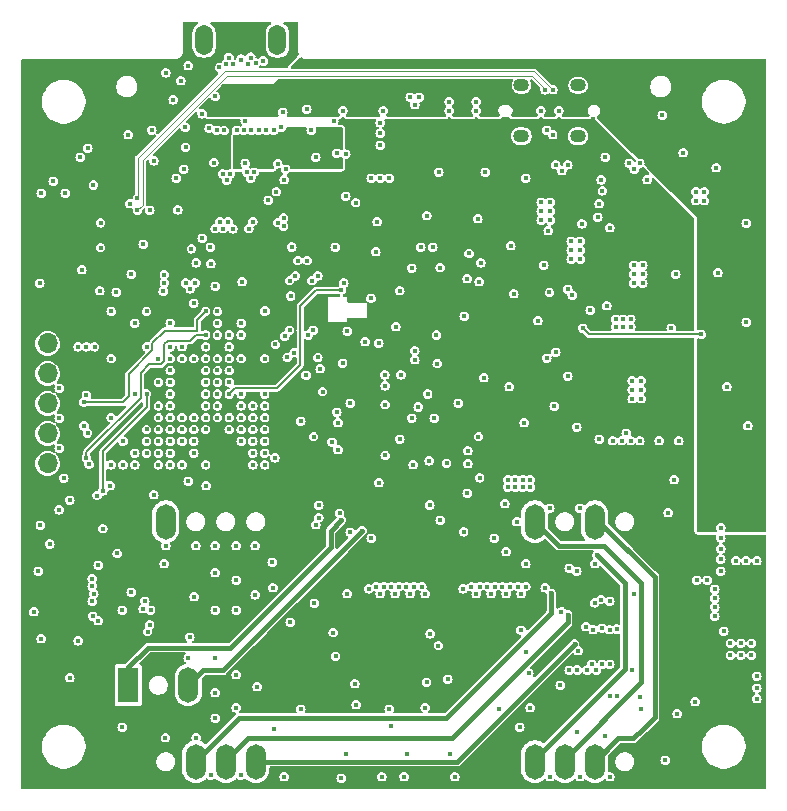
<source format=gbr>
%TF.GenerationSoftware,KiCad,Pcbnew,8.0.7*%
%TF.CreationDate,2025-01-06T22:32:21+01:00*%
%TF.ProjectId,hd_64_v0,68645f36-345f-4763-902e-6b696361645f,0.2*%
%TF.SameCoordinates,PX4737720PY55fe290*%
%TF.FileFunction,Copper,L5,Inr*%
%TF.FilePolarity,Positive*%
%FSLAX46Y46*%
G04 Gerber Fmt 4.6, Leading zero omitted, Abs format (unit mm)*
G04 Created by KiCad (PCBNEW 8.0.7) date 2025-01-06 22:32:21*
%MOMM*%
%LPD*%
G01*
G04 APERTURE LIST*
%TA.AperFunction,ComponentPad*%
%ADD10O,1.346200X1.092200*%
%TD*%
%TA.AperFunction,ComponentPad*%
%ADD11O,1.700000X3.000000*%
%TD*%
%TA.AperFunction,ComponentPad*%
%ADD12O,1.500000X2.550000*%
%TD*%
%TA.AperFunction,ComponentPad*%
%ADD13R,1.700000X1.700000*%
%TD*%
%TA.AperFunction,ComponentPad*%
%ADD14O,1.700000X1.700000*%
%TD*%
%TA.AperFunction,ComponentPad*%
%ADD15R,1.700000X3.000000*%
%TD*%
%TA.AperFunction,ViaPad*%
%ADD16C,0.400000*%
%TD*%
%TA.AperFunction,ViaPad*%
%ADD17C,0.450000*%
%TD*%
%TA.AperFunction,Conductor*%
%ADD18C,0.400000*%
%TD*%
%TA.AperFunction,Conductor*%
%ADD19C,0.110000*%
%TD*%
%TA.AperFunction,Conductor*%
%ADD20C,0.200000*%
%TD*%
G04 APERTURE END LIST*
D10*
X47358000Y55507999D03*
X42558000Y55507999D03*
X47358000Y59808001D03*
X42558000Y59808001D03*
D11*
X20066000Y2540000D03*
X17526000Y2540000D03*
X14986000Y2540000D03*
X48768000Y22860000D03*
X43688000Y22860000D03*
D12*
X21896000Y63627000D03*
X15696000Y63627000D03*
D11*
X48768000Y2540000D03*
X46228000Y2540000D03*
X43688000Y2540000D03*
D13*
X2438000Y40488000D03*
D14*
X2438000Y37948000D03*
X2438000Y35408000D03*
X2438000Y32868000D03*
X2438000Y30328000D03*
X2438000Y27788000D03*
D11*
X12446000Y22860000D03*
D15*
X9271000Y9017000D03*
D11*
X14351000Y9017000D03*
D16*
X29845000Y21463000D03*
X37668886Y22002827D03*
X41275000Y20320000D03*
X25400000Y23206003D03*
X59690000Y13589000D03*
X11104000Y49230000D03*
X21684000Y28260000D03*
X45847000Y9017000D03*
X51943000Y10287000D03*
X48006000Y13970000D03*
X49286563Y16261433D03*
X46609000Y18923000D03*
X44577000Y17272000D03*
X47244000Y18669000D03*
X48753000Y15987000D03*
X48641000Y13716000D03*
X49403000Y13843000D03*
X49657000Y4699000D03*
X47244000Y5080000D03*
X49403000Y10795000D03*
X50038000Y10795000D03*
X48895000Y10287000D03*
X48133000Y10287000D03*
X47272658Y10301329D03*
X55753000Y6604000D03*
X52070000Y16764000D03*
X52578000Y29718000D03*
X37973000Y25273000D03*
X45212000Y55626000D03*
X30607000Y54737000D03*
X36924000Y1270000D03*
X14859000Y16510000D03*
X20193000Y8890000D03*
X6624000Y25070000D03*
X54483000Y57277000D03*
X3937000Y50673000D03*
X16637000Y20828000D03*
X16124000Y56170000D03*
X16637000Y15367000D03*
X30607000Y56642000D03*
X16637000Y18542000D03*
X25527000Y35814000D03*
X32624000Y1270000D03*
X5724000Y33570000D03*
X14824000Y29670000D03*
X34824000Y13370000D03*
X43180000Y10033000D03*
X16256000Y1397000D03*
X62484000Y8763000D03*
X49149000Y49784000D03*
X52832000Y44577000D03*
X18923000Y43180000D03*
X21524000Y17270000D03*
X6731000Y14478000D03*
X30607000Y55753000D03*
X14351000Y11303000D03*
X21590000Y5334000D03*
X23624000Y44970000D03*
X52114000Y52705000D03*
X42164000Y22860000D03*
X17624000Y51770000D03*
X51435000Y30353000D03*
X12824000Y29670000D03*
X22606000Y52705000D03*
X35687000Y22987000D03*
X19177000Y56769000D03*
X16256000Y44704000D03*
X41148000Y24384000D03*
X35179000Y31623000D03*
X41275000Y16764000D03*
X20024000Y16670000D03*
X6731000Y19177000D03*
X34524000Y9270000D03*
X15524000Y57390000D03*
X37211000Y32893000D03*
X21463000Y19431000D03*
X59436000Y18669000D03*
X51689000Y53213000D03*
X31877000Y16764000D03*
X27813000Y16764000D03*
X57404000Y17907000D03*
X12824000Y30670000D03*
X62484000Y9779000D03*
X31924000Y39370000D03*
X44929342Y42276671D03*
X6424000Y37670000D03*
X29624000Y17170000D03*
X53213000Y51816000D03*
X48514000Y10795000D03*
X46482000Y53086000D03*
X6223000Y18034000D03*
X30607000Y51943000D03*
X59182000Y43942000D03*
X45945342Y15254329D03*
X17824000Y37670000D03*
X50546000Y39370000D03*
X18415000Y20828000D03*
X12446000Y20828000D03*
X42545000Y16764000D03*
X31024000Y28470000D03*
X36322000Y9525000D03*
X25724000Y33870000D03*
X33528000Y36576000D03*
X42926000Y19304000D03*
X7824000Y36670000D03*
X9398000Y49784000D03*
X38124000Y45570000D03*
X52832000Y43053000D03*
X38862000Y48514000D03*
X40640000Y6985000D03*
X33824000Y32570000D03*
X32258000Y29845000D03*
X50292000Y29718000D03*
X5024000Y12770000D03*
X39497000Y52451000D03*
X16524000Y53270000D03*
X9525000Y16891000D03*
X50624000Y13770000D03*
X34544000Y48768000D03*
X59944000Y34290000D03*
X45466000Y53086000D03*
X40005000Y16764000D03*
X22352000Y57531000D03*
X16637000Y11303000D03*
X10824000Y30670000D03*
X13824000Y29670000D03*
X34798000Y24270000D03*
X33147000Y58801000D03*
X11824000Y31670000D03*
X61595000Y39751000D03*
X58928000Y14859000D03*
X20824000Y31670000D03*
X12824000Y28670000D03*
X26524000Y29591000D03*
X28067000Y32893000D03*
X50546000Y40005000D03*
X14351000Y26289000D03*
X25146000Y22606000D03*
X18415000Y9906000D03*
X28575000Y7366000D03*
X10541000Y46355000D03*
X29845000Y51943000D03*
X9824000Y33670000D03*
X8255000Y42291000D03*
X22724000Y36770000D03*
X16989342Y61326671D03*
X42524000Y13670000D03*
X7824000Y40670000D03*
X59436000Y22352000D03*
X8763000Y5461000D03*
X2624000Y20970000D03*
X24765000Y56007000D03*
X38735000Y16764000D03*
X12824000Y36670000D03*
X33401000Y27686000D03*
X38989000Y43180000D03*
X12324000Y43070000D03*
X7824000Y31670000D03*
D17*
X26924000Y54070000D03*
D16*
X14824000Y30670000D03*
X13824000Y31670000D03*
D17*
X20824000Y40670000D03*
D16*
X30480000Y26162000D03*
X25324000Y36770000D03*
X37624000Y17170000D03*
X37719000Y40259000D03*
X45339000Y32639000D03*
X56261000Y54102000D03*
X59436000Y20574000D03*
X30226000Y45720000D03*
X18415000Y7112000D03*
X22987000Y14351000D03*
X33528000Y58166000D03*
X14351000Y61468000D03*
X52705000Y33274000D03*
X3429000Y34163000D03*
X52705000Y34798000D03*
X24964000Y30070000D03*
X34417000Y16764000D03*
X8824000Y29670000D03*
X47498000Y1270000D03*
X12319000Y19304000D03*
X55880000Y29718000D03*
X18415000Y15367000D03*
X5842000Y54483000D03*
X12824000Y39670000D03*
X43942000Y39878000D03*
X13081000Y58570000D03*
X35362000Y38664000D03*
X22225000Y56261000D03*
X24324000Y35270000D03*
X23324000Y37170000D03*
X42418000Y5461000D03*
X26824000Y11470000D03*
X52832000Y43815000D03*
X51943000Y34036000D03*
X18824000Y39670000D03*
X4324000Y24670000D03*
X23876000Y31369000D03*
X32893000Y3170000D03*
X46863000Y42037000D03*
X16637000Y8382000D03*
X49657000Y53721000D03*
X9525000Y43815000D03*
X31024000Y32770000D03*
X40259000Y21463000D03*
X6858000Y42418000D03*
X59436000Y21463000D03*
X44958000Y1270000D03*
X30607000Y16764000D03*
X29824000Y41770000D03*
X28524000Y49870000D03*
X46609000Y10287000D03*
X14824000Y28670000D03*
X55245000Y39243000D03*
X5024000Y37670000D03*
X11430000Y25146000D03*
X35524000Y12370000D03*
X27159478Y23569088D03*
X61722000Y30988000D03*
X16824000Y36670000D03*
X23876000Y6985000D03*
X33909000Y58801000D03*
X7724000Y25908000D03*
X27686000Y50419000D03*
X15024000Y44770000D03*
X51943000Y33274000D03*
X14824000Y36670000D03*
X49414000Y50870000D03*
X14097000Y56261000D03*
X13970000Y52705000D03*
X13716000Y60198000D03*
X51816000Y29718000D03*
X61595000Y48133000D03*
X25400000Y24257000D03*
X51816000Y39370000D03*
X51181000Y40005000D03*
X35560000Y52451000D03*
X26670000Y56769000D03*
X41656000Y46228000D03*
X20824000Y27670000D03*
X5946835Y27712912D03*
X19658833Y51920426D03*
X15024000Y4572000D03*
X5207000Y53721000D03*
X47498000Y24003000D03*
X3429000Y29083000D03*
X19177000Y53213000D03*
X52070000Y44577000D03*
X29337000Y38100000D03*
X3810000Y26543000D03*
X36524000Y3170000D03*
X14124000Y54570000D03*
X31369000Y6985000D03*
X58928000Y15621000D03*
X21124000Y50070000D03*
X58293000Y17907000D03*
X21924000Y53170000D03*
X52705000Y34036000D03*
X13824000Y37670000D03*
X27686000Y3170000D03*
X51943000Y34798000D03*
X55626000Y43815000D03*
X10541000Y15494000D03*
X50673000Y8128000D03*
X35433000Y36251000D03*
X52578000Y8001000D03*
X52070000Y43815000D03*
X7824000Y27670000D03*
X27813000Y38989000D03*
X30353000Y48260000D03*
X57277000Y7620000D03*
X33147000Y16764000D03*
X13335000Y51943000D03*
X28067000Y21971000D03*
X26924000Y32131000D03*
X30734000Y1270000D03*
X59055000Y52832000D03*
X39370000Y35052000D03*
X35052000Y46101000D03*
X59436000Y19685000D03*
X18824000Y31670000D03*
X17794329Y62131658D03*
X18824000Y33670000D03*
X28448000Y9144000D03*
X5334000Y44196000D03*
X4318000Y9652000D03*
X44704000Y36703000D03*
X1270000Y15240000D03*
X14478000Y13081000D03*
X7124000Y22270000D03*
X54737000Y2667000D03*
X12824000Y32670000D03*
X17024000Y48270000D03*
X47371000Y11938000D03*
X26797000Y46101000D03*
X24424000Y44970000D03*
X45466000Y37211000D03*
X39024000Y26570000D03*
X16824000Y32670000D03*
X37973000Y43434000D03*
X11274000Y56000000D03*
X48768000Y19304000D03*
X51054000Y29718000D03*
X27305000Y1143000D03*
X31369000Y51943000D03*
X33274000Y31623000D03*
X38924000Y30070000D03*
X1905000Y50673000D03*
X20701000Y61849000D03*
X50038000Y8128000D03*
X16824000Y39670000D03*
X44958000Y24003000D03*
X24384000Y57785000D03*
X15824000Y37670000D03*
X34417000Y7112000D03*
X3429000Y31623000D03*
X13462000Y49270000D03*
X58928000Y16383000D03*
X27524000Y43070000D03*
X5724000Y37670000D03*
X8324000Y20170000D03*
X27432000Y57658000D03*
X39124000Y44770000D03*
X32258000Y42418000D03*
X15824000Y27670000D03*
X54991000Y23622000D03*
X16637000Y6223000D03*
X15824000Y33670000D03*
X6324000Y51370000D03*
X11444000Y53420000D03*
X41529000Y34290000D03*
X1824000Y22570000D03*
X23024000Y41970000D03*
X3424000Y23870000D03*
X12424000Y4572000D03*
X22924000Y43270000D03*
X30988000Y35306000D03*
X42926000Y11811000D03*
X50038000Y47752000D03*
X15824000Y35670000D03*
X18796000Y61976000D03*
X51181000Y39370000D03*
X16637000Y42799000D03*
X23424000Y43670000D03*
X19824000Y29670000D03*
X49022000Y48641000D03*
X20024000Y20828000D03*
X41910000Y42164000D03*
X20824000Y36670000D03*
X54229000Y29718000D03*
X52070000Y43053000D03*
X6924000Y48170000D03*
X14986000Y20828000D03*
X16824000Y34670000D03*
X12824000Y27670000D03*
X21724000Y37870000D03*
X1905000Y12954000D03*
X55499000Y26416000D03*
X8763000Y15367000D03*
X15875000Y25908000D03*
X18796000Y1397000D03*
X58928000Y17145000D03*
X22479000Y1270000D03*
X33528000Y37338000D03*
X10824000Y37670000D03*
X19824000Y48270000D03*
X25024000Y15970000D03*
X43307000Y7112000D03*
X51816000Y40005000D03*
X45974000Y52578000D03*
X10911450Y13553128D03*
X38024000Y28870000D03*
X42926000Y51943000D03*
X26624000Y13470000D03*
X9271000Y55626000D03*
X34624000Y33670000D03*
X38024000Y27770000D03*
X50038000Y1270000D03*
X44831000Y47498000D03*
X6350000Y16764000D03*
X6924000Y46070000D03*
X15824000Y31670000D03*
X5824000Y30370000D03*
X14624000Y45970000D03*
X1778000Y43053000D03*
X21909502Y48178699D03*
X42799000Y31242000D03*
X27424000Y36270000D03*
X2921000Y51689000D03*
X52578000Y53213000D03*
X44450000Y44577000D03*
X17724000Y48270000D03*
X31496000Y5588000D03*
X9824000Y39670000D03*
X12824000Y34670000D03*
X1651000Y18669000D03*
X18415000Y17907000D03*
X19645244Y62155448D03*
X62484000Y7874000D03*
X16637000Y50892000D03*
X8171000Y51294000D03*
X54653000Y35941000D03*
X19824000Y36670000D03*
X56452000Y48768000D03*
X56452000Y48006000D03*
X51986000Y35941000D03*
X19824000Y33670000D03*
X52875000Y36830000D03*
X38735000Y56388000D03*
X27686000Y51054000D03*
X23124000Y33470000D03*
X55733000Y48006000D03*
X14963000Y14859000D03*
X23024000Y40370000D03*
X2436000Y16764000D03*
X10124000Y42570000D03*
X12624000Y46070000D03*
X54653000Y36830000D03*
X26058000Y27940000D03*
D17*
X28924000Y12470000D03*
D16*
X13824000Y39670000D03*
X22624000Y33070000D03*
X4826000Y34544000D03*
D17*
X20824000Y12470000D03*
D16*
X41529000Y40513000D03*
X5324000Y40370000D03*
X8824000Y33670000D03*
X52875000Y35941000D03*
X12324000Y17370000D03*
X6858000Y54356000D03*
X5724000Y40870000D03*
X23124000Y32670000D03*
X36218000Y28829000D03*
X28404000Y18244000D03*
X51986000Y36830000D03*
X2286000Y45974000D03*
X25146000Y50892000D03*
X19824000Y39670000D03*
X6124000Y40370000D03*
X27178000Y49784000D03*
X36449000Y56388000D03*
X6941500Y51370000D03*
X30376000Y30988000D03*
X2413000Y15494000D03*
X15824000Y39670000D03*
X5842000Y43434000D03*
D17*
X37024000Y12470000D03*
D16*
X5671500Y48159500D03*
X36532000Y18244000D03*
X7874000Y55372000D03*
X8824000Y36670000D03*
X55733000Y48768000D03*
X3810000Y49022000D03*
X24424000Y40570000D03*
X2921000Y48387000D03*
X8382000Y46101000D03*
X36449000Y55626000D03*
X20276000Y18244000D03*
X4826000Y29370000D03*
X13462000Y17410000D03*
X53764000Y36830000D03*
X53764000Y35941000D03*
X8824000Y39670000D03*
X38735000Y55626000D03*
X34739500Y28661000D03*
X20824000Y51270000D03*
X4924000Y22870000D03*
X25527000Y55880000D03*
X26289000Y55118000D03*
X27051000Y55118000D03*
X26289000Y55880000D03*
X20955000Y53086000D03*
X25527000Y55118000D03*
X27051000Y55880000D03*
X18542000Y53086000D03*
X22285000Y55499000D03*
X44239000Y49149000D03*
X14924000Y43070000D03*
X23124000Y46117000D03*
X11824000Y34670000D03*
X44239000Y48387000D03*
X14124000Y43070000D03*
X11824000Y32670000D03*
X47688500Y48069500D03*
X16224000Y46101000D03*
X11824000Y36670000D03*
X45001000Y49149000D03*
X14524000Y42570000D03*
X12824000Y37670000D03*
X45001000Y48387000D03*
X44239000Y49911000D03*
X47244000Y30861000D03*
X45001000Y49911000D03*
X29083000Y22098000D03*
X30252000Y17370000D03*
X17824000Y31670000D03*
X30889712Y17371840D03*
X17824000Y30670000D03*
X31552000Y17370000D03*
X18824000Y30670000D03*
X32202000Y17370000D03*
X18824000Y29670000D03*
X32827003Y17370000D03*
X19824000Y28670000D03*
X33452006Y17370000D03*
X19824000Y27670000D03*
X20824000Y28670000D03*
X34124000Y17370000D03*
X18824000Y32670000D03*
X38324000Y17370000D03*
X20824000Y29670000D03*
X39024000Y17370000D03*
X19824000Y30670000D03*
X39649003Y17370000D03*
X40324000Y17370000D03*
X20824000Y30670000D03*
X40949003Y17370000D03*
X19824000Y31670000D03*
X19824000Y32670000D03*
X41624000Y17370000D03*
X42249003Y17370000D03*
X20824000Y32670000D03*
X42924000Y17370000D03*
X20824000Y33670000D03*
X36218000Y27813000D03*
X35687000Y44368000D03*
X62032500Y12573000D03*
X60254500Y11557000D03*
X34739500Y28011000D03*
X61143500Y11557000D03*
X34036000Y46101000D03*
X30480000Y37973000D03*
X50038000Y16129000D03*
X32359500Y35301000D03*
X31024000Y34370000D03*
X62032500Y11557000D03*
X60254500Y12573000D03*
X52705000Y6985000D03*
X33274000Y44323000D03*
X50026529Y13714943D03*
X61143500Y12573000D03*
X16624000Y58870000D03*
X25146000Y53721000D03*
X17824000Y36670000D03*
X15524000Y46870000D03*
X16824000Y40670000D03*
X16624000Y47670000D03*
X17324000Y47670000D03*
X16824000Y38670000D03*
X18124000Y47662893D03*
X17824000Y38670000D03*
X19485000Y47670000D03*
X18824000Y38670000D03*
X27028000Y31242000D03*
X22424000Y47870000D03*
X22424000Y48570000D03*
X27028000Y28956000D03*
X22479000Y51816000D03*
X18824000Y36670000D03*
X17824000Y35670000D03*
X21809000Y50800000D03*
X20066000Y61722000D03*
X21590000Y56007000D03*
X19431000Y61595000D03*
X20955000Y56007000D03*
X20320000Y56007000D03*
X19939000Y52451000D03*
X19304000Y52451000D03*
X19685000Y56007000D03*
X19050000Y56016119D03*
X18161000Y61595000D03*
X17526000Y61595000D03*
X18450094Y56005350D03*
X17922875Y52324000D03*
X17399000Y55982750D03*
X16764000Y56007000D03*
X17272000Y52324000D03*
X17824000Y33670000D03*
X27324000Y42470000D03*
X11824000Y28670000D03*
X11824000Y27670000D03*
X46779000Y45847000D03*
X47541000Y45085000D03*
X16824000Y35670000D03*
X24524000Y38670000D03*
X46779000Y45085000D03*
X15824000Y34670000D03*
X15824000Y32670000D03*
X16824000Y31670000D03*
X22924000Y39070000D03*
X15824000Y30670000D03*
X14824000Y31670000D03*
X24824000Y43270000D03*
X47541000Y46609000D03*
X12824000Y33670000D03*
X22524000Y38570000D03*
X16824000Y33670000D03*
X47541000Y45847000D03*
X25324000Y43670000D03*
X46779000Y46609000D03*
X13824000Y36670000D03*
X24924000Y39070000D03*
X12824000Y31670000D03*
X13824000Y30670000D03*
X15824000Y36670000D03*
X12824000Y35670000D03*
X9824000Y27670000D03*
X42037000Y26416000D03*
X42037000Y25781000D03*
X43307000Y25781000D03*
X42672000Y26416000D03*
X41402000Y25781000D03*
X43307000Y26416000D03*
X42672000Y25781000D03*
X41402000Y26416000D03*
X49149000Y29845000D03*
X46482000Y35179000D03*
X5524000Y32970000D03*
X15824000Y40670000D03*
X5524000Y30970000D03*
X14824000Y41370000D03*
X5724000Y28270000D03*
X15824000Y38670000D03*
X49319000Y51816000D03*
X30861000Y57658000D03*
X48387000Y40767000D03*
X46482000Y14986000D03*
X45085000Y16789500D03*
X47053500Y12509500D03*
X12324000Y43770000D03*
X6268997Y14870000D03*
X11824000Y30670000D03*
X12219022Y42370000D03*
X10668000Y16129000D03*
X11824000Y29670000D03*
X6223000Y17410000D03*
X10824000Y29670000D03*
X11168000Y15367000D03*
X13824000Y27670000D03*
X10824000Y28670000D03*
X11080750Y14128750D03*
X9824000Y28670000D03*
X6223000Y16140000D03*
X25624000Y61468000D03*
X57785000Y24892000D03*
X59309000Y24892000D03*
X21124000Y59170000D03*
X50800000Y61468000D03*
X50800000Y60833000D03*
X59309000Y26416000D03*
X51562000Y61468000D03*
X51562000Y60833000D03*
X59309000Y27178000D03*
X26289000Y58801000D03*
X59309000Y25654000D03*
X58547000Y24892000D03*
X58039000Y50800000D03*
X57320000Y50800000D03*
X60706000Y19558000D03*
X38735000Y57658000D03*
X36449000Y57658000D03*
X47752000Y39243000D03*
X36449000Y58420000D03*
X57785000Y38735000D03*
X38735000Y58420000D03*
X61595000Y19558000D03*
X62484000Y19558000D03*
X57320000Y50038000D03*
X58039000Y50038000D03*
X7124000Y25470000D03*
X10824000Y33670000D03*
X49784000Y41148000D03*
X46482000Y42545000D03*
X45212000Y59436000D03*
X44704000Y56007000D03*
X10053000Y50301000D03*
X10053000Y49239000D03*
X44564000Y59420000D03*
X10824000Y40670000D03*
X12446000Y60858500D03*
X45720000Y57658000D03*
X44196000Y57658000D03*
X8824000Y27670000D03*
X27686000Y53975000D03*
X17824000Y34670000D03*
X27305000Y22987000D03*
X48958500Y20002500D03*
D18*
X15621000Y10287000D02*
X14351000Y9017000D01*
X29083000Y22098000D02*
X17272000Y10287000D01*
X17272000Y10287000D02*
X15621000Y10287000D01*
D19*
X17449086Y60995000D02*
X10094000Y53639914D01*
X10094000Y53639914D02*
X10094000Y50342000D01*
X43653000Y60995000D02*
X17449086Y60995000D01*
X10094000Y50342000D02*
X10053000Y50301000D01*
X45212000Y59436000D02*
X43653000Y60995000D01*
X10508000Y49694000D02*
X10053000Y49239000D01*
X10508000Y53474086D02*
X10508000Y49694000D01*
X43483172Y60585000D02*
X17618914Y60585000D01*
X17618914Y60585000D02*
X10508000Y53474086D01*
X44564000Y59420000D02*
X44564000Y59504172D01*
X44564000Y59504172D02*
X43483172Y60585000D01*
D18*
X17526000Y2667000D02*
X17526000Y2540000D01*
X46482000Y14986000D02*
X46482000Y14351000D01*
X46482000Y14351000D02*
X36703000Y4572000D01*
X36703000Y4572000D02*
X19431000Y4572000D01*
X19431000Y4572000D02*
X17526000Y2667000D01*
X14986000Y2603500D02*
X14986000Y2540000D01*
X45085000Y15113000D02*
X36195000Y6223000D01*
X45085000Y16789500D02*
X45085000Y15113000D01*
X18605500Y6223000D02*
X14986000Y2603500D01*
X36195000Y6223000D02*
X18605500Y6223000D01*
X37084000Y2540000D02*
X20066000Y2540000D01*
X47053500Y12509500D02*
X37084000Y2540000D01*
X49530000Y20828000D02*
X45720000Y20828000D01*
X52705000Y17653000D02*
X49530000Y20828000D01*
X52705000Y9271000D02*
X52705000Y17653000D01*
X45720000Y20828000D02*
X43688000Y22860000D01*
X46228000Y2794000D02*
X52705000Y9271000D01*
X46228000Y2540000D02*
X46228000Y2794000D01*
X49149000Y22860000D02*
X48768000Y22860000D01*
X53848000Y18161000D02*
X49149000Y22860000D01*
X50736500Y4508500D02*
X48768000Y2540000D01*
X52832000Y5334000D02*
X52006500Y4508500D01*
X52832000Y5334000D02*
X53848000Y6350000D01*
X53848000Y6350000D02*
X53848000Y18161000D01*
X52006500Y4508500D02*
X50736500Y4508500D01*
D20*
X21851000Y34170000D02*
X18324000Y34170000D01*
X23824000Y41096000D02*
X23824000Y36143000D01*
X25198000Y42470000D02*
X23824000Y41096000D01*
X27324000Y42470000D02*
X25198000Y42470000D01*
X18324000Y34170000D02*
X17824000Y33670000D01*
X23824000Y36143000D02*
X21851000Y34170000D01*
X11324000Y37970000D02*
X11324000Y37370000D01*
X11324000Y37370000D02*
X9324000Y35370000D01*
X8831107Y32970000D02*
X5524000Y32970000D01*
X9324000Y35370000D02*
X9324000Y33462893D01*
X15124000Y39020000D02*
X12374000Y39020000D01*
X9324000Y33462893D02*
X8831107Y32970000D01*
X12374000Y39020000D02*
X11324000Y37970000D01*
X15124000Y39970000D02*
X15124000Y39020000D01*
X15824000Y40670000D02*
X15124000Y39970000D01*
X12324000Y37877107D02*
X12616893Y38170000D01*
X10324000Y33370000D02*
X10324000Y35470000D01*
X14526081Y38170000D02*
X15026081Y38670000D01*
X5724000Y28770000D02*
X10324000Y33370000D01*
X12031107Y36170000D02*
X12324000Y36462893D01*
X5724000Y28270000D02*
X5724000Y28770000D01*
X15026081Y38670000D02*
X15824000Y38670000D01*
X11024000Y36170000D02*
X12031107Y36170000D01*
X12616893Y38170000D02*
X14526081Y38170000D01*
X10324000Y35470000D02*
X11024000Y36170000D01*
X12324000Y36462893D02*
X12324000Y37877107D01*
X57785000Y38735000D02*
X48260000Y38735000D01*
X48260000Y38735000D02*
X47752000Y39243000D01*
X10824000Y32541000D02*
X10824000Y33670000D01*
X7124000Y28841000D02*
X10824000Y32541000D01*
X7124000Y25470000D02*
X7124000Y28841000D01*
D18*
X17907000Y12192000D02*
X10922000Y12192000D01*
X26416000Y20701000D02*
X17907000Y12192000D01*
X27305000Y22987000D02*
X26416000Y22098000D01*
X9271000Y10541000D02*
X9271000Y9017000D01*
X10922000Y12192000D02*
X9271000Y10541000D01*
X26416000Y22098000D02*
X26416000Y20701000D01*
X12446000Y23114000D02*
X12446000Y22860000D01*
X43688000Y2794000D02*
X43688000Y2540000D01*
X51308000Y10414000D02*
X43688000Y2794000D01*
X48958500Y20002500D02*
X51308000Y17653000D01*
X51308000Y17653000D02*
X51308000Y10414000D01*
%TA.AperFunction,Conductor*%
G36*
X15128590Y65184815D02*
G01*
X15174345Y65132011D01*
X15184289Y65062853D01*
X15155264Y64999297D01*
X15130442Y64977398D01*
X15058218Y64929140D01*
X15058214Y64929137D01*
X14918863Y64789786D01*
X14918860Y64789782D01*
X14809371Y64625921D01*
X14809364Y64625908D01*
X14733950Y64443840D01*
X14733947Y64443830D01*
X14695500Y64250544D01*
X14695500Y64250541D01*
X14695500Y63003459D01*
X14695500Y63003457D01*
X14695499Y63003457D01*
X14733947Y62810171D01*
X14733950Y62810161D01*
X14809364Y62628093D01*
X14809371Y62628080D01*
X14918860Y62464219D01*
X14918863Y62464215D01*
X15058214Y62324864D01*
X15058218Y62324861D01*
X15200187Y62230000D01*
X13716000Y62230000D01*
X13716000Y62230001D01*
X13731518Y62245519D01*
X13735685Y62259707D01*
X13752323Y62280353D01*
X13758327Y62286357D01*
X13758328Y62286358D01*
X13835864Y62402399D01*
X13889273Y62531338D01*
X13916500Y62668219D01*
X13916500Y62738000D01*
X13916500Y62777882D01*
X13916500Y65080500D01*
X13936185Y65147539D01*
X13988989Y65193294D01*
X14040500Y65204500D01*
X15061551Y65204500D01*
X15128590Y65184815D01*
G37*
%TD.AperFunction*%
%TA.AperFunction,Conductor*%
G36*
X21328590Y65184815D02*
G01*
X21374345Y65132011D01*
X21384289Y65062853D01*
X21355264Y64999297D01*
X21330442Y64977398D01*
X21258218Y64929140D01*
X21258214Y64929137D01*
X21118863Y64789786D01*
X21118860Y64789782D01*
X21009371Y64625921D01*
X21009364Y64625908D01*
X20933950Y64443840D01*
X20933947Y64443830D01*
X20895500Y64250544D01*
X20895500Y64250541D01*
X20895500Y63003459D01*
X20895500Y63003457D01*
X20895499Y63003457D01*
X20933947Y62810171D01*
X20933950Y62810161D01*
X21009364Y62628093D01*
X21009371Y62628080D01*
X21118860Y62464219D01*
X21118863Y62464215D01*
X21258214Y62324864D01*
X21258218Y62324861D01*
X21400187Y62230000D01*
X20941424Y62230000D01*
X20890069Y62263004D01*
X20890065Y62263006D01*
X20890064Y62263006D01*
X20765774Y62299500D01*
X20765772Y62299500D01*
X20636228Y62299500D01*
X20636226Y62299500D01*
X20511935Y62263006D01*
X20511932Y62263005D01*
X20511931Y62263004D01*
X20460576Y62230000D01*
X20099499Y62230000D01*
X20085136Y62261449D01*
X20085136Y62261452D01*
X20081941Y62283673D01*
X20080716Y62286357D01*
X20028126Y62401511D01*
X19943293Y62499415D01*
X19834313Y62569452D01*
X19834309Y62569454D01*
X19834308Y62569454D01*
X19710018Y62605948D01*
X19710016Y62605948D01*
X19580472Y62605948D01*
X19580470Y62605948D01*
X19456179Y62569454D01*
X19456176Y62569453D01*
X19456175Y62569452D01*
X19437198Y62557256D01*
X19347194Y62499415D01*
X19262362Y62401511D01*
X19262361Y62401511D01*
X19254827Y62385013D01*
X19209070Y62332211D01*
X19142030Y62312528D01*
X19074995Y62332212D01*
X19069238Y62335912D01*
X18985069Y62390004D01*
X18985065Y62390006D01*
X18985064Y62390006D01*
X18860774Y62426500D01*
X18860772Y62426500D01*
X18731228Y62426500D01*
X18731226Y62426500D01*
X18606935Y62390006D01*
X18606932Y62390005D01*
X18606931Y62390004D01*
X18522762Y62335912D01*
X18497948Y62319965D01*
X18431537Y62243322D01*
X18410808Y62230000D01*
X18264839Y62230000D01*
X18244111Y62243321D01*
X18225030Y62273013D01*
X18177213Y62377718D01*
X18177211Y62377720D01*
X18177211Y62377721D01*
X18092378Y62475625D01*
X17983398Y62545662D01*
X17983394Y62545664D01*
X17983393Y62545664D01*
X17859103Y62582158D01*
X17859101Y62582158D01*
X17729557Y62582158D01*
X17729555Y62582158D01*
X17605264Y62545664D01*
X17605261Y62545663D01*
X17605260Y62545662D01*
X17562373Y62518100D01*
X17496279Y62475625D01*
X17411447Y62377721D01*
X17411446Y62377720D01*
X17357631Y62259884D01*
X17353335Y62230000D01*
X16191812Y62230000D01*
X16333782Y62324861D01*
X16473139Y62464218D01*
X16582632Y62628086D01*
X16658051Y62810165D01*
X16696500Y63003459D01*
X16696500Y64250541D01*
X16696500Y64250544D01*
X16658052Y64443830D01*
X16658051Y64443831D01*
X16658051Y64443835D01*
X16658049Y64443840D01*
X16582635Y64625908D01*
X16582628Y64625921D01*
X16473139Y64789782D01*
X16473136Y64789786D01*
X16333785Y64929137D01*
X16333781Y64929140D01*
X16261558Y64977398D01*
X16216753Y65031010D01*
X16208046Y65100335D01*
X16238200Y65163363D01*
X16297644Y65200082D01*
X16330449Y65204500D01*
X21261551Y65204500D01*
X21328590Y65184815D01*
G37*
%TD.AperFunction*%
%TA.AperFunction,Conductor*%
G36*
X23618539Y65184815D02*
G01*
X23664294Y65132011D01*
X23675500Y65080500D01*
X23675500Y62668215D01*
X23702725Y62531346D01*
X23702728Y62531334D01*
X23708210Y62518100D01*
X23715679Y62448631D01*
X23684403Y62386152D01*
X23667960Y62371381D01*
X23620579Y62335912D01*
X23620568Y62335903D01*
X23514665Y62230000D01*
X22391812Y62230000D01*
X22533782Y62324861D01*
X22673139Y62464218D01*
X22782632Y62628086D01*
X22858051Y62810165D01*
X22896500Y63003459D01*
X22896500Y64250541D01*
X22896500Y64250544D01*
X22858052Y64443830D01*
X22858051Y64443831D01*
X22858051Y64443835D01*
X22858049Y64443840D01*
X22782635Y64625908D01*
X22782628Y64625921D01*
X22673139Y64789782D01*
X22673136Y64789786D01*
X22533785Y64929137D01*
X22533781Y64929140D01*
X22461558Y64977398D01*
X22416753Y65031010D01*
X22408046Y65100335D01*
X22438200Y65163363D01*
X22497644Y65200082D01*
X22530449Y65204500D01*
X23551500Y65204500D01*
X23618539Y65184815D01*
G37*
%TD.AperFunction*%
%TA.AperFunction,Conductor*%
G36*
X24321591Y56241315D02*
G01*
X24367346Y56188511D01*
X24377290Y56119353D01*
X24377025Y56117602D01*
X24359508Y56007003D01*
X24359508Y56006997D01*
X24379352Y55881700D01*
X24379352Y55881699D01*
X24397805Y55845483D01*
X24436950Y55768658D01*
X24436952Y55768656D01*
X24436954Y55768653D01*
X24526652Y55678955D01*
X24526654Y55678954D01*
X24526658Y55678950D01*
X24639696Y55621354D01*
X24639697Y55621354D01*
X24639699Y55621353D01*
X24764997Y55601508D01*
X24765000Y55601508D01*
X24765003Y55601508D01*
X24890300Y55621353D01*
X24890301Y55621353D01*
X24890302Y55621354D01*
X24890304Y55621354D01*
X25003342Y55678950D01*
X25093050Y55768658D01*
X25150646Y55881696D01*
X25150646Y55881698D01*
X25150647Y55881699D01*
X25150647Y55881700D01*
X25170492Y56006997D01*
X25170492Y56007003D01*
X25152975Y56117602D01*
X25161930Y56186896D01*
X25206926Y56240348D01*
X25273678Y56260987D01*
X25275448Y56261000D01*
X27308000Y56261000D01*
X27375039Y56241315D01*
X27420794Y56188511D01*
X27432000Y56137000D01*
X27432000Y54427755D01*
X27412315Y54360716D01*
X27359511Y54314961D01*
X27290353Y54305017D01*
X27226797Y54334042D01*
X27220319Y54340074D01*
X27162347Y54398046D01*
X27162344Y54398048D01*
X27162342Y54398050D01*
X27049304Y54455646D01*
X27049303Y54455647D01*
X27049300Y54455648D01*
X26924003Y54475492D01*
X26923997Y54475492D01*
X26798699Y54455648D01*
X26798698Y54455648D01*
X26743957Y54427755D01*
X26685658Y54398050D01*
X26685657Y54398049D01*
X26685652Y54398046D01*
X26595954Y54308348D01*
X26595951Y54308343D01*
X26538352Y54195302D01*
X26538352Y54195301D01*
X26518508Y54070004D01*
X26518508Y54069997D01*
X26538352Y53944700D01*
X26538352Y53944699D01*
X26538354Y53944696D01*
X26595950Y53831658D01*
X26595952Y53831656D01*
X26595954Y53831653D01*
X26685652Y53741955D01*
X26685654Y53741954D01*
X26685658Y53741950D01*
X26798696Y53684354D01*
X26798697Y53684354D01*
X26798699Y53684353D01*
X26923997Y53664508D01*
X26924000Y53664508D01*
X26924003Y53664508D01*
X27049300Y53684353D01*
X27049301Y53684353D01*
X27049302Y53684354D01*
X27049304Y53684354D01*
X27162342Y53741950D01*
X27170745Y53750353D01*
X27232067Y53783840D01*
X27301759Y53778858D01*
X27350135Y53742647D01*
X27351048Y53743559D01*
X27357392Y53737215D01*
X27357694Y53736989D01*
X27357906Y53736701D01*
X27395680Y53698928D01*
X27429166Y53637605D01*
X27432000Y53611246D01*
X27432000Y52829000D01*
X27412315Y52761961D01*
X27359511Y52716206D01*
X27308000Y52705000D01*
X23117398Y52705000D01*
X23050359Y52724685D01*
X23004604Y52777489D01*
X22994925Y52809601D01*
X22991646Y52830304D01*
X22934050Y52943342D01*
X22934046Y52943346D01*
X22934045Y52943348D01*
X22844347Y53033046D01*
X22844344Y53033048D01*
X22844342Y53033050D01*
X22731304Y53090646D01*
X22731303Y53090647D01*
X22731300Y53090648D01*
X22606003Y53110492D01*
X22605997Y53110492D01*
X22471056Y53089120D01*
X22470568Y53092201D01*
X22417061Y53090682D01*
X22357235Y53126774D01*
X22326419Y53189481D01*
X22326134Y53191205D01*
X22309647Y53295301D01*
X22309647Y53295302D01*
X22309646Y53295304D01*
X22252050Y53408342D01*
X22252046Y53408346D01*
X22252045Y53408348D01*
X22162347Y53498046D01*
X22162344Y53498048D01*
X22162342Y53498050D01*
X22049304Y53555646D01*
X22049303Y53555647D01*
X22049300Y53555648D01*
X21924003Y53575492D01*
X21923997Y53575492D01*
X21798699Y53555648D01*
X21798698Y53555648D01*
X21723337Y53517249D01*
X21685658Y53498050D01*
X21685657Y53498049D01*
X21685652Y53498046D01*
X21595954Y53408348D01*
X21595951Y53408343D01*
X21595950Y53408342D01*
X21576751Y53370663D01*
X21538352Y53295302D01*
X21538352Y53295301D01*
X21518508Y53170004D01*
X21518508Y53169997D01*
X21538352Y53044700D01*
X21538352Y53044699D01*
X21538354Y53044696D01*
X21595950Y52931658D01*
X21595952Y52931656D01*
X21595954Y52931653D01*
X21610926Y52916681D01*
X21644411Y52855358D01*
X21639427Y52785666D01*
X21597555Y52729733D01*
X21532091Y52705316D01*
X21523245Y52705000D01*
X20302754Y52705000D01*
X20235715Y52724685D01*
X20215072Y52741320D01*
X20177346Y52779047D01*
X20177344Y52779048D01*
X20177342Y52779050D01*
X20064304Y52836646D01*
X20064303Y52836647D01*
X20064300Y52836648D01*
X19939003Y52856492D01*
X19938997Y52856492D01*
X19813699Y52836648D01*
X19813698Y52836648D01*
X19760623Y52809604D01*
X19700658Y52779050D01*
X19700657Y52779050D01*
X19700655Y52779048D01*
X19694378Y52774488D01*
X19628570Y52751014D01*
X19560517Y52766844D01*
X19548622Y52774488D01*
X19542343Y52779050D01*
X19540120Y52780182D01*
X19537909Y52782270D01*
X19534454Y52784780D01*
X19534778Y52785228D01*
X19489326Y52828159D01*
X19472533Y52895980D01*
X19495073Y52962114D01*
X19501370Y52969594D01*
X19505042Y52974651D01*
X19505050Y52974658D01*
X19562646Y53087696D01*
X19562646Y53087698D01*
X19562647Y53087699D01*
X19562647Y53087700D01*
X19582492Y53212997D01*
X19582492Y53213004D01*
X19562647Y53338301D01*
X19562647Y53338302D01*
X19534801Y53392952D01*
X19505050Y53451342D01*
X19505046Y53451346D01*
X19505045Y53451348D01*
X19415347Y53541046D01*
X19415344Y53541048D01*
X19415342Y53541050D01*
X19302304Y53598646D01*
X19302303Y53598647D01*
X19302300Y53598648D01*
X19177003Y53618492D01*
X19176997Y53618492D01*
X19051699Y53598648D01*
X19051698Y53598648D01*
X18976337Y53560249D01*
X18938658Y53541050D01*
X18938657Y53541049D01*
X18938652Y53541046D01*
X18848954Y53451348D01*
X18848951Y53451343D01*
X18791352Y53338302D01*
X18791352Y53338301D01*
X18771508Y53213004D01*
X18771508Y53212997D01*
X18791352Y53087700D01*
X18791352Y53087699D01*
X18791354Y53087696D01*
X18848950Y52974658D01*
X18848952Y52974656D01*
X18848954Y52974653D01*
X18906926Y52916681D01*
X18940411Y52855358D01*
X18935427Y52785666D01*
X18893555Y52729733D01*
X18828091Y52705316D01*
X18819245Y52705000D01*
X18285000Y52705000D01*
X18217961Y52724685D01*
X18172206Y52777489D01*
X18161000Y52829000D01*
X18161000Y53721004D01*
X24740508Y53721004D01*
X24740508Y53720997D01*
X24760352Y53595700D01*
X24760352Y53595699D01*
X24778805Y53559483D01*
X24817950Y53482658D01*
X24817952Y53482656D01*
X24817954Y53482653D01*
X24907652Y53392955D01*
X24907654Y53392954D01*
X24907658Y53392950D01*
X25020696Y53335354D01*
X25020697Y53335354D01*
X25020699Y53335353D01*
X25145997Y53315508D01*
X25146000Y53315508D01*
X25146003Y53315508D01*
X25271300Y53335353D01*
X25271301Y53335353D01*
X25271302Y53335354D01*
X25271304Y53335354D01*
X25384342Y53392950D01*
X25474050Y53482658D01*
X25531646Y53595696D01*
X25531646Y53595698D01*
X25531647Y53595699D01*
X25531647Y53595700D01*
X25551492Y53720997D01*
X25551492Y53721004D01*
X25531647Y53846301D01*
X25531647Y53846302D01*
X25529918Y53849696D01*
X25474050Y53959342D01*
X25474046Y53959346D01*
X25474045Y53959348D01*
X25384347Y54049046D01*
X25384344Y54049048D01*
X25384342Y54049050D01*
X25271304Y54106646D01*
X25271303Y54106647D01*
X25271300Y54106648D01*
X25146003Y54126492D01*
X25145997Y54126492D01*
X25020699Y54106648D01*
X25020698Y54106648D01*
X24948769Y54069997D01*
X24907658Y54049050D01*
X24907657Y54049049D01*
X24907652Y54049046D01*
X24817954Y53959348D01*
X24817951Y53959343D01*
X24817950Y53959342D01*
X24798751Y53921663D01*
X24760352Y53846302D01*
X24760352Y53846301D01*
X24740508Y53721004D01*
X18161000Y53721004D01*
X18161000Y55502252D01*
X18180685Y55569291D01*
X18233489Y55615046D01*
X18302647Y55624990D01*
X18323329Y55620179D01*
X18324786Y55619706D01*
X18324790Y55619704D01*
X18324793Y55619704D01*
X18324795Y55619703D01*
X18450091Y55599858D01*
X18450094Y55599858D01*
X18450097Y55599858D01*
X18575394Y55619703D01*
X18575395Y55619703D01*
X18575396Y55619704D01*
X18575398Y55619704D01*
X18688436Y55677300D01*
X18688436Y55677301D01*
X18697132Y55681731D01*
X18698019Y55679989D01*
X18752256Y55699349D01*
X18815645Y55686038D01*
X18924696Y55630473D01*
X18924697Y55630473D01*
X18924699Y55630472D01*
X19049997Y55610627D01*
X19050000Y55610627D01*
X19050003Y55610627D01*
X19175300Y55630472D01*
X19175301Y55630472D01*
X19175302Y55630473D01*
X19175304Y55630473D01*
X19288342Y55688069D01*
X19288352Y55688080D01*
X19289064Y55688595D01*
X19290095Y55688964D01*
X19297037Y55692500D01*
X19297493Y55691604D01*
X19354868Y55712082D01*
X19422923Y55696264D01*
X19438545Y55684396D01*
X19438759Y55684689D01*
X19446653Y55678955D01*
X19446658Y55678950D01*
X19559696Y55621354D01*
X19559697Y55621354D01*
X19559699Y55621353D01*
X19684997Y55601508D01*
X19685000Y55601508D01*
X19685003Y55601508D01*
X19810300Y55621353D01*
X19810301Y55621353D01*
X19810302Y55621354D01*
X19810304Y55621354D01*
X19923342Y55678950D01*
X19923344Y55678953D01*
X19923347Y55678954D01*
X19929618Y55683509D01*
X19995425Y55706987D01*
X20063478Y55691160D01*
X20075382Y55683509D01*
X20081652Y55678954D01*
X20081656Y55678952D01*
X20081658Y55678950D01*
X20194696Y55621354D01*
X20194697Y55621354D01*
X20194699Y55621353D01*
X20319997Y55601508D01*
X20320000Y55601508D01*
X20320003Y55601508D01*
X20445300Y55621353D01*
X20445301Y55621353D01*
X20445302Y55621354D01*
X20445304Y55621354D01*
X20558342Y55678950D01*
X20558344Y55678953D01*
X20558347Y55678954D01*
X20564618Y55683509D01*
X20630425Y55706987D01*
X20698478Y55691160D01*
X20710382Y55683509D01*
X20716652Y55678954D01*
X20716656Y55678952D01*
X20716658Y55678950D01*
X20829696Y55621354D01*
X20829697Y55621354D01*
X20829699Y55621353D01*
X20954997Y55601508D01*
X20955000Y55601508D01*
X20955003Y55601508D01*
X21080300Y55621353D01*
X21080301Y55621353D01*
X21080302Y55621354D01*
X21080304Y55621354D01*
X21193342Y55678950D01*
X21193344Y55678953D01*
X21193347Y55678954D01*
X21199618Y55683509D01*
X21265425Y55706987D01*
X21333478Y55691160D01*
X21345382Y55683509D01*
X21351652Y55678954D01*
X21351656Y55678952D01*
X21351658Y55678950D01*
X21464696Y55621354D01*
X21464697Y55621354D01*
X21464699Y55621353D01*
X21589997Y55601508D01*
X21590000Y55601508D01*
X21590003Y55601508D01*
X21715300Y55621353D01*
X21715301Y55621353D01*
X21715302Y55621354D01*
X21715304Y55621354D01*
X21828342Y55678950D01*
X21918050Y55768658D01*
X21942414Y55816476D01*
X21990385Y55867269D01*
X22058206Y55884065D01*
X22091220Y55878108D01*
X22099698Y55875353D01*
X22224997Y55855508D01*
X22225000Y55855508D01*
X22225003Y55855508D01*
X22350300Y55875353D01*
X22350301Y55875353D01*
X22350302Y55875354D01*
X22350304Y55875354D01*
X22463342Y55932950D01*
X22553050Y56022658D01*
X22610646Y56135696D01*
X22613924Y56156398D01*
X22643853Y56219531D01*
X22703164Y56256463D01*
X22736398Y56261000D01*
X24254552Y56261000D01*
X24321591Y56241315D01*
G37*
%TD.AperFunction*%
%TA.AperFunction,Conductor*%
G36*
X15418749Y62188027D02*
G01*
X15602384Y62151500D01*
X15602385Y62151500D01*
X15789615Y62151500D01*
X15789616Y62151500D01*
X15973251Y62188027D01*
X16074582Y62230000D01*
X17404413Y62230000D01*
X17396026Y62177050D01*
X17388837Y62131659D01*
X17388837Y62131658D01*
X17400602Y62057374D01*
X17391030Y61996942D01*
X17347767Y61953678D01*
X17287659Y61923051D01*
X17197949Y61833341D01*
X17167322Y61773233D01*
X17124057Y61729969D01*
X17063626Y61720398D01*
X16989343Y61732163D01*
X16989342Y61732163D01*
X16864038Y61712317D01*
X16864034Y61712316D01*
X16751001Y61654722D01*
X16661291Y61565012D01*
X16603697Y61451979D01*
X16603696Y61451975D01*
X16583850Y61326672D01*
X16583850Y61326671D01*
X16603696Y61201368D01*
X16603697Y61201364D01*
X16656954Y61096842D01*
X16661292Y61088329D01*
X16751000Y60998621D01*
X16780080Y60983804D01*
X16855074Y60945592D01*
X16898338Y60902327D01*
X16907909Y60841895D01*
X16880132Y60787379D01*
X11781871Y55689118D01*
X11727354Y55661341D01*
X11666922Y55670912D01*
X11623657Y55714177D01*
X11614086Y55774609D01*
X11623655Y55804061D01*
X11659646Y55874696D01*
X11679492Y56000000D01*
X11678644Y56005351D01*
X11672413Y56044697D01*
X11659646Y56125304D01*
X11602050Y56238342D01*
X11512342Y56328050D01*
X11462492Y56353450D01*
X11399307Y56385645D01*
X11399304Y56385646D01*
X11274000Y56405492D01*
X11148696Y56385646D01*
X11148692Y56385645D01*
X11035659Y56328051D01*
X10945949Y56238341D01*
X10888355Y56125308D01*
X10888354Y56125304D01*
X10869356Y56005351D01*
X10868508Y56000000D01*
X10888249Y55875356D01*
X10888354Y55874697D01*
X10888355Y55874693D01*
X10905039Y55841950D01*
X10945950Y55761658D01*
X11035658Y55671950D01*
X11148696Y55614354D01*
X11274000Y55594508D01*
X11399304Y55614354D01*
X11469935Y55650343D01*
X11530363Y55659914D01*
X11584880Y55632138D01*
X11612659Y55577622D01*
X11603088Y55517189D01*
X11584882Y55492129D01*
X9949272Y53856518D01*
X9949271Y53856517D01*
X9949270Y53856518D01*
X9877396Y53784643D01*
X9857287Y53736093D01*
X9840892Y53696511D01*
X9840891Y53696508D01*
X9838500Y53690739D01*
X9838500Y50693899D01*
X9819593Y50635708D01*
X9809509Y50623902D01*
X9747268Y50561660D01*
X9724949Y50539341D01*
X9667355Y50426308D01*
X9667354Y50426304D01*
X9647508Y50301001D01*
X9647508Y50300999D01*
X9650907Y50279537D01*
X9641335Y50219105D01*
X9598071Y50175841D01*
X9537638Y50166270D01*
X9524095Y50169521D01*
X9398000Y50189492D01*
X9272696Y50169646D01*
X9272692Y50169645D01*
X9159659Y50112051D01*
X9069949Y50022341D01*
X9012355Y49909308D01*
X9012354Y49909304D01*
X8992777Y49785696D01*
X8992508Y49784000D01*
X9011433Y49664508D01*
X9012354Y49658697D01*
X9012355Y49658693D01*
X9042259Y49600004D01*
X9069950Y49545658D01*
X9159658Y49455950D01*
X9264825Y49402365D01*
X9270201Y49399625D01*
X9272696Y49398354D01*
X9398000Y49378508D01*
X9523304Y49398354D01*
X9523309Y49398357D01*
X9527204Y49399622D01*
X9588390Y49399625D01*
X9637891Y49363663D01*
X9656801Y49305473D01*
X9655582Y49289983D01*
X9647508Y49239003D01*
X9647508Y49239000D01*
X9661762Y49149000D01*
X9667354Y49113697D01*
X9667355Y49113693D01*
X9709155Y49031658D01*
X9724950Y49000658D01*
X9814658Y48910950D01*
X9927696Y48853354D01*
X10053000Y48833508D01*
X10178304Y48853354D01*
X10291342Y48910950D01*
X10381050Y49000658D01*
X10438646Y49113696D01*
X10458492Y49239000D01*
X10458492Y49239003D01*
X10458492Y49242154D01*
X10459466Y49245155D01*
X10459711Y49246696D01*
X10459955Y49246658D01*
X10477399Y49300345D01*
X10487488Y49312157D01*
X10538232Y49362902D01*
X10592748Y49390680D01*
X10653180Y49381109D01*
X10696445Y49337845D01*
X10706017Y49277413D01*
X10706017Y49277412D01*
X10705525Y49274304D01*
X10698508Y49230000D01*
X10716928Y49113697D01*
X10718354Y49104697D01*
X10718355Y49104693D01*
X10758123Y49026645D01*
X10775950Y48991658D01*
X10865658Y48901950D01*
X10978696Y48844354D01*
X11104000Y48824508D01*
X11229304Y48844354D01*
X11342342Y48901950D01*
X11432050Y48991658D01*
X11489646Y49104696D01*
X11509492Y49230000D01*
X11503157Y49270000D01*
X13056508Y49270000D01*
X13074936Y49153646D01*
X13076354Y49144697D01*
X13076355Y49144693D01*
X13101140Y49096051D01*
X13133950Y49031658D01*
X13223658Y48941950D01*
X13336696Y48884354D01*
X13462000Y48864508D01*
X13587304Y48884354D01*
X13700342Y48941950D01*
X13790050Y49031658D01*
X13847646Y49144696D01*
X13867492Y49270000D01*
X13847646Y49395304D01*
X13790050Y49508342D01*
X13700342Y49598050D01*
X13665808Y49615646D01*
X13587307Y49655645D01*
X13587304Y49655646D01*
X13462000Y49675492D01*
X13336696Y49655646D01*
X13336692Y49655645D01*
X13223659Y49598051D01*
X13133949Y49508341D01*
X13076355Y49395308D01*
X13076354Y49395304D01*
X13056508Y49270000D01*
X11503157Y49270000D01*
X11489646Y49355304D01*
X11432050Y49468342D01*
X11342342Y49558050D01*
X11324679Y49567050D01*
X11229307Y49615645D01*
X11229304Y49615646D01*
X11104000Y49635492D01*
X10978696Y49615646D01*
X10978694Y49615646D01*
X10907445Y49579342D01*
X10847013Y49569771D01*
X10792496Y49597549D01*
X10764719Y49652065D01*
X10763500Y49667552D01*
X10763500Y50070001D01*
X20718508Y50070001D01*
X20718508Y50070000D01*
X20738354Y49944697D01*
X20738355Y49944693D01*
X20764275Y49893823D01*
X20795950Y49831658D01*
X20885658Y49741950D01*
X20998696Y49684354D01*
X21124000Y49664508D01*
X21249304Y49684354D01*
X21362342Y49741950D01*
X21452050Y49831658D01*
X21471586Y49870000D01*
X28118508Y49870000D01*
X28133304Y49776578D01*
X28138354Y49744697D01*
X28138355Y49744693D01*
X28169099Y49684356D01*
X28195950Y49631658D01*
X28285658Y49541950D01*
X28398696Y49484354D01*
X28524000Y49464508D01*
X28649304Y49484354D01*
X28762342Y49541950D01*
X28852050Y49631658D01*
X28909646Y49744696D01*
X28929492Y49870000D01*
X28922998Y49911000D01*
X43833508Y49911000D01*
X43846074Y49831658D01*
X43853354Y49785697D01*
X43853355Y49785693D01*
X43878874Y49735610D01*
X43910950Y49672658D01*
X43983606Y49600002D01*
X44011382Y49545487D01*
X44001811Y49485055D01*
X43983607Y49460000D01*
X43923233Y49399625D01*
X43910949Y49387341D01*
X43853355Y49274308D01*
X43853354Y49274304D01*
X43833508Y49149000D01*
X43840525Y49104693D01*
X43853354Y49023697D01*
X43853355Y49023693D01*
X43888027Y48955646D01*
X43910950Y48910658D01*
X43983606Y48838002D01*
X44011382Y48783487D01*
X44001811Y48723055D01*
X43983607Y48698000D01*
X43941254Y48655646D01*
X43910949Y48625341D01*
X43853355Y48512308D01*
X43853354Y48512304D01*
X43833777Y48388696D01*
X43833508Y48387000D01*
X43852839Y48264945D01*
X43853354Y48261697D01*
X43853355Y48261693D01*
X43874599Y48220000D01*
X43910950Y48148658D01*
X44000658Y48058950D01*
X44113696Y48001354D01*
X44239000Y47981508D01*
X44364304Y48001354D01*
X44477342Y48058950D01*
X44549998Y48131607D01*
X44604513Y48159382D01*
X44664945Y48149811D01*
X44690000Y48131608D01*
X44762658Y48058950D01*
X44762660Y48058949D01*
X44768168Y48053441D01*
X44765799Y48051073D01*
X44793157Y48013442D01*
X44793175Y47952257D01*
X44757225Y47902746D01*
X44714505Y47885042D01*
X44705699Y47883647D01*
X44705692Y47883645D01*
X44592659Y47826051D01*
X44502949Y47736341D01*
X44445355Y47623308D01*
X44445354Y47623304D01*
X44425508Y47498000D01*
X44436015Y47431658D01*
X44445354Y47372697D01*
X44445355Y47372693D01*
X44461019Y47341952D01*
X44502950Y47259658D01*
X44592658Y47169950D01*
X44705696Y47112354D01*
X44831000Y47092508D01*
X44956304Y47112354D01*
X45069342Y47169950D01*
X45159050Y47259658D01*
X45216646Y47372696D01*
X45236492Y47498000D01*
X45216646Y47623304D01*
X45159050Y47736342D01*
X45069342Y47826050D01*
X45069339Y47826052D01*
X45063832Y47831559D01*
X45066197Y47833925D01*
X45038836Y47871578D01*
X45038831Y47932764D01*
X45074791Y47982267D01*
X45117500Y47999960D01*
X45126304Y48001354D01*
X45239342Y48058950D01*
X45249892Y48069500D01*
X47283008Y48069500D01*
X47296944Y47981508D01*
X47302854Y47944197D01*
X47302855Y47944193D01*
X47350519Y47850649D01*
X47360450Y47831158D01*
X47450158Y47741450D01*
X47563196Y47683854D01*
X47688500Y47664008D01*
X47813804Y47683854D01*
X47926842Y47741450D01*
X47937392Y47752000D01*
X49632508Y47752000D01*
X49646444Y47664008D01*
X49652354Y47626697D01*
X49652355Y47626693D01*
X49654080Y47623308D01*
X49709950Y47513658D01*
X49799658Y47423950D01*
X49912696Y47366354D01*
X50038000Y47346508D01*
X50163304Y47366354D01*
X50276342Y47423950D01*
X50366050Y47513658D01*
X50423646Y47626696D01*
X50443492Y47752000D01*
X50423646Y47877304D01*
X50366050Y47990342D01*
X50276342Y48080050D01*
X50267094Y48084762D01*
X50163307Y48137645D01*
X50163304Y48137646D01*
X50038000Y48157492D01*
X49912696Y48137646D01*
X49912692Y48137645D01*
X49799659Y48080051D01*
X49709949Y47990341D01*
X49652355Y47877308D01*
X49652354Y47877304D01*
X49636739Y47778711D01*
X49632508Y47752000D01*
X47937392Y47752000D01*
X48016550Y47831158D01*
X48074146Y47944196D01*
X48093992Y48069500D01*
X48093162Y48074738D01*
X48086508Y48116753D01*
X48074146Y48194804D01*
X48016550Y48307842D01*
X47926842Y48397550D01*
X47843628Y48439950D01*
X47813807Y48455145D01*
X47813804Y48455146D01*
X47688500Y48474992D01*
X47563196Y48455146D01*
X47563192Y48455145D01*
X47450159Y48397551D01*
X47360449Y48307841D01*
X47302855Y48194808D01*
X47302854Y48194804D01*
X47283640Y48073488D01*
X47283008Y48069500D01*
X45249892Y48069500D01*
X45329050Y48148658D01*
X45386646Y48261696D01*
X45406492Y48387000D01*
X45406223Y48388696D01*
X45401734Y48417041D01*
X45386646Y48512304D01*
X45329050Y48625342D01*
X45313392Y48641000D01*
X48616508Y48641000D01*
X48634307Y48528618D01*
X48636354Y48515697D01*
X48636355Y48515693D01*
X48662051Y48465263D01*
X48693950Y48402658D01*
X48783658Y48312950D01*
X48896696Y48255354D01*
X49022000Y48235508D01*
X49147304Y48255354D01*
X49260342Y48312950D01*
X49350050Y48402658D01*
X49407646Y48515696D01*
X49427492Y48641000D01*
X49427223Y48642696D01*
X49418891Y48695305D01*
X49407646Y48766304D01*
X49350050Y48879342D01*
X49260342Y48969050D01*
X49215968Y48991660D01*
X49147307Y49026645D01*
X49147304Y49026646D01*
X49022000Y49046492D01*
X48896696Y49026646D01*
X48896692Y49026645D01*
X48783659Y48969051D01*
X48693949Y48879341D01*
X48636355Y48766308D01*
X48636354Y48766304D01*
X48616777Y48642696D01*
X48616508Y48641000D01*
X45313392Y48641000D01*
X45256393Y48697999D01*
X45228618Y48752513D01*
X45238189Y48812945D01*
X45256392Y48838001D01*
X45329050Y48910658D01*
X45386646Y49023696D01*
X45406492Y49149000D01*
X45386646Y49274304D01*
X45329050Y49387342D01*
X45256393Y49459999D01*
X45228618Y49514513D01*
X45238189Y49574945D01*
X45256392Y49600001D01*
X45329050Y49672658D01*
X45385782Y49784000D01*
X48743508Y49784000D01*
X48762433Y49664508D01*
X48763354Y49658697D01*
X48763355Y49658693D01*
X48793259Y49600004D01*
X48820950Y49545658D01*
X48910658Y49455950D01*
X49015825Y49402365D01*
X49021201Y49399625D01*
X49023696Y49398354D01*
X49149000Y49378508D01*
X49274304Y49398354D01*
X49387342Y49455950D01*
X49477050Y49545658D01*
X49534646Y49658696D01*
X49554492Y49784000D01*
X49554223Y49785696D01*
X49543950Y49850559D01*
X49534646Y49909304D01*
X49477050Y50022342D01*
X49387342Y50112050D01*
X49314153Y50149342D01*
X49274307Y50169645D01*
X49274304Y50169646D01*
X49149000Y50189492D01*
X49023696Y50169646D01*
X49023692Y50169645D01*
X48910659Y50112051D01*
X48820949Y50022341D01*
X48763355Y49909308D01*
X48763354Y49909304D01*
X48743777Y49785696D01*
X48743508Y49784000D01*
X45385782Y49784000D01*
X45386646Y49785696D01*
X45406492Y49911000D01*
X45405802Y49915354D01*
X45403778Y49928134D01*
X45386646Y50036304D01*
X45329050Y50149342D01*
X45239342Y50239050D01*
X45206771Y50255646D01*
X45126307Y50296645D01*
X45126304Y50296646D01*
X45001000Y50316492D01*
X44875696Y50296646D01*
X44875692Y50296645D01*
X44762659Y50239051D01*
X44762658Y50239051D01*
X44762658Y50239050D01*
X44690001Y50166394D01*
X44635487Y50138618D01*
X44575055Y50148189D01*
X44549999Y50166393D01*
X44477342Y50239050D01*
X44444771Y50255646D01*
X44364307Y50296645D01*
X44364304Y50296646D01*
X44239000Y50316492D01*
X44113696Y50296646D01*
X44113692Y50296645D01*
X44000659Y50239051D01*
X43910949Y50149341D01*
X43853355Y50036308D01*
X43853354Y50036304D01*
X43834198Y49915354D01*
X43833508Y49911000D01*
X28922998Y49911000D01*
X28909646Y49995304D01*
X28852050Y50108342D01*
X28762342Y50198050D01*
X28729824Y50214619D01*
X28649307Y50255645D01*
X28649304Y50255646D01*
X28524000Y50275492D01*
X28398696Y50255646D01*
X28398692Y50255645D01*
X28285658Y50198050D01*
X28285656Y50198049D01*
X28191943Y50104336D01*
X28185539Y50101074D01*
X28185840Y50099174D01*
X28176269Y50069716D01*
X28138354Y49995306D01*
X28138354Y49995304D01*
X28130339Y49944696D01*
X28118508Y49870000D01*
X21471586Y49870000D01*
X21509646Y49944696D01*
X21529492Y50070000D01*
X21509646Y50195304D01*
X21452050Y50308342D01*
X21362342Y50398050D01*
X21330340Y50414356D01*
X21249307Y50455645D01*
X21249304Y50455646D01*
X21124000Y50475492D01*
X20998696Y50455646D01*
X20998692Y50455645D01*
X20885659Y50398051D01*
X20795949Y50308341D01*
X20738355Y50195308D01*
X20738354Y50195304D01*
X20718508Y50070001D01*
X10763500Y50070001D01*
X10763500Y50800001D01*
X21403508Y50800001D01*
X21403508Y50800000D01*
X21423354Y50674697D01*
X21423355Y50674693D01*
X21449500Y50623382D01*
X21480950Y50561658D01*
X21570658Y50471950D01*
X21683696Y50414354D01*
X21809000Y50394508D01*
X21934304Y50414354D01*
X21943422Y50419000D01*
X27280508Y50419000D01*
X27298034Y50308341D01*
X27300354Y50293697D01*
X27300355Y50293693D01*
X27338268Y50219286D01*
X27357950Y50180658D01*
X27447658Y50090950D01*
X27560696Y50033354D01*
X27686000Y50013508D01*
X27811304Y50033354D01*
X27924342Y50090950D01*
X28014050Y50180658D01*
X28014051Y50180661D01*
X28018055Y50184664D01*
X28024459Y50187928D01*
X28024159Y50189828D01*
X28033729Y50219281D01*
X28071646Y50293696D01*
X28091492Y50419000D01*
X28071646Y50544304D01*
X28014050Y50657342D01*
X27924342Y50747050D01*
X27920406Y50749056D01*
X27811307Y50804645D01*
X27811304Y50804646D01*
X27686000Y50824492D01*
X27560696Y50804646D01*
X27560692Y50804645D01*
X27447659Y50747051D01*
X27357949Y50657341D01*
X27300355Y50544308D01*
X27300354Y50544304D01*
X27280508Y50419000D01*
X21943422Y50419000D01*
X22047342Y50471950D01*
X22137050Y50561658D01*
X22194646Y50674696D01*
X22214492Y50800000D01*
X22194646Y50925304D01*
X22137050Y51038342D01*
X22047342Y51128050D01*
X22040257Y51131660D01*
X21934307Y51185645D01*
X21934304Y51185646D01*
X21809000Y51205492D01*
X21683696Y51185646D01*
X21683692Y51185645D01*
X21570659Y51128051D01*
X21480949Y51038341D01*
X21423355Y50925308D01*
X21423354Y50925304D01*
X21403508Y50800001D01*
X10763500Y50800001D01*
X10763500Y51943000D01*
X12929508Y51943000D01*
X12944882Y51845929D01*
X12949354Y51817697D01*
X12949355Y51817693D01*
X13001486Y51715382D01*
X13006950Y51704658D01*
X13096658Y51614950D01*
X13209696Y51557354D01*
X13335000Y51537508D01*
X13460304Y51557354D01*
X13573342Y51614950D01*
X13663050Y51704658D01*
X13720646Y51817696D01*
X13740492Y51943000D01*
X13720646Y52068304D01*
X13663050Y52181342D01*
X13634945Y52209447D01*
X13607170Y52263961D01*
X13608858Y52274621D01*
X13584561Y52270772D01*
X13555104Y52280343D01*
X13460304Y52328646D01*
X13335000Y52348492D01*
X13209696Y52328646D01*
X13209692Y52328645D01*
X13096659Y52271051D01*
X13006949Y52181341D01*
X12949355Y52068308D01*
X12949354Y52068304D01*
X12930558Y51949627D01*
X12929508Y51943000D01*
X10763500Y51943000D01*
X10763500Y52705000D01*
X13564508Y52705000D01*
X13583538Y52584845D01*
X13584354Y52579697D01*
X13584355Y52579693D01*
X13625149Y52499632D01*
X13641950Y52466658D01*
X13670053Y52438555D01*
X13697829Y52384040D01*
X13696140Y52373381D01*
X13720438Y52377229D01*
X13749895Y52367658D01*
X13844696Y52319354D01*
X13970000Y52299508D01*
X14095304Y52319354D01*
X14208342Y52376950D01*
X14298050Y52466658D01*
X14355646Y52579696D01*
X14375492Y52705000D01*
X14355646Y52830304D01*
X14298050Y52943342D01*
X14208342Y53033050D01*
X14171349Y53051899D01*
X14095307Y53090645D01*
X14095304Y53090646D01*
X13970000Y53110492D01*
X13844696Y53090646D01*
X13844692Y53090645D01*
X13731659Y53033051D01*
X13641949Y52943341D01*
X13584355Y52830308D01*
X13584354Y52830304D01*
X13567123Y52721508D01*
X13564508Y52705000D01*
X10763500Y52705000D01*
X10763500Y53327248D01*
X10782407Y53385439D01*
X10792490Y53397246D01*
X10870592Y53475349D01*
X10925108Y53503124D01*
X10985540Y53493553D01*
X11028805Y53450288D01*
X11038376Y53420830D01*
X11058354Y53294697D01*
X11058355Y53294693D01*
X11113944Y53185594D01*
X11115950Y53181658D01*
X11205658Y53091950D01*
X11318696Y53034354D01*
X11444000Y53014508D01*
X11569304Y53034354D01*
X11682342Y53091950D01*
X11772050Y53181658D01*
X11817063Y53270000D01*
X16118508Y53270000D01*
X16127804Y53211304D01*
X16138354Y53144697D01*
X16138355Y53144693D01*
X16171749Y53079155D01*
X16195950Y53031658D01*
X16285658Y52941950D01*
X16398696Y52884354D01*
X16524000Y52864508D01*
X16649304Y52884354D01*
X16762342Y52941950D01*
X16852050Y53031658D01*
X16909646Y53144696D01*
X16929492Y53270000D01*
X16909646Y53395304D01*
X16852050Y53508342D01*
X16762342Y53598050D01*
X16758406Y53600056D01*
X16649307Y53655645D01*
X16649304Y53655646D01*
X16524000Y53675492D01*
X16398696Y53655646D01*
X16398692Y53655645D01*
X16285659Y53598051D01*
X16195949Y53508341D01*
X16138355Y53395308D01*
X16138354Y53395304D01*
X16122420Y53294697D01*
X16118508Y53270000D01*
X11817063Y53270000D01*
X11829646Y53294696D01*
X11849492Y53420000D01*
X11829646Y53545304D01*
X11772050Y53658342D01*
X11682342Y53748050D01*
X11610525Y53784643D01*
X11569307Y53805645D01*
X11569304Y53805646D01*
X11540790Y53810163D01*
X11443170Y53825624D01*
X11388653Y53853402D01*
X11360876Y53907918D01*
X11370448Y53968350D01*
X11388650Y53993407D01*
X11965244Y54570001D01*
X13718508Y54570001D01*
X13718508Y54570000D01*
X13738354Y54444697D01*
X13738355Y54444693D01*
X13759739Y54402725D01*
X13795950Y54331658D01*
X13885658Y54241950D01*
X13998696Y54184354D01*
X14124000Y54164508D01*
X14249304Y54184354D01*
X14362342Y54241950D01*
X14452050Y54331658D01*
X14509646Y54444696D01*
X14529492Y54570000D01*
X14509646Y54695304D01*
X14452050Y54808342D01*
X14362342Y54898050D01*
X14303411Y54928077D01*
X14249307Y54955645D01*
X14249304Y54955646D01*
X14124000Y54975492D01*
X13998696Y54955646D01*
X13998692Y54955645D01*
X13885659Y54898051D01*
X13795949Y54808341D01*
X13738355Y54695308D01*
X13738354Y54695304D01*
X13718508Y54570001D01*
X11965244Y54570001D01*
X13554107Y56158864D01*
X13608622Y56186639D01*
X13669054Y56177068D01*
X13712318Y56133803D01*
X13764933Y56030541D01*
X13768950Y56022658D01*
X13858658Y55932950D01*
X13971696Y55875354D01*
X14097000Y55855508D01*
X14222304Y55875354D01*
X14335342Y55932950D01*
X14425050Y56022658D01*
X14482646Y56135696D01*
X14488079Y56170000D01*
X15718508Y56170000D01*
X15725586Y56125308D01*
X15738354Y56044697D01*
X15738355Y56044693D01*
X15769917Y55982750D01*
X15795950Y55931658D01*
X15885658Y55841950D01*
X15998696Y55784354D01*
X16124000Y55764508D01*
X16249304Y55784354D01*
X16302922Y55811675D01*
X16363353Y55821246D01*
X16417870Y55793470D01*
X16431336Y55774935D01*
X16431372Y55774960D01*
X16435948Y55768661D01*
X16435950Y55768658D01*
X16525658Y55678950D01*
X16638696Y55621354D01*
X16764000Y55601508D01*
X16889304Y55621354D01*
X17002342Y55678950D01*
X17002342Y55678951D01*
X17002345Y55678952D01*
X17008648Y55683531D01*
X17010147Y55681467D01*
X17053869Y55703754D01*
X17114303Y55694194D01*
X17139375Y55675983D01*
X17160658Y55654700D01*
X17273696Y55597104D01*
X17399000Y55577258D01*
X17524304Y55597104D01*
X17637342Y55654700D01*
X17727050Y55744408D01*
X17784646Y55857446D01*
X17804492Y55982750D01*
X17804305Y55983928D01*
X17801760Y56000001D01*
X17784646Y56108054D01*
X17727050Y56221092D01*
X17637342Y56310800D01*
X17623039Y56318088D01*
X17524307Y56368395D01*
X17524304Y56368396D01*
X17399000Y56388242D01*
X17273696Y56368396D01*
X17273692Y56368395D01*
X17160658Y56310800D01*
X17154353Y56306219D01*
X17152858Y56308277D01*
X17109072Y56285988D01*
X17048644Y56295583D01*
X17023623Y56313769D01*
X17002342Y56335050D01*
X16962849Y56355173D01*
X16889307Y56392645D01*
X16889304Y56392646D01*
X16764000Y56412492D01*
X16638696Y56392646D01*
X16638691Y56392645D01*
X16585077Y56365327D01*
X16524645Y56355756D01*
X16470129Y56383534D01*
X16456667Y56402062D01*
X16456632Y56402036D01*
X16452053Y56408338D01*
X16452051Y56408340D01*
X16452050Y56408342D01*
X16362342Y56498050D01*
X16329508Y56514780D01*
X16249307Y56555645D01*
X16249304Y56555646D01*
X16124000Y56575492D01*
X15998696Y56555646D01*
X15998692Y56555645D01*
X15885659Y56498051D01*
X15795949Y56408341D01*
X15738355Y56295308D01*
X15738354Y56295304D01*
X15725317Y56212988D01*
X15718508Y56170000D01*
X14488079Y56170000D01*
X14502492Y56261000D01*
X14482646Y56386304D01*
X14425050Y56499342D01*
X14335342Y56589050D01*
X14335339Y56589052D01*
X14224197Y56645682D01*
X14180932Y56688946D01*
X14171361Y56749378D01*
X14199136Y56803893D01*
X14965778Y57570535D01*
X15020293Y57598310D01*
X15080725Y57588739D01*
X15123990Y57545474D01*
X15133561Y57485042D01*
X15118508Y57390001D01*
X15118508Y57390000D01*
X15138354Y57264697D01*
X15138355Y57264693D01*
X15178371Y57186159D01*
X15195950Y57151658D01*
X15285658Y57061950D01*
X15398696Y57004354D01*
X15524000Y56984508D01*
X15649304Y57004354D01*
X15714692Y57037671D01*
X15775124Y57047243D01*
X15826133Y57021253D01*
X15826289Y57021456D01*
X15827394Y57020611D01*
X15829641Y57019466D01*
X15830351Y57018749D01*
X15831910Y57017157D01*
X15831914Y57017154D01*
X15911723Y56972512D01*
X15911727Y56972510D01*
X15978760Y56952827D01*
X15978767Y56952825D01*
X16036665Y56944500D01*
X18683390Y56944500D01*
X18741581Y56925593D01*
X18777545Y56876093D01*
X18781171Y56830014D01*
X18771508Y56769002D01*
X18771508Y56769000D01*
X18791039Y56645682D01*
X18791354Y56643697D01*
X18791355Y56643693D01*
X18826106Y56575492D01*
X18848950Y56530658D01*
X18863553Y56516055D01*
X18891329Y56461540D01*
X18881758Y56401108D01*
X18838497Y56357845D01*
X18811657Y56344169D01*
X18805353Y56339588D01*
X18804187Y56341193D01*
X18758826Y56318088D01*
X18698395Y56327667D01*
X18692030Y56331568D01*
X18688437Y56333399D01*
X18688436Y56333400D01*
X18611942Y56372376D01*
X18575401Y56390995D01*
X18575398Y56390996D01*
X18450094Y56410842D01*
X18324790Y56390996D01*
X18324786Y56390995D01*
X18211753Y56333401D01*
X18122043Y56243691D01*
X18064449Y56130658D01*
X18064448Y56130654D01*
X18047344Y56022660D01*
X18044602Y56005350D01*
X18064448Y55880046D01*
X18075963Y55857446D01*
X18078605Y55852262D01*
X18088177Y55791831D01*
X18060401Y55737314D01*
X18055231Y55732500D01*
X18046122Y55724607D01*
X18046098Y55724585D01*
X18028155Y55707005D01*
X18028153Y55707003D01*
X17983511Y55627194D01*
X17983509Y55627190D01*
X17963826Y55560157D01*
X17963824Y55560148D01*
X17955500Y55502252D01*
X17955500Y52829003D01*
X17955642Y52826355D01*
X17954666Y52826303D01*
X17942809Y52769962D01*
X17897422Y52728929D01*
X17872461Y52721508D01*
X17797571Y52709646D01*
X17797567Y52709645D01*
X17684533Y52652050D01*
X17684530Y52652048D01*
X17667439Y52634957D01*
X17612922Y52607181D01*
X17552490Y52616753D01*
X17527436Y52634956D01*
X17510342Y52652050D01*
X17489809Y52662512D01*
X17397307Y52709645D01*
X17397304Y52709646D01*
X17272000Y52729492D01*
X17146696Y52709646D01*
X17146692Y52709645D01*
X17033659Y52652051D01*
X16943949Y52562341D01*
X16886355Y52449308D01*
X16886354Y52449304D01*
X16866777Y52325696D01*
X16866508Y52324000D01*
X16885395Y52204748D01*
X16886354Y52198697D01*
X16886355Y52198693D01*
X16924948Y52122951D01*
X16943950Y52085658D01*
X17033658Y51995950D01*
X17146696Y51938354D01*
X17146700Y51938354D01*
X17154103Y51935948D01*
X17153553Y51934258D01*
X17199496Y51910850D01*
X17227275Y51856334D01*
X17227275Y51825359D01*
X17218508Y51770003D01*
X17218508Y51770000D01*
X17229903Y51698051D01*
X17238354Y51644697D01*
X17238355Y51644693D01*
X17272512Y51577658D01*
X17295950Y51531658D01*
X17385658Y51441950D01*
X17498696Y51384354D01*
X17624000Y51364508D01*
X17749304Y51384354D01*
X17862342Y51441950D01*
X17952050Y51531658D01*
X18009646Y51644696D01*
X18029492Y51770000D01*
X18017465Y51845933D01*
X18027036Y51906361D01*
X18070298Y51949625D01*
X18161217Y51995950D01*
X18250925Y52085658D01*
X18308521Y52198696D01*
X18328367Y52324000D01*
X18328099Y52325693D01*
X18318704Y52385014D01*
X18328276Y52445446D01*
X18371540Y52488710D01*
X18416485Y52499500D01*
X18806272Y52499500D01*
X18864463Y52480593D01*
X18900427Y52431093D01*
X18904053Y52415988D01*
X18918354Y52325697D01*
X18918355Y52325693D01*
X18950623Y52262365D01*
X18975950Y52212658D01*
X19065658Y52122950D01*
X19178696Y52065354D01*
X19178700Y52065354D01*
X19186103Y52062948D01*
X19185469Y52060999D01*
X19230634Y52037992D01*
X19258417Y51983478D01*
X19258420Y51952496D01*
X19253341Y51920425D01*
X19273187Y51795123D01*
X19273188Y51795119D01*
X19313817Y51715382D01*
X19330783Y51682084D01*
X19420491Y51592376D01*
X19533529Y51534780D01*
X19658833Y51514934D01*
X19784137Y51534780D01*
X19897175Y51592376D01*
X19986883Y51682084D01*
X20044479Y51795122D01*
X20064325Y51920426D01*
X20054335Y51983501D01*
X20063906Y52043932D01*
X20107168Y52087195D01*
X20177342Y52122950D01*
X20267050Y52212658D01*
X20324646Y52325696D01*
X20338947Y52415988D01*
X20366725Y52470504D01*
X20421242Y52498281D01*
X20436728Y52499500D01*
X21523251Y52499500D01*
X21523897Y52499512D01*
X21530581Y52499631D01*
X21539427Y52499947D01*
X21603906Y52512773D01*
X21669370Y52537190D01*
X21692339Y52547397D01*
X21762065Y52606579D01*
X21803937Y52662512D01*
X21817744Y52683523D01*
X21821069Y52694436D01*
X21856114Y52744586D01*
X21913947Y52764561D01*
X21916208Y52764403D01*
X21916208Y52764508D01*
X21924000Y52764508D01*
X22049304Y52784354D01*
X22056562Y52788052D01*
X22116994Y52797624D01*
X22171511Y52769847D01*
X22199289Y52715331D01*
X22199701Y52710094D01*
X22203910Y52683520D01*
X22219538Y52584845D01*
X22220354Y52579697D01*
X22220355Y52579693D01*
X22261149Y52499632D01*
X22277950Y52466658D01*
X22367658Y52376950D01*
X22367660Y52376949D01*
X22367661Y52376948D01*
X22373026Y52373050D01*
X22408990Y52323551D01*
X22408991Y52262365D01*
X22373028Y52212865D01*
X22359782Y52204748D01*
X22240659Y52144051D01*
X22150949Y52054341D01*
X22093355Y51941308D01*
X22093354Y51941304D01*
X22073508Y51816001D01*
X22073508Y51816000D01*
X22093354Y51690697D01*
X22093355Y51690693D01*
X22116792Y51644696D01*
X22150950Y51577658D01*
X22240658Y51487950D01*
X22353696Y51430354D01*
X22479000Y51410508D01*
X22604304Y51430354D01*
X22717342Y51487950D01*
X22807050Y51577658D01*
X22864646Y51690696D01*
X22884492Y51816000D01*
X22884223Y51817696D01*
X22871956Y51895148D01*
X22864646Y51941304D01*
X22863782Y51943000D01*
X29439508Y51943000D01*
X29454882Y51845929D01*
X29459354Y51817697D01*
X29459355Y51817693D01*
X29511486Y51715382D01*
X29516950Y51704658D01*
X29606658Y51614950D01*
X29719696Y51557354D01*
X29845000Y51537508D01*
X29970304Y51557354D01*
X30083342Y51614950D01*
X30155998Y51687607D01*
X30210513Y51715382D01*
X30270945Y51705811D01*
X30296000Y51687608D01*
X30368658Y51614950D01*
X30481696Y51557354D01*
X30607000Y51537508D01*
X30732304Y51557354D01*
X30845342Y51614950D01*
X30917998Y51687607D01*
X30972513Y51715382D01*
X31032945Y51705811D01*
X31058000Y51687608D01*
X31130658Y51614950D01*
X31243696Y51557354D01*
X31369000Y51537508D01*
X31494304Y51557354D01*
X31607342Y51614950D01*
X31697050Y51704658D01*
X31754646Y51817696D01*
X31774492Y51943000D01*
X42520508Y51943000D01*
X42535882Y51845929D01*
X42540354Y51817697D01*
X42540355Y51817693D01*
X42592486Y51715382D01*
X42597950Y51704658D01*
X42687658Y51614950D01*
X42800696Y51557354D01*
X42926000Y51537508D01*
X43051304Y51557354D01*
X43164342Y51614950D01*
X43254050Y51704658D01*
X43310782Y51816001D01*
X48913508Y51816001D01*
X48913508Y51816000D01*
X48933354Y51690697D01*
X48933355Y51690693D01*
X48956792Y51644696D01*
X48990950Y51577658D01*
X49080658Y51487950D01*
X49193696Y51430354D01*
X49226803Y51425111D01*
X49281319Y51397334D01*
X49309097Y51342818D01*
X49299526Y51282386D01*
X49256262Y51239121D01*
X49175659Y51198051D01*
X49085949Y51108341D01*
X49028355Y50995308D01*
X49028354Y50995304D01*
X49008508Y50870000D01*
X49019863Y50798304D01*
X49028354Y50744697D01*
X49028355Y50744693D01*
X49064885Y50673000D01*
X49085950Y50631658D01*
X49175658Y50541950D01*
X49288696Y50484354D01*
X49414000Y50464508D01*
X49539304Y50484354D01*
X49652342Y50541950D01*
X49742050Y50631658D01*
X49799646Y50744696D01*
X49819492Y50870000D01*
X49799646Y50995304D01*
X49742050Y51108342D01*
X49652342Y51198050D01*
X49637736Y51205492D01*
X49539307Y51255645D01*
X49539304Y51255646D01*
X49519275Y51258819D01*
X49506195Y51260890D01*
X49451679Y51288668D01*
X49423902Y51343185D01*
X49433474Y51403617D01*
X49476736Y51446880D01*
X49557342Y51487950D01*
X49647050Y51577658D01*
X49704646Y51690696D01*
X49724492Y51816000D01*
X49724223Y51817696D01*
X49711956Y51895148D01*
X49704646Y51941304D01*
X49647050Y52054342D01*
X49557342Y52144050D01*
X49505200Y52170618D01*
X49444307Y52201645D01*
X49444304Y52201646D01*
X49319000Y52221492D01*
X49193696Y52201646D01*
X49193692Y52201645D01*
X49080659Y52144051D01*
X48990949Y52054341D01*
X48933355Y51941308D01*
X48933354Y51941304D01*
X48913508Y51816001D01*
X43310782Y51816001D01*
X43311646Y51817696D01*
X43331492Y51943000D01*
X43311646Y52068304D01*
X43254050Y52181342D01*
X43164342Y52271050D01*
X43146104Y52280343D01*
X43051307Y52328645D01*
X43051304Y52328646D01*
X42926000Y52348492D01*
X42800696Y52328646D01*
X42800692Y52328645D01*
X42687659Y52271051D01*
X42597949Y52181341D01*
X42540355Y52068308D01*
X42540354Y52068304D01*
X42521558Y51949627D01*
X42520508Y51943000D01*
X31774492Y51943000D01*
X31754646Y52068304D01*
X31697050Y52181342D01*
X31607342Y52271050D01*
X31589104Y52280343D01*
X31494307Y52328645D01*
X31494304Y52328646D01*
X31369000Y52348492D01*
X31243696Y52328646D01*
X31243692Y52328645D01*
X31130659Y52271051D01*
X31130658Y52271051D01*
X31130658Y52271050D01*
X31058001Y52198394D01*
X31003487Y52170618D01*
X30943055Y52180189D01*
X30917999Y52198393D01*
X30845342Y52271050D01*
X30827104Y52280343D01*
X30732307Y52328645D01*
X30732304Y52328646D01*
X30607000Y52348492D01*
X30481696Y52328646D01*
X30481692Y52328645D01*
X30368659Y52271051D01*
X30368658Y52271051D01*
X30368658Y52271050D01*
X30296001Y52198394D01*
X30241487Y52170618D01*
X30181055Y52180189D01*
X30155999Y52198393D01*
X30083342Y52271050D01*
X30065104Y52280343D01*
X29970307Y52328645D01*
X29970304Y52328646D01*
X29845000Y52348492D01*
X29719696Y52328646D01*
X29719692Y52328645D01*
X29606659Y52271051D01*
X29516949Y52181341D01*
X29459355Y52068308D01*
X29459354Y52068304D01*
X29440558Y51949627D01*
X29439508Y51943000D01*
X22863782Y51943000D01*
X22807050Y52054342D01*
X22717342Y52144050D01*
X22717339Y52144052D01*
X22717336Y52144055D01*
X22711972Y52147952D01*
X22676008Y52197452D01*
X22676009Y52258637D01*
X22711973Y52308137D01*
X22725218Y52316254D01*
X22731301Y52319354D01*
X22731304Y52319354D01*
X22844342Y52376950D01*
X22918393Y52451001D01*
X35154508Y52451001D01*
X35154508Y52451000D01*
X35174354Y52325697D01*
X35174355Y52325693D01*
X35206623Y52262365D01*
X35231950Y52212658D01*
X35321658Y52122950D01*
X35434696Y52065354D01*
X35560000Y52045508D01*
X35685304Y52065354D01*
X35798342Y52122950D01*
X35888050Y52212658D01*
X35945646Y52325696D01*
X35965492Y52451000D01*
X35965492Y52451001D01*
X39091508Y52451001D01*
X39091508Y52451000D01*
X39111354Y52325697D01*
X39111355Y52325693D01*
X39143623Y52262365D01*
X39168950Y52212658D01*
X39258658Y52122950D01*
X39371696Y52065354D01*
X39497000Y52045508D01*
X39622304Y52065354D01*
X39735342Y52122950D01*
X39825050Y52212658D01*
X39882646Y52325696D01*
X39902492Y52451000D01*
X39902223Y52452696D01*
X39896519Y52488710D01*
X39882646Y52576304D01*
X39825050Y52689342D01*
X39735342Y52779050D01*
X39690601Y52801847D01*
X39622307Y52836645D01*
X39622304Y52836646D01*
X39497000Y52856492D01*
X39371696Y52836646D01*
X39371692Y52836645D01*
X39258659Y52779051D01*
X39168949Y52689341D01*
X39111355Y52576308D01*
X39111354Y52576304D01*
X39091508Y52451001D01*
X35965492Y52451001D01*
X35965223Y52452696D01*
X35959519Y52488710D01*
X35945646Y52576304D01*
X35888050Y52689342D01*
X35798342Y52779050D01*
X35753601Y52801847D01*
X35685307Y52836645D01*
X35685304Y52836646D01*
X35560000Y52856492D01*
X35434696Y52836646D01*
X35434692Y52836645D01*
X35321659Y52779051D01*
X35231949Y52689341D01*
X35174355Y52576308D01*
X35174354Y52576304D01*
X35154508Y52451001D01*
X22918393Y52451001D01*
X22934050Y52466658D01*
X22934053Y52466663D01*
X22938632Y52472964D01*
X22941154Y52471132D01*
X22974539Y52504559D01*
X23034964Y52514170D01*
X23047438Y52511367D01*
X23059500Y52507825D01*
X23117398Y52499500D01*
X23117399Y52499500D01*
X27307995Y52499500D01*
X27308000Y52499500D01*
X27351684Y52504197D01*
X27403195Y52515403D01*
X27413373Y52517890D01*
X27494085Y52560900D01*
X27546889Y52606655D01*
X27564843Y52624246D01*
X27564844Y52624249D01*
X27564846Y52624250D01*
X27609488Y52704059D01*
X27609490Y52704063D01*
X27615235Y52723627D01*
X27629175Y52771102D01*
X27637500Y52829000D01*
X27637500Y53086001D01*
X45060508Y53086001D01*
X45060508Y53086000D01*
X45080354Y52960697D01*
X45080355Y52960693D01*
X45104013Y52914263D01*
X45137950Y52847658D01*
X45227658Y52757950D01*
X45340696Y52700354D01*
X45466000Y52680508D01*
X45469508Y52680508D01*
X45472844Y52679424D01*
X45473696Y52679289D01*
X45473674Y52679155D01*
X45527699Y52661601D01*
X45563663Y52612101D01*
X45568508Y52581508D01*
X45568508Y52577999D01*
X45588354Y52452697D01*
X45588355Y52452693D01*
X45626948Y52376951D01*
X45645950Y52339658D01*
X45735658Y52249950D01*
X45848696Y52192354D01*
X45974000Y52172508D01*
X46099304Y52192354D01*
X46212342Y52249950D01*
X46302050Y52339658D01*
X46359646Y52452696D01*
X46379492Y52578000D01*
X46379492Y52581508D01*
X46380576Y52584845D01*
X46380711Y52585696D01*
X46380845Y52585675D01*
X46398399Y52639699D01*
X46447899Y52675663D01*
X46478492Y52680508D01*
X46482000Y52680508D01*
X46607304Y52700354D01*
X46720342Y52757950D01*
X46810050Y52847658D01*
X46867646Y52960696D01*
X46887492Y53086000D01*
X46887223Y53087696D01*
X46878196Y53144693D01*
X46867646Y53211304D01*
X46810050Y53324342D01*
X46720342Y53414050D01*
X46703905Y53422425D01*
X46607307Y53471645D01*
X46607304Y53471646D01*
X46482000Y53491492D01*
X46356696Y53471646D01*
X46356692Y53471645D01*
X46243659Y53414051D01*
X46153949Y53324341D01*
X46096355Y53211308D01*
X46096354Y53211304D01*
X46076508Y53086002D01*
X46076508Y53082492D01*
X46075423Y53079155D01*
X46075289Y53078305D01*
X46075154Y53078327D01*
X46057601Y53024301D01*
X46008101Y52988337D01*
X45977508Y52983492D01*
X45970492Y52983492D01*
X45912301Y53002399D01*
X45876337Y53051899D01*
X45871492Y53082492D01*
X45871492Y53086001D01*
X45862196Y53144693D01*
X45851646Y53211304D01*
X45794050Y53324342D01*
X45704342Y53414050D01*
X45687905Y53422425D01*
X45591307Y53471645D01*
X45591304Y53471646D01*
X45466000Y53491492D01*
X45340696Y53471646D01*
X45340692Y53471645D01*
X45227659Y53414051D01*
X45137949Y53324341D01*
X45080355Y53211308D01*
X45080354Y53211304D01*
X45060508Y53086001D01*
X27637500Y53086001D01*
X27637500Y53477273D01*
X27656407Y53535464D01*
X27705907Y53571428D01*
X27721006Y53575053D01*
X27811304Y53589354D01*
X27924342Y53646950D01*
X27998393Y53721001D01*
X49251508Y53721001D01*
X49251508Y53721000D01*
X49271354Y53595697D01*
X49271355Y53595693D01*
X49301071Y53537373D01*
X49328950Y53482658D01*
X49418658Y53392950D01*
X49531696Y53335354D01*
X49657000Y53315508D01*
X49782304Y53335354D01*
X49895342Y53392950D01*
X49985050Y53482658D01*
X50042646Y53595696D01*
X50062492Y53721000D01*
X50042646Y53846304D01*
X49985050Y53959342D01*
X49895342Y54049050D01*
X49877104Y54058343D01*
X49782307Y54106645D01*
X49782304Y54106646D01*
X49657000Y54126492D01*
X49531696Y54106646D01*
X49531692Y54106645D01*
X49418659Y54049051D01*
X49328949Y53959341D01*
X49271355Y53846308D01*
X49271354Y53846304D01*
X49251508Y53721001D01*
X27998393Y53721001D01*
X28014050Y53736658D01*
X28071646Y53849696D01*
X28091492Y53975000D01*
X28071646Y54100304D01*
X28014050Y54213342D01*
X27924342Y54303050D01*
X27920406Y54305056D01*
X27811307Y54360645D01*
X27811304Y54360646D01*
X27780040Y54365598D01*
X27721012Y54374947D01*
X27666496Y54402725D01*
X27638719Y54457242D01*
X27637500Y54472728D01*
X27637500Y54737001D01*
X30201508Y54737001D01*
X30201508Y54737000D01*
X30221354Y54611697D01*
X30221355Y54611693D01*
X30242599Y54570000D01*
X30278950Y54498658D01*
X30368658Y54408950D01*
X30481696Y54351354D01*
X30607000Y54331508D01*
X30732304Y54351354D01*
X30845342Y54408950D01*
X30935050Y54498658D01*
X30992646Y54611696D01*
X31012492Y54737000D01*
X30992646Y54862304D01*
X30935050Y54975342D01*
X30845342Y55065050D01*
X30841406Y55067056D01*
X30732307Y55122645D01*
X30732304Y55122646D01*
X30607000Y55142492D01*
X30481696Y55122646D01*
X30481692Y55122645D01*
X30368659Y55065051D01*
X30278949Y54975341D01*
X30221355Y54862308D01*
X30221354Y54862304D01*
X30201508Y54737001D01*
X27637500Y54737001D01*
X27637500Y56136995D01*
X27637500Y56137000D01*
X27632803Y56180684D01*
X27621597Y56232195D01*
X27619110Y56242373D01*
X27576100Y56323085D01*
X27530345Y56375889D01*
X27512754Y56393843D01*
X27512753Y56393844D01*
X27512752Y56393845D01*
X27512750Y56393847D01*
X27432941Y56438489D01*
X27432937Y56438491D01*
X27365904Y56458174D01*
X27365895Y56458176D01*
X27319684Y56464820D01*
X27308000Y56466500D01*
X27307999Y56466500D01*
X27126913Y56466500D01*
X27068722Y56485407D01*
X27032758Y56534907D01*
X27032758Y56596093D01*
X27038704Y56610446D01*
X27055646Y56643696D01*
X27075492Y56769000D01*
X27063822Y56842681D01*
X27073393Y56903111D01*
X27116657Y56946375D01*
X27142288Y56955264D01*
X27154906Y56957773D01*
X27220370Y56982190D01*
X27243339Y56992397D01*
X27313065Y57051579D01*
X27352869Y57104750D01*
X27402876Y57140002D01*
X27464056Y57139128D01*
X27513037Y57102461D01*
X27519492Y57091974D01*
X27521601Y57088015D01*
X27521655Y57087915D01*
X27567410Y57035111D01*
X27576601Y57025730D01*
X27585002Y57017156D01*
X27585004Y57017154D01*
X27664813Y56972512D01*
X27664817Y56972510D01*
X27731850Y56952827D01*
X27731857Y56952825D01*
X27789755Y56944500D01*
X30150087Y56944500D01*
X30208278Y56925593D01*
X30244242Y56876093D01*
X30244242Y56814907D01*
X30238296Y56800554D01*
X30221355Y56767308D01*
X30221354Y56767304D01*
X30201508Y56642001D01*
X30201508Y56642000D01*
X30221354Y56516697D01*
X30221355Y56516693D01*
X30266651Y56427796D01*
X30278950Y56403658D01*
X30368658Y56313950D01*
X30383831Y56306219D01*
X30424083Y56285709D01*
X30467347Y56242444D01*
X30476918Y56182012D01*
X30449140Y56127496D01*
X30424083Y56109291D01*
X30368659Y56081051D01*
X30278949Y55991341D01*
X30221355Y55878308D01*
X30221354Y55878304D01*
X30202880Y55761660D01*
X30201508Y55753000D01*
X30220650Y55632138D01*
X30221354Y55627697D01*
X30221355Y55627693D01*
X30261132Y55549627D01*
X30278950Y55514658D01*
X30368658Y55424950D01*
X30481696Y55367354D01*
X30607000Y55347508D01*
X30732304Y55367354D01*
X30845342Y55424950D01*
X30935050Y55514658D01*
X30969125Y55581534D01*
X41684400Y55581534D01*
X41684400Y55434465D01*
X41713092Y55290223D01*
X41741969Y55220508D01*
X41769372Y55154352D01*
X41851078Y55032070D01*
X41955071Y54928077D01*
X42077353Y54846371D01*
X42213225Y54790091D01*
X42357466Y54761399D01*
X42357467Y54761399D01*
X42758533Y54761399D01*
X42758534Y54761399D01*
X42902775Y54790091D01*
X43038647Y54846371D01*
X43160929Y54928077D01*
X43264922Y55032070D01*
X43346628Y55154352D01*
X43402908Y55290224D01*
X43431600Y55434465D01*
X43431600Y55581533D01*
X43402908Y55725774D01*
X43346628Y55861646D01*
X43264922Y55983928D01*
X43241849Y56007001D01*
X44298508Y56007001D01*
X44298508Y56007000D01*
X44318354Y55881697D01*
X44318355Y55881693D01*
X44364143Y55791831D01*
X44375950Y55768658D01*
X44465658Y55678950D01*
X44578696Y55621354D01*
X44704000Y55601508D01*
X44704002Y55601508D01*
X44709998Y55602458D01*
X44770430Y55592890D01*
X44813697Y55549627D01*
X44823270Y55520167D01*
X44826354Y55500695D01*
X44864949Y55424950D01*
X44883950Y55387658D01*
X44973658Y55297950D01*
X45086696Y55240354D01*
X45212000Y55220508D01*
X45337304Y55240354D01*
X45450342Y55297950D01*
X45540050Y55387658D01*
X45597646Y55500696D01*
X45610449Y55581534D01*
X46484400Y55581534D01*
X46484400Y55434465D01*
X46513092Y55290223D01*
X46541969Y55220508D01*
X46569372Y55154352D01*
X46651078Y55032070D01*
X46755071Y54928077D01*
X46877353Y54846371D01*
X47013225Y54790091D01*
X47157466Y54761399D01*
X47157467Y54761399D01*
X47558533Y54761399D01*
X47558534Y54761399D01*
X47702775Y54790091D01*
X47838647Y54846371D01*
X47960929Y54928077D01*
X48064922Y55032070D01*
X48146628Y55154352D01*
X48202908Y55290224D01*
X48231600Y55434465D01*
X48231600Y55581533D01*
X48202908Y55725774D01*
X48146628Y55861646D01*
X48064922Y55983928D01*
X47960929Y56087921D01*
X47838647Y56169627D01*
X47838645Y56169628D01*
X47702776Y56225907D01*
X47558534Y56254599D01*
X47157466Y56254599D01*
X47157465Y56254599D01*
X47013223Y56225907D01*
X46877354Y56169628D01*
X46755072Y56087922D01*
X46651077Y55983927D01*
X46569371Y55861645D01*
X46513092Y55725776D01*
X46484400Y55581534D01*
X45610449Y55581534D01*
X45617492Y55626000D01*
X45617223Y55627696D01*
X45612946Y55654700D01*
X45597646Y55751304D01*
X45540050Y55864342D01*
X45450342Y55954050D01*
X45446406Y55956056D01*
X45337307Y56011645D01*
X45337304Y56011646D01*
X45267757Y56022661D01*
X45212001Y56031492D01*
X45211998Y56031492D01*
X45205992Y56030541D01*
X45145560Y56040116D01*
X45102298Y56083382D01*
X45092729Y56112837D01*
X45090754Y56125304D01*
X45089646Y56132304D01*
X45032050Y56245342D01*
X44942342Y56335050D01*
X44902849Y56355173D01*
X44829307Y56392645D01*
X44829304Y56392646D01*
X44704000Y56412492D01*
X44578696Y56392646D01*
X44578692Y56392645D01*
X44465659Y56335051D01*
X44375949Y56245341D01*
X44318355Y56132308D01*
X44318354Y56132304D01*
X44298508Y56007001D01*
X43241849Y56007001D01*
X43160929Y56087921D01*
X43038647Y56169627D01*
X43038645Y56169628D01*
X42902776Y56225907D01*
X42758534Y56254599D01*
X42357466Y56254599D01*
X42357465Y56254599D01*
X42213223Y56225907D01*
X42077354Y56169628D01*
X41955072Y56087922D01*
X41851077Y55983927D01*
X41769371Y55861645D01*
X41713092Y55725776D01*
X41684400Y55581534D01*
X30969125Y55581534D01*
X30992646Y55627696D01*
X31012492Y55753000D01*
X30992646Y55878304D01*
X30935050Y55991342D01*
X30845342Y56081050D01*
X30789915Y56109292D01*
X30746652Y56152555D01*
X30737081Y56212988D01*
X30764859Y56267504D01*
X30789916Y56285709D01*
X30808747Y56295304D01*
X30845342Y56313950D01*
X30935050Y56403658D01*
X30992646Y56516696D01*
X31012492Y56642000D01*
X31012223Y56643696D01*
X31008613Y56666492D01*
X30992646Y56767304D01*
X30954108Y56842938D01*
X30944537Y56903367D01*
X30972313Y56957884D01*
X31026830Y56985662D01*
X31087262Y56976091D01*
X31090646Y56974284D01*
X31091782Y56973649D01*
X31093818Y56972510D01*
X31093817Y56972510D01*
X31160850Y56952827D01*
X31160857Y56952825D01*
X31218755Y56944500D01*
X31218756Y56944500D01*
X36091251Y56944500D01*
X36091897Y56944512D01*
X36098581Y56944631D01*
X36107427Y56944947D01*
X36171906Y56957773D01*
X36237370Y56982190D01*
X36260339Y56992397D01*
X36330065Y57051579D01*
X36369869Y57104750D01*
X36419876Y57140002D01*
X36481056Y57139128D01*
X36530037Y57102461D01*
X36536492Y57091974D01*
X36538601Y57088015D01*
X36538655Y57087915D01*
X36584410Y57035111D01*
X36593601Y57025730D01*
X36602002Y57017156D01*
X36602004Y57017154D01*
X36681813Y56972512D01*
X36681817Y56972510D01*
X36748850Y56952827D01*
X36748857Y56952825D01*
X36806755Y56944500D01*
X36806756Y56944500D01*
X38377251Y56944500D01*
X38377897Y56944512D01*
X38384581Y56944631D01*
X38393427Y56944947D01*
X38457906Y56957773D01*
X38523370Y56982190D01*
X38546339Y56992397D01*
X38616065Y57051579D01*
X38655869Y57104750D01*
X38705876Y57140002D01*
X38767056Y57139128D01*
X38816037Y57102461D01*
X38822492Y57091974D01*
X38824601Y57088015D01*
X38824655Y57087915D01*
X38870410Y57035111D01*
X38879601Y57025730D01*
X38888002Y57017156D01*
X38888004Y57017154D01*
X38967813Y56972512D01*
X38967817Y56972510D01*
X39034850Y56952827D01*
X39034857Y56952825D01*
X39092755Y56944500D01*
X39092756Y56944500D01*
X40603960Y56944500D01*
X40655962Y56951189D01*
X40716677Y56967070D01*
X40734847Y56972733D01*
X40811702Y57022307D01*
X40860517Y57072296D01*
X40876945Y57091320D01*
X40885197Y57109471D01*
X40926492Y57154617D01*
X40986438Y57166869D01*
X41000944Y57164121D01*
X41040578Y57153501D01*
X41040580Y57153500D01*
X41040581Y57153500D01*
X41375420Y57153500D01*
X41375420Y57153501D01*
X41416307Y57164456D01*
X41477408Y57161255D01*
X41524959Y57122750D01*
X41529297Y57115394D01*
X41543940Y57087915D01*
X41589695Y57035111D01*
X41598886Y57025730D01*
X41607287Y57017156D01*
X41607289Y57017154D01*
X41687098Y56972512D01*
X41687102Y56972510D01*
X41754135Y56952827D01*
X41754142Y56952825D01*
X41812040Y56944500D01*
X41812041Y56944500D01*
X43838251Y56944500D01*
X43838897Y56944512D01*
X43845581Y56944631D01*
X43854427Y56944947D01*
X43918906Y56957773D01*
X43984370Y56982190D01*
X44007339Y56992397D01*
X44077065Y57051579D01*
X44116869Y57104750D01*
X44166876Y57140002D01*
X44228056Y57139128D01*
X44277037Y57102461D01*
X44283492Y57091974D01*
X44285601Y57088015D01*
X44285655Y57087915D01*
X44331410Y57035111D01*
X44340601Y57025730D01*
X44349002Y57017156D01*
X44349004Y57017154D01*
X44428813Y56972512D01*
X44428817Y56972510D01*
X44495850Y56952827D01*
X44495857Y56952825D01*
X44553755Y56944500D01*
X44553756Y56944500D01*
X45362251Y56944500D01*
X45362897Y56944512D01*
X45369581Y56944631D01*
X45378427Y56944947D01*
X45442906Y56957773D01*
X45508370Y56982190D01*
X45531339Y56992397D01*
X45601065Y57051579D01*
X45640869Y57104750D01*
X45690876Y57140002D01*
X45752056Y57139128D01*
X45801037Y57102461D01*
X45807492Y57091974D01*
X45809601Y57088015D01*
X45809655Y57087915D01*
X45855410Y57035111D01*
X45864601Y57025730D01*
X45873002Y57017156D01*
X45873004Y57017154D01*
X45952813Y56972512D01*
X45952817Y56972510D01*
X46019850Y56952827D01*
X46019857Y56952825D01*
X46077755Y56944500D01*
X46077756Y56944500D01*
X48204960Y56944500D01*
X48256962Y56951189D01*
X48317677Y56967070D01*
X48335847Y56972733D01*
X48412702Y57022307D01*
X48461517Y57072296D01*
X48477945Y57091320D01*
X48486197Y57109471D01*
X48527492Y57154617D01*
X48587438Y57166869D01*
X48601944Y57164121D01*
X48641578Y57153501D01*
X48641580Y57153500D01*
X48641581Y57153500D01*
X48661538Y57153500D01*
X48719729Y57134593D01*
X48755693Y57085093D01*
X48756807Y57081422D01*
X48773752Y57021456D01*
X48774233Y57019756D01*
X48807718Y56958433D01*
X48842771Y56911609D01*
X51652379Y54102001D01*
X52217009Y53537371D01*
X52244785Y53482856D01*
X52235214Y53422425D01*
X52221709Y53395919D01*
X52178445Y53352654D01*
X52118013Y53343082D01*
X52063496Y53370858D01*
X52045292Y53395914D01*
X52017050Y53451342D01*
X51927342Y53541050D01*
X51918985Y53545308D01*
X51814307Y53598645D01*
X51814304Y53598646D01*
X51689000Y53618492D01*
X51563696Y53598646D01*
X51563692Y53598645D01*
X51450659Y53541051D01*
X51360949Y53451341D01*
X51303355Y53338308D01*
X51303354Y53338304D01*
X51283508Y53213001D01*
X51283508Y53213000D01*
X51303354Y53087697D01*
X51303355Y53087693D01*
X51340645Y53014508D01*
X51360950Y52974658D01*
X51450658Y52884950D01*
X51563696Y52827354D01*
X51626087Y52817473D01*
X51680603Y52789696D01*
X51708381Y52735180D01*
X51708382Y52712791D01*
X51708508Y52712791D01*
X51708508Y52705001D01*
X51708508Y52705000D01*
X51727538Y52584845D01*
X51728354Y52579697D01*
X51728355Y52579693D01*
X51769149Y52499632D01*
X51785950Y52466658D01*
X51875658Y52376950D01*
X51988696Y52319354D01*
X52114000Y52299508D01*
X52239304Y52319354D01*
X52352342Y52376950D01*
X52442050Y52466658D01*
X52499646Y52579696D01*
X52519492Y52705000D01*
X52519492Y52705001D01*
X52519492Y52712792D01*
X52522897Y52712792D01*
X52530115Y52758555D01*
X52573352Y52801847D01*
X52602864Y52811447D01*
X52703304Y52827354D01*
X52787421Y52870215D01*
X52847853Y52879786D01*
X52902370Y52852009D01*
X52902371Y52852009D01*
X53377638Y52376742D01*
X53405415Y52322225D01*
X53395844Y52261793D01*
X53352579Y52218528D01*
X53292148Y52208957D01*
X53213002Y52221492D01*
X53213000Y52221492D01*
X53087696Y52201646D01*
X53087692Y52201645D01*
X52974659Y52144051D01*
X52884949Y52054341D01*
X52827355Y51941308D01*
X52827354Y51941304D01*
X52807508Y51816001D01*
X52807508Y51816000D01*
X52827354Y51690697D01*
X52827355Y51690693D01*
X52850792Y51644696D01*
X52884950Y51577658D01*
X52974658Y51487950D01*
X53087696Y51430354D01*
X53213000Y51410508D01*
X53338304Y51430354D01*
X53451342Y51487950D01*
X53541050Y51577658D01*
X53598646Y51690696D01*
X53618492Y51816000D01*
X53618223Y51817696D01*
X53605956Y51895148D01*
X53615527Y51955580D01*
X53658792Y51998845D01*
X53719224Y52008416D01*
X53773740Y51980639D01*
X53773741Y51980639D01*
X57169504Y48584876D01*
X57197281Y48530359D01*
X57198500Y48514872D01*
X57198500Y39192708D01*
X57201263Y39159132D01*
X57201263Y39159129D01*
X57202663Y39150680D01*
X57193520Y39090181D01*
X57150563Y39046611D01*
X57104994Y39035500D01*
X55733541Y39035500D01*
X55675350Y39054407D01*
X55639386Y39103907D01*
X55635760Y39149987D01*
X55637209Y39159132D01*
X55650492Y39243000D01*
X55650428Y39243401D01*
X55647086Y39264507D01*
X55630646Y39368304D01*
X55573050Y39481342D01*
X55483342Y39571050D01*
X55410147Y39608345D01*
X55370307Y39628645D01*
X55370304Y39628646D01*
X55245000Y39648492D01*
X55119696Y39628646D01*
X55119692Y39628645D01*
X55006659Y39571051D01*
X54916949Y39481341D01*
X54859355Y39368308D01*
X54859354Y39368304D01*
X54839572Y39243401D01*
X54839508Y39243000D01*
X54852791Y39159132D01*
X54854240Y39149987D01*
X54844669Y39089555D01*
X54801404Y39046290D01*
X54756459Y39035500D01*
X52256608Y39035500D01*
X52198417Y39054407D01*
X52162453Y39103907D01*
X52162453Y39165093D01*
X52168399Y39179446D01*
X52201646Y39244696D01*
X52221492Y39370000D01*
X52201646Y39495304D01*
X52144050Y39608342D01*
X52134893Y39617499D01*
X52107118Y39672013D01*
X52116689Y39732445D01*
X52134892Y39757501D01*
X52144050Y39766658D01*
X52201646Y39879696D01*
X52221492Y40005000D01*
X52220769Y40009562D01*
X52217057Y40033000D01*
X52201646Y40130304D01*
X52144050Y40243342D01*
X52054342Y40333050D01*
X52036875Y40341950D01*
X51941307Y40390645D01*
X51941304Y40390646D01*
X51816000Y40410492D01*
X51690696Y40390646D01*
X51690692Y40390645D01*
X51577658Y40333050D01*
X51577655Y40333048D01*
X51568501Y40323894D01*
X51513984Y40296118D01*
X51453552Y40305692D01*
X51428499Y40323894D01*
X51419344Y40333048D01*
X51419342Y40333050D01*
X51363490Y40361508D01*
X51306307Y40390645D01*
X51306304Y40390646D01*
X51181000Y40410492D01*
X51055696Y40390646D01*
X51055692Y40390645D01*
X50942658Y40333050D01*
X50942655Y40333048D01*
X50933501Y40323894D01*
X50878984Y40296118D01*
X50818552Y40305692D01*
X50793499Y40323894D01*
X50784344Y40333048D01*
X50784342Y40333050D01*
X50728490Y40361508D01*
X50671307Y40390645D01*
X50671304Y40390646D01*
X50546000Y40410492D01*
X50420696Y40390646D01*
X50420692Y40390645D01*
X50307659Y40333051D01*
X50217949Y40243341D01*
X50160355Y40130308D01*
X50160354Y40130304D01*
X50140508Y40005001D01*
X50140508Y40005000D01*
X50160354Y39879697D01*
X50160355Y39879693D01*
X50177763Y39845529D01*
X50217950Y39766658D01*
X50217952Y39766656D01*
X50227106Y39757501D01*
X50254882Y39702984D01*
X50245308Y39642552D01*
X50227106Y39617499D01*
X50217952Y39608345D01*
X50217950Y39608342D01*
X50160355Y39495308D01*
X50160354Y39495304D01*
X50143503Y39388907D01*
X50140508Y39370000D01*
X50151591Y39300021D01*
X50160354Y39244697D01*
X50160355Y39244693D01*
X50193601Y39179446D01*
X50203173Y39119014D01*
X50175396Y39064497D01*
X50120880Y39036719D01*
X50105392Y39035500D01*
X48425479Y39035500D01*
X48367288Y39054407D01*
X48355475Y39064496D01*
X48176570Y39243401D01*
X48148794Y39297916D01*
X48137646Y39368304D01*
X48080050Y39481342D01*
X47990342Y39571050D01*
X47917147Y39608345D01*
X47877307Y39628645D01*
X47877304Y39628646D01*
X47752000Y39648492D01*
X47626696Y39628646D01*
X47626692Y39628645D01*
X47513659Y39571051D01*
X47423949Y39481341D01*
X47366355Y39368308D01*
X47366354Y39368304D01*
X47346508Y39243001D01*
X47346508Y39243000D01*
X47366354Y39117697D01*
X47366355Y39117693D01*
X47399577Y39052492D01*
X47423950Y39004658D01*
X47513658Y38914950D01*
X47626696Y38857354D01*
X47697082Y38846207D01*
X47751598Y38818430D01*
X47751599Y38818430D01*
X48019540Y38550489D01*
X48019539Y38550489D01*
X48075489Y38494540D01*
X48144007Y38454981D01*
X48144011Y38454979D01*
X48220435Y38434501D01*
X48220437Y38434500D01*
X48220438Y38434500D01*
X48299562Y38434500D01*
X57106852Y38434500D01*
X57165043Y38415593D01*
X57201007Y38366093D01*
X57204844Y38321411D01*
X57199516Y38284356D01*
X57198500Y38277289D01*
X57198500Y34290001D01*
X57198500Y30988001D01*
X57198500Y22095000D01*
X57200739Y22074180D01*
X57203197Y22051315D01*
X57214404Y21999801D01*
X57216889Y21989629D01*
X57216889Y21989628D01*
X57216890Y21989627D01*
X57259900Y21908915D01*
X57305655Y21856111D01*
X57315862Y21845693D01*
X57323247Y21838156D01*
X57323249Y21838154D01*
X57403058Y21793512D01*
X57403062Y21793510D01*
X57444294Y21781403D01*
X57470102Y21773825D01*
X57528000Y21765500D01*
X57528001Y21765500D01*
X58979087Y21765500D01*
X59037278Y21746593D01*
X59073242Y21697093D01*
X59073242Y21635907D01*
X59067296Y21621554D01*
X59050355Y21588308D01*
X59050354Y21588304D01*
X59030508Y21463000D01*
X59040881Y21397504D01*
X59050354Y21337697D01*
X59050355Y21337693D01*
X59078450Y21282555D01*
X59107950Y21224658D01*
X59197658Y21134950D01*
X59227930Y21119526D01*
X59253083Y21106709D01*
X59296347Y21063444D01*
X59305918Y21003012D01*
X59278140Y20948496D01*
X59253083Y20930291D01*
X59197659Y20902051D01*
X59107949Y20812341D01*
X59050355Y20699308D01*
X59050354Y20699304D01*
X59030508Y20574001D01*
X59030508Y20574000D01*
X59050354Y20448697D01*
X59050355Y20448693D01*
X59081206Y20388146D01*
X59107950Y20335658D01*
X59197658Y20245950D01*
X59227930Y20230526D01*
X59253083Y20217709D01*
X59296347Y20174444D01*
X59305918Y20114012D01*
X59278140Y20059496D01*
X59253083Y20041291D01*
X59197659Y20013051D01*
X59107949Y19923341D01*
X59050355Y19810308D01*
X59050354Y19810304D01*
X59048143Y19796341D01*
X59030508Y19685000D01*
X59032359Y19673310D01*
X59050354Y19559697D01*
X59050355Y19559693D01*
X59105944Y19450594D01*
X59107950Y19446658D01*
X59197658Y19356950D01*
X59310696Y19299354D01*
X59436000Y19279508D01*
X59561304Y19299354D01*
X59674342Y19356950D01*
X59764050Y19446658D01*
X59820782Y19558001D01*
X60300508Y19558001D01*
X60300508Y19558000D01*
X60320354Y19432697D01*
X60320355Y19432693D01*
X60349709Y19375084D01*
X60377950Y19319658D01*
X60467658Y19229950D01*
X60580696Y19172354D01*
X60706000Y19152508D01*
X60831304Y19172354D01*
X60944342Y19229950D01*
X61034050Y19319658D01*
X61062291Y19375085D01*
X61105555Y19418348D01*
X61165988Y19427919D01*
X61220504Y19400141D01*
X61238708Y19375085D01*
X61266950Y19319658D01*
X61356658Y19229950D01*
X61469696Y19172354D01*
X61595000Y19152508D01*
X61720304Y19172354D01*
X61833342Y19229950D01*
X61923050Y19319658D01*
X61951291Y19375085D01*
X61994555Y19418348D01*
X62054988Y19427919D01*
X62109504Y19400141D01*
X62127708Y19375085D01*
X62155950Y19319658D01*
X62245658Y19229950D01*
X62358696Y19172354D01*
X62484000Y19152508D01*
X62609304Y19172354D01*
X62722342Y19229950D01*
X62812050Y19319658D01*
X62869646Y19432696D01*
X62889492Y19558000D01*
X62889223Y19559696D01*
X62885613Y19582492D01*
X62869646Y19683304D01*
X62812050Y19796342D01*
X62722342Y19886050D01*
X62718406Y19888056D01*
X62609307Y19943645D01*
X62609304Y19943646D01*
X62484000Y19963492D01*
X62358696Y19943646D01*
X62358692Y19943645D01*
X62245659Y19886051D01*
X62155949Y19796341D01*
X62127709Y19740917D01*
X62084444Y19697653D01*
X62024012Y19688082D01*
X61969496Y19715860D01*
X61951291Y19740917D01*
X61929158Y19784354D01*
X61923050Y19796342D01*
X61833342Y19886050D01*
X61829406Y19888056D01*
X61720307Y19943645D01*
X61720304Y19943646D01*
X61595000Y19963492D01*
X61469696Y19943646D01*
X61469692Y19943645D01*
X61356659Y19886051D01*
X61266949Y19796341D01*
X61238709Y19740917D01*
X61195444Y19697653D01*
X61135012Y19688082D01*
X61080496Y19715860D01*
X61062291Y19740917D01*
X61040158Y19784354D01*
X61034050Y19796342D01*
X60944342Y19886050D01*
X60940406Y19888056D01*
X60831307Y19943645D01*
X60831304Y19943646D01*
X60706000Y19963492D01*
X60580696Y19943646D01*
X60580692Y19943645D01*
X60467659Y19886051D01*
X60377949Y19796341D01*
X60320355Y19683308D01*
X60320354Y19683304D01*
X60300508Y19558001D01*
X59820782Y19558001D01*
X59821646Y19559696D01*
X59841492Y19685000D01*
X59821646Y19810304D01*
X59764050Y19923342D01*
X59674342Y20013050D01*
X59618915Y20041292D01*
X59575652Y20084555D01*
X59566081Y20144988D01*
X59593859Y20199504D01*
X59618916Y20217709D01*
X59674342Y20245950D01*
X59764050Y20335658D01*
X59821646Y20448696D01*
X59841492Y20574000D01*
X59821646Y20699304D01*
X59764050Y20812342D01*
X59674342Y20902050D01*
X59618915Y20930292D01*
X59575652Y20973555D01*
X59566081Y21033988D01*
X59593859Y21088504D01*
X59618916Y21106709D01*
X59674342Y21134950D01*
X59764050Y21224658D01*
X59821646Y21337696D01*
X59841492Y21463000D01*
X59821646Y21588304D01*
X59804703Y21621555D01*
X59795132Y21681986D01*
X59822909Y21736503D01*
X59877425Y21764281D01*
X59892913Y21765500D01*
X63175498Y21765500D01*
X63175500Y21765500D01*
X63189914Y21767050D01*
X63249793Y21754474D01*
X63290843Y21709103D01*
X63299500Y21668618D01*
X63299500Y299500D01*
X63280593Y241309D01*
X63231093Y205345D01*
X63200500Y200500D01*
X299500Y200500D01*
X241309Y219407D01*
X205345Y268907D01*
X200500Y299500D01*
X200500Y3931290D01*
X1959500Y3931290D01*
X1959500Y3688711D01*
X1991161Y3448219D01*
X1991161Y3448214D01*
X2053944Y3213908D01*
X2053948Y3213895D01*
X2146772Y2989796D01*
X2146774Y2989792D01*
X2146776Y2989788D01*
X2268064Y2779711D01*
X2268066Y2779708D01*
X2415729Y2587269D01*
X2415731Y2587267D01*
X2415735Y2587262D01*
X2587262Y2415735D01*
X2587266Y2415732D01*
X2587268Y2415730D01*
X2762388Y2281356D01*
X2779711Y2268064D01*
X2989788Y2146776D01*
X3213900Y2053946D01*
X3448211Y1991162D01*
X3688712Y1959500D01*
X3688713Y1959500D01*
X3931287Y1959500D01*
X3931288Y1959500D01*
X4171789Y1991162D01*
X4406100Y2053946D01*
X4630212Y2146776D01*
X4840289Y2268064D01*
X5032738Y2415735D01*
X5204265Y2587262D01*
X5228499Y2618845D01*
X11645500Y2618845D01*
X11645500Y2461156D01*
X11676263Y2306504D01*
X11676263Y2306502D01*
X11736603Y2160826D01*
X11736609Y2160815D01*
X11778120Y2098691D01*
X11824211Y2029711D01*
X11935711Y1918211D01*
X12013876Y1865983D01*
X12066814Y1830610D01*
X12066825Y1830604D01*
X12113495Y1811273D01*
X12212503Y1770263D01*
X12367158Y1739500D01*
X12367159Y1739500D01*
X12524841Y1739500D01*
X12524842Y1739500D01*
X12679497Y1770263D01*
X12825179Y1830606D01*
X12956289Y1918211D01*
X13067789Y2029711D01*
X13155394Y2160821D01*
X13215737Y2306503D01*
X13246500Y2461158D01*
X13246500Y2618842D01*
X13215737Y2773497D01*
X13161126Y2905341D01*
X13155396Y2919175D01*
X13155390Y2919186D01*
X13120017Y2972124D01*
X13067789Y3050289D01*
X12956289Y3161789D01*
X12878307Y3213895D01*
X12825185Y3249391D01*
X12825174Y3249397D01*
X12749962Y3280550D01*
X13835500Y3280550D01*
X13835500Y1799451D01*
X13863828Y1620594D01*
X13919788Y1448363D01*
X13953937Y1381341D01*
X14002004Y1287006D01*
X14108447Y1140499D01*
X14236499Y1012447D01*
X14383006Y906004D01*
X14544361Y823789D01*
X14716591Y767829D01*
X14782715Y757356D01*
X14895451Y739500D01*
X14895454Y739500D01*
X15076549Y739500D01*
X15165977Y753665D01*
X15255409Y767829D01*
X15427639Y823789D01*
X15588994Y906004D01*
X15735501Y1012447D01*
X15834829Y1111776D01*
X15889344Y1139551D01*
X15949776Y1129980D01*
X15974831Y1111777D01*
X16017658Y1068950D01*
X16130696Y1011354D01*
X16256000Y991508D01*
X16381304Y1011354D01*
X16494342Y1068950D01*
X16537167Y1111776D01*
X16591682Y1139551D01*
X16652114Y1129980D01*
X16677169Y1111777D01*
X16776499Y1012447D01*
X16923006Y906004D01*
X17084361Y823789D01*
X17256591Y767829D01*
X17322715Y757356D01*
X17435451Y739500D01*
X17435454Y739500D01*
X17616549Y739500D01*
X17705977Y753665D01*
X17795409Y767829D01*
X17967639Y823789D01*
X18128994Y906004D01*
X18275501Y1012447D01*
X18374829Y1111776D01*
X18429344Y1139551D01*
X18489776Y1129980D01*
X18514831Y1111777D01*
X18557658Y1068950D01*
X18670696Y1011354D01*
X18796000Y991508D01*
X18921304Y1011354D01*
X19034342Y1068950D01*
X19077167Y1111776D01*
X19131682Y1139551D01*
X19192114Y1129980D01*
X19217169Y1111777D01*
X19316499Y1012447D01*
X19463006Y906004D01*
X19624361Y823789D01*
X19796591Y767829D01*
X19862715Y757356D01*
X19975451Y739500D01*
X19975454Y739500D01*
X20156549Y739500D01*
X20245977Y753665D01*
X20335409Y767829D01*
X20507639Y823789D01*
X20668994Y906004D01*
X20815501Y1012447D01*
X20943553Y1140499D01*
X21037640Y1270000D01*
X22073508Y1270000D01*
X22092682Y1148936D01*
X22093354Y1144697D01*
X22093355Y1144693D01*
X22132342Y1068178D01*
X22150950Y1031658D01*
X22240658Y941950D01*
X22353696Y884354D01*
X22479000Y864508D01*
X22604304Y884354D01*
X22717342Y941950D01*
X22807050Y1031658D01*
X22863782Y1143001D01*
X26899508Y1143001D01*
X26899508Y1143000D01*
X26919354Y1017697D01*
X26919355Y1017693D01*
X26957949Y941950D01*
X26976950Y904658D01*
X27066658Y814950D01*
X27179696Y757354D01*
X27305000Y737508D01*
X27430304Y757354D01*
X27543342Y814950D01*
X27633050Y904658D01*
X27690646Y1017696D01*
X27710492Y1143000D01*
X27710223Y1144696D01*
X27701451Y1200083D01*
X27690646Y1268304D01*
X27689782Y1270000D01*
X30328508Y1270000D01*
X30347682Y1148936D01*
X30348354Y1144697D01*
X30348355Y1144693D01*
X30387342Y1068178D01*
X30405950Y1031658D01*
X30495658Y941950D01*
X30608696Y884354D01*
X30734000Y864508D01*
X30859304Y884354D01*
X30972342Y941950D01*
X31062050Y1031658D01*
X31119646Y1144696D01*
X31139492Y1270000D01*
X32218508Y1270000D01*
X32237682Y1148936D01*
X32238354Y1144697D01*
X32238355Y1144693D01*
X32277342Y1068178D01*
X32295950Y1031658D01*
X32385658Y941950D01*
X32498696Y884354D01*
X32624000Y864508D01*
X32749304Y884354D01*
X32862342Y941950D01*
X32952050Y1031658D01*
X33009646Y1144696D01*
X33029492Y1270000D01*
X36518508Y1270000D01*
X36537682Y1148936D01*
X36538354Y1144697D01*
X36538355Y1144693D01*
X36577342Y1068178D01*
X36595950Y1031658D01*
X36685658Y941950D01*
X36798696Y884354D01*
X36924000Y864508D01*
X37049304Y884354D01*
X37162342Y941950D01*
X37252050Y1031658D01*
X37309646Y1144696D01*
X37329492Y1270000D01*
X37309646Y1395304D01*
X37252050Y1508342D01*
X37162342Y1598050D01*
X37118097Y1620594D01*
X37049307Y1655645D01*
X37049304Y1655646D01*
X36924000Y1675492D01*
X36798696Y1655646D01*
X36798692Y1655645D01*
X36685659Y1598051D01*
X36595949Y1508341D01*
X36538355Y1395308D01*
X36538354Y1395304D01*
X36536143Y1381341D01*
X36518508Y1270000D01*
X33029492Y1270000D01*
X33009646Y1395304D01*
X32952050Y1508342D01*
X32862342Y1598050D01*
X32818097Y1620594D01*
X32749307Y1655645D01*
X32749304Y1655646D01*
X32624000Y1675492D01*
X32498696Y1655646D01*
X32498692Y1655645D01*
X32385659Y1598051D01*
X32295949Y1508341D01*
X32238355Y1395308D01*
X32238354Y1395304D01*
X32236143Y1381341D01*
X32218508Y1270000D01*
X31139492Y1270000D01*
X31119646Y1395304D01*
X31062050Y1508342D01*
X30972342Y1598050D01*
X30928097Y1620594D01*
X30859307Y1655645D01*
X30859304Y1655646D01*
X30734000Y1675492D01*
X30608696Y1655646D01*
X30608692Y1655645D01*
X30495659Y1598051D01*
X30405949Y1508341D01*
X30348355Y1395308D01*
X30348354Y1395304D01*
X30346143Y1381341D01*
X30328508Y1270000D01*
X27689782Y1270000D01*
X27633050Y1381342D01*
X27543342Y1471050D01*
X27470153Y1508342D01*
X27430307Y1528645D01*
X27430304Y1528646D01*
X27305000Y1548492D01*
X27179696Y1528646D01*
X27179692Y1528645D01*
X27066659Y1471051D01*
X26976949Y1381341D01*
X26919355Y1268308D01*
X26919354Y1268304D01*
X26899508Y1143001D01*
X22863782Y1143001D01*
X22864646Y1144696D01*
X22884492Y1270000D01*
X22864646Y1395304D01*
X22807050Y1508342D01*
X22717342Y1598050D01*
X22673097Y1620594D01*
X22604307Y1655645D01*
X22604304Y1655646D01*
X22479000Y1675492D01*
X22353696Y1655646D01*
X22353692Y1655645D01*
X22240659Y1598051D01*
X22150949Y1508341D01*
X22093355Y1395308D01*
X22093354Y1395304D01*
X22091143Y1381341D01*
X22073508Y1270000D01*
X21037640Y1270000D01*
X21049996Y1287006D01*
X21132211Y1448361D01*
X21188171Y1620591D01*
X21205031Y1727040D01*
X21216500Y1799451D01*
X21216500Y2040500D01*
X21235407Y2098691D01*
X21284907Y2134655D01*
X21315500Y2139500D01*
X37136725Y2139500D01*
X37136727Y2139500D01*
X37238588Y2166793D01*
X37238590Y2166795D01*
X37238592Y2166795D01*
X37329908Y2219517D01*
X37329908Y2219518D01*
X37329913Y2219520D01*
X40571393Y5461001D01*
X42012508Y5461001D01*
X42012508Y5461000D01*
X42032354Y5335697D01*
X42032355Y5335693D01*
X42070949Y5259950D01*
X42089950Y5222658D01*
X42179658Y5132950D01*
X42292696Y5075354D01*
X42418000Y5055508D01*
X42543304Y5075354D01*
X42656342Y5132950D01*
X42746050Y5222658D01*
X42803646Y5335696D01*
X42823492Y5461000D01*
X42823223Y5462696D01*
X42819433Y5486626D01*
X42803646Y5586304D01*
X42746050Y5699342D01*
X42656342Y5789050D01*
X42627800Y5803593D01*
X42543307Y5846645D01*
X42543304Y5846646D01*
X42418000Y5866492D01*
X42292696Y5846646D01*
X42292692Y5846645D01*
X42179659Y5789051D01*
X42089949Y5699341D01*
X42032355Y5586308D01*
X42032354Y5586304D01*
X42012508Y5461001D01*
X40571393Y5461001D01*
X42222393Y7112001D01*
X42901508Y7112001D01*
X42901508Y7112000D01*
X42921354Y6986697D01*
X42921355Y6986693D01*
X42976944Y6877594D01*
X42978950Y6873658D01*
X43068658Y6783950D01*
X43181696Y6726354D01*
X43307000Y6706508D01*
X43432304Y6726354D01*
X43545342Y6783950D01*
X43635050Y6873658D01*
X43692646Y6986696D01*
X43712492Y7112000D01*
X43692646Y7237304D01*
X43635050Y7350342D01*
X43545342Y7440050D01*
X43531678Y7447012D01*
X43432307Y7497645D01*
X43432304Y7497646D01*
X43307000Y7517492D01*
X43181696Y7497646D01*
X43181692Y7497645D01*
X43068659Y7440051D01*
X42978949Y7350341D01*
X42921355Y7237308D01*
X42921354Y7237304D01*
X42901508Y7112001D01*
X42222393Y7112001D01*
X44127393Y9017001D01*
X45441508Y9017001D01*
X45441508Y9017000D01*
X45461354Y8891697D01*
X45461355Y8891693D01*
X45475207Y8864508D01*
X45518950Y8778658D01*
X45608658Y8688950D01*
X45721696Y8631354D01*
X45847000Y8611508D01*
X45972304Y8631354D01*
X46085342Y8688950D01*
X46175050Y8778658D01*
X46232646Y8891696D01*
X46252492Y9017000D01*
X46252223Y9018696D01*
X46249778Y9034134D01*
X46232646Y9142304D01*
X46175050Y9255342D01*
X46085342Y9345050D01*
X46081406Y9347056D01*
X45972307Y9402645D01*
X45972304Y9402646D01*
X45847000Y9422492D01*
X45721696Y9402646D01*
X45721692Y9402645D01*
X45608659Y9345051D01*
X45518949Y9255341D01*
X45461355Y9142308D01*
X45461354Y9142304D01*
X45441508Y9017001D01*
X44127393Y9017001D01*
X45397393Y10287001D01*
X46203508Y10287001D01*
X46203508Y10287000D01*
X46223354Y10161697D01*
X46223355Y10161693D01*
X46262220Y10085417D01*
X46280950Y10048658D01*
X46370658Y9958950D01*
X46483696Y9901354D01*
X46609000Y9881508D01*
X46734304Y9901354D01*
X46847342Y9958950D01*
X46877992Y9989601D01*
X46932505Y10017376D01*
X46992937Y10007805D01*
X47017993Y9989602D01*
X47034316Y9973279D01*
X47147354Y9915683D01*
X47272658Y9895837D01*
X47397962Y9915683D01*
X47511000Y9973279D01*
X47600708Y10062987D01*
X47610969Y10083127D01*
X47654232Y10126390D01*
X47714664Y10135962D01*
X47769181Y10108186D01*
X47787387Y10083127D01*
X47804950Y10048658D01*
X47894658Y9958950D01*
X48007696Y9901354D01*
X48133000Y9881508D01*
X48258304Y9901354D01*
X48371342Y9958950D01*
X48443998Y10031607D01*
X48498513Y10059382D01*
X48558945Y10049811D01*
X48584000Y10031608D01*
X48656658Y9958950D01*
X48769696Y9901354D01*
X48895000Y9881508D01*
X49020304Y9901354D01*
X49133342Y9958950D01*
X49223050Y10048658D01*
X49280646Y10161696D01*
X49300492Y10287000D01*
X49300492Y10287001D01*
X49300492Y10290508D01*
X49301576Y10293845D01*
X49301711Y10294696D01*
X49301845Y10294675D01*
X49319399Y10348699D01*
X49368899Y10384663D01*
X49399492Y10389508D01*
X49403000Y10389508D01*
X49528304Y10409354D01*
X49641342Y10466950D01*
X49650498Y10476107D01*
X49705013Y10503882D01*
X49765445Y10494311D01*
X49790500Y10476108D01*
X49799658Y10466950D01*
X49912696Y10409354D01*
X50038000Y10389508D01*
X50163304Y10409354D01*
X50276342Y10466950D01*
X50366050Y10556658D01*
X50423646Y10669696D01*
X50443492Y10795000D01*
X50423646Y10920304D01*
X50366050Y11033342D01*
X50276342Y11123050D01*
X50239249Y11141950D01*
X50163307Y11180645D01*
X50163304Y11180646D01*
X50038000Y11200492D01*
X49912696Y11180646D01*
X49912692Y11180645D01*
X49799658Y11123050D01*
X49799655Y11123048D01*
X49790501Y11113894D01*
X49735984Y11086118D01*
X49675552Y11095692D01*
X49650499Y11113894D01*
X49641344Y11123048D01*
X49641342Y11123050D01*
X49585490Y11151508D01*
X49528307Y11180645D01*
X49528304Y11180646D01*
X49403000Y11200492D01*
X49277696Y11180646D01*
X49277692Y11180645D01*
X49164659Y11123051D01*
X49074949Y11033341D01*
X49046709Y10977917D01*
X49003444Y10934653D01*
X48943012Y10925082D01*
X48888496Y10952860D01*
X48870291Y10977917D01*
X48857474Y11003070D01*
X48842050Y11033342D01*
X48752342Y11123050D01*
X48715249Y11141950D01*
X48639307Y11180645D01*
X48639304Y11180646D01*
X48514000Y11200492D01*
X48388696Y11180646D01*
X48388692Y11180645D01*
X48275659Y11123051D01*
X48185949Y11033341D01*
X48128355Y10920308D01*
X48128354Y10920304D01*
X48108508Y10795001D01*
X48108508Y10795000D01*
X48109459Y10788994D01*
X48099885Y10728562D01*
X48056619Y10685300D01*
X48027166Y10675730D01*
X48007694Y10672646D01*
X47894659Y10615051D01*
X47804949Y10525341D01*
X47794687Y10505201D01*
X47751421Y10461938D01*
X47690989Y10452368D01*
X47636473Y10480148D01*
X47618271Y10505201D01*
X47600708Y10539671D01*
X47511000Y10629379D01*
X47507064Y10631385D01*
X47397965Y10686974D01*
X47397962Y10686975D01*
X47272658Y10706821D01*
X47147354Y10686975D01*
X47147350Y10686974D01*
X47034317Y10629380D01*
X47003667Y10598730D01*
X46949150Y10570954D01*
X46888718Y10580526D01*
X46863663Y10598729D01*
X46847342Y10615050D01*
X46819218Y10629380D01*
X46734307Y10672645D01*
X46734304Y10672646D01*
X46609000Y10692492D01*
X46483696Y10672646D01*
X46483692Y10672645D01*
X46370659Y10615051D01*
X46280949Y10525341D01*
X46223355Y10412308D01*
X46223354Y10412304D01*
X46203508Y10287001D01*
X45397393Y10287001D01*
X46867987Y11757596D01*
X46922502Y11785371D01*
X46982934Y11775800D01*
X47026198Y11732535D01*
X47038525Y11708341D01*
X47042950Y11699658D01*
X47132658Y11609950D01*
X47245696Y11552354D01*
X47371000Y11532508D01*
X47496304Y11552354D01*
X47609342Y11609950D01*
X47699050Y11699658D01*
X47756646Y11812696D01*
X47776492Y11938000D01*
X47756646Y12063304D01*
X47699050Y12176342D01*
X47609342Y12266050D01*
X47558829Y12291788D01*
X47499125Y12322209D01*
X47455861Y12365474D01*
X47446290Y12425906D01*
X47448445Y12436042D01*
X47448946Y12437911D01*
X47454000Y12456773D01*
X47454000Y12470192D01*
X47455219Y12485680D01*
X47456744Y12495304D01*
X47458992Y12509500D01*
X47455219Y12533323D01*
X47454000Y12548810D01*
X47454000Y12562226D01*
X47454000Y12562227D01*
X47447126Y12587880D01*
X47444973Y12598013D01*
X47439146Y12634802D01*
X47439146Y12634804D01*
X47439143Y12634810D01*
X47434184Y12644544D01*
X47426766Y12663870D01*
X47426707Y12664087D01*
X47426707Y12664088D01*
X47406867Y12698450D01*
X47404417Y12702961D01*
X47381550Y12747842D01*
X47381549Y12747844D01*
X47373981Y12755412D01*
X47373981Y12755411D01*
X47373980Y12755413D01*
X47299413Y12829980D01*
X47299410Y12829982D01*
X47295953Y12833439D01*
X47295953Y12833440D01*
X47291843Y12837550D01*
X47246986Y12860405D01*
X47242430Y12862879D01*
X47208088Y12882707D01*
X47207863Y12882768D01*
X47188544Y12890184D01*
X47178810Y12895144D01*
X47178805Y12895146D01*
X47178804Y12895146D01*
X47142006Y12900975D01*
X47142000Y12900976D01*
X47131885Y12903126D01*
X47106227Y12910000D01*
X47106223Y12910000D01*
X47092809Y12910000D01*
X47077322Y12911219D01*
X47053500Y12914992D01*
X47029678Y12911219D01*
X47014191Y12910000D01*
X47000768Y12910000D01*
X46975119Y12903128D01*
X46964992Y12900975D01*
X46928195Y12895146D01*
X46918448Y12890180D01*
X46899146Y12882770D01*
X46898916Y12882709D01*
X46898914Y12882708D01*
X46898912Y12882708D01*
X46898912Y12882707D01*
X46881848Y12872856D01*
X46864560Y12862874D01*
X46860008Y12860403D01*
X46815159Y12837552D01*
X46807587Y12829980D01*
X43675558Y9697953D01*
X43621041Y9670176D01*
X43560609Y9679747D01*
X43517344Y9723012D01*
X43507773Y9783444D01*
X43517342Y9812896D01*
X43565646Y9907696D01*
X43585492Y10033000D01*
X43565646Y10158304D01*
X43508050Y10271342D01*
X43418342Y10361050D01*
X43324630Y10408799D01*
X43301332Y10420670D01*
X43258068Y10463934D01*
X43248497Y10524367D01*
X43276272Y10578881D01*
X46802480Y14105087D01*
X46816142Y14128750D01*
X46855207Y14196413D01*
X46882500Y14298273D01*
X46882500Y14946692D01*
X46883719Y14962180D01*
X46884018Y14964064D01*
X46887492Y14986000D01*
X46886018Y14995304D01*
X46883719Y15009823D01*
X46882500Y15025310D01*
X46882500Y15038726D01*
X46882440Y15038950D01*
X46875623Y15064391D01*
X46873473Y15074507D01*
X46867646Y15111304D01*
X46862680Y15121050D01*
X46855266Y15140367D01*
X46855207Y15140586D01*
X46855207Y15140587D01*
X46835363Y15174957D01*
X46832906Y15179484D01*
X46810051Y15224341D01*
X46810049Y15224343D01*
X46802481Y15231912D01*
X46802481Y15231911D01*
X46802480Y15231913D01*
X46727913Y15306480D01*
X46727910Y15306482D01*
X46724453Y15309939D01*
X46724453Y15309940D01*
X46720344Y15314048D01*
X46720342Y15314050D01*
X46675476Y15336911D01*
X46670947Y15339370D01*
X46636587Y15359207D01*
X46636363Y15359267D01*
X46617051Y15366680D01*
X46607304Y15371646D01*
X46596437Y15373368D01*
X46570501Y15377476D01*
X46560373Y15379629D01*
X46554273Y15381264D01*
X46534727Y15386500D01*
X46534725Y15386500D01*
X46521309Y15386500D01*
X46505822Y15387719D01*
X46482000Y15391492D01*
X46458178Y15387719D01*
X46442691Y15386500D01*
X46429273Y15386500D01*
X46417146Y15383252D01*
X46356047Y15386456D01*
X46308498Y15424963D01*
X46303328Y15433918D01*
X46273392Y15492671D01*
X46183684Y15582379D01*
X46138617Y15605342D01*
X46070649Y15639974D01*
X46070646Y15639975D01*
X45945342Y15659821D01*
X45820038Y15639975D01*
X45820034Y15639974D01*
X45707001Y15582380D01*
X45707000Y15582380D01*
X45707000Y15582379D01*
X45654501Y15529881D01*
X45599987Y15502105D01*
X45539555Y15511676D01*
X45496290Y15554941D01*
X45485500Y15599886D01*
X45485500Y15987000D01*
X48347508Y15987000D01*
X48358097Y15920140D01*
X48367354Y15861697D01*
X48367355Y15861693D01*
X48391676Y15813961D01*
X48424950Y15748658D01*
X48514658Y15658950D01*
X48627696Y15601354D01*
X48753000Y15581508D01*
X48878304Y15601354D01*
X48991342Y15658950D01*
X49081050Y15748658D01*
X49114325Y15813965D01*
X49157586Y15857226D01*
X49218015Y15866798D01*
X49286563Y15855941D01*
X49411867Y15875787D01*
X49524905Y15933383D01*
X49536718Y15945197D01*
X49591230Y15972973D01*
X49651663Y15963403D01*
X49694928Y15920140D01*
X49709950Y15890658D01*
X49799658Y15800950D01*
X49912696Y15743354D01*
X50038000Y15723508D01*
X50163304Y15743354D01*
X50276342Y15800950D01*
X50366050Y15890658D01*
X50423646Y16003696D01*
X50443492Y16129000D01*
X50423646Y16254304D01*
X50366050Y16367342D01*
X50276342Y16457050D01*
X50267922Y16461340D01*
X50163307Y16514645D01*
X50163304Y16514646D01*
X50038000Y16534492D01*
X49912696Y16514646D01*
X49912692Y16514645D01*
X49799658Y16457051D01*
X49787844Y16445236D01*
X49733326Y16417460D01*
X49672894Y16427034D01*
X49629633Y16470296D01*
X49614613Y16499775D01*
X49524905Y16589483D01*
X49520969Y16591489D01*
X49411870Y16647078D01*
X49411867Y16647079D01*
X49286563Y16666925D01*
X49161259Y16647079D01*
X49161255Y16647078D01*
X49048222Y16589484D01*
X48958512Y16499774D01*
X48925238Y16434471D01*
X48881973Y16391207D01*
X48821542Y16381637D01*
X48753000Y16392492D01*
X48627696Y16372646D01*
X48627692Y16372645D01*
X48514659Y16315051D01*
X48424949Y16225341D01*
X48367355Y16112308D01*
X48367354Y16112304D01*
X48350153Y16003697D01*
X48347508Y15987000D01*
X45485500Y15987000D01*
X45485500Y16750192D01*
X45486719Y16765680D01*
X45490492Y16789501D01*
X45486719Y16813323D01*
X45485500Y16828810D01*
X45485500Y16842226D01*
X45484060Y16847601D01*
X45478623Y16867891D01*
X45476473Y16878007D01*
X45470646Y16914804D01*
X45465680Y16924550D01*
X45458266Y16943867D01*
X45458207Y16944086D01*
X45458207Y16944087D01*
X45438363Y16978457D01*
X45435906Y16982984D01*
X45413051Y17027841D01*
X45413049Y17027843D01*
X45405481Y17035412D01*
X45405481Y17035411D01*
X45405480Y17035413D01*
X45330913Y17109980D01*
X45330910Y17109982D01*
X45327453Y17113439D01*
X45327453Y17113440D01*
X45323344Y17117548D01*
X45323342Y17117550D01*
X45316871Y17120847D01*
X45278476Y17140411D01*
X45273947Y17142870D01*
X45239587Y17162707D01*
X45239363Y17162767D01*
X45220051Y17170180D01*
X45210304Y17175146D01*
X45199437Y17176868D01*
X45173501Y17180976D01*
X45163373Y17183129D01*
X45157273Y17184764D01*
X45137727Y17190000D01*
X45137725Y17190000D01*
X45124309Y17190000D01*
X45108822Y17191219D01*
X45085000Y17194992D01*
X45079243Y17194992D01*
X45021052Y17213899D01*
X44985088Y17263399D01*
X44981462Y17278505D01*
X44964857Y17383341D01*
X44962646Y17397304D01*
X44905050Y17510342D01*
X44815342Y17600050D01*
X44785024Y17615498D01*
X44702307Y17657645D01*
X44702304Y17657646D01*
X44577000Y17677492D01*
X44451696Y17657646D01*
X44451692Y17657645D01*
X44338659Y17600051D01*
X44248949Y17510341D01*
X44191355Y17397308D01*
X44191354Y17397304D01*
X44175200Y17295308D01*
X44171508Y17272000D01*
X44191265Y17147255D01*
X44191354Y17146697D01*
X44191355Y17146693D01*
X44246793Y17037891D01*
X44248950Y17033658D01*
X44338658Y16943950D01*
X44451696Y16886354D01*
X44577000Y16866508D01*
X44582757Y16866508D01*
X44640948Y16847601D01*
X44676912Y16798101D01*
X44680537Y16782998D01*
X44683278Y16765696D01*
X44683281Y16765681D01*
X44684500Y16750192D01*
X44684500Y15319901D01*
X44665593Y15261710D01*
X44655504Y15249897D01*
X43086860Y13681254D01*
X43032343Y13653477D01*
X42971911Y13663048D01*
X42928646Y13706313D01*
X42919075Y13735771D01*
X42915927Y13755646D01*
X42909646Y13795304D01*
X42852050Y13908342D01*
X42762342Y13998050D01*
X42738638Y14010128D01*
X42649307Y14055645D01*
X42649304Y14055646D01*
X42524000Y14075492D01*
X42398696Y14055646D01*
X42398692Y14055645D01*
X42285659Y13998051D01*
X42195949Y13908341D01*
X42138355Y13795308D01*
X42138354Y13795304D01*
X42124581Y13708341D01*
X42118508Y13670000D01*
X42137018Y13553129D01*
X42138354Y13544697D01*
X42138355Y13544693D01*
X42178123Y13466645D01*
X42195950Y13431658D01*
X42285658Y13341950D01*
X42398696Y13284354D01*
X42458229Y13274925D01*
X42512746Y13247147D01*
X42540523Y13192631D01*
X42530952Y13132199D01*
X42512746Y13107140D01*
X36058103Y6652496D01*
X36003586Y6624719D01*
X35988099Y6623500D01*
X34733899Y6623500D01*
X34675708Y6642407D01*
X34639744Y6691907D01*
X34639744Y6753093D01*
X34663893Y6792502D01*
X34745050Y6873658D01*
X34802646Y6986696D01*
X34822492Y7112000D01*
X34802646Y7237304D01*
X34745050Y7350342D01*
X34655342Y7440050D01*
X34641678Y7447012D01*
X34542307Y7497645D01*
X34542304Y7497646D01*
X34417000Y7517492D01*
X34291696Y7497646D01*
X34291692Y7497645D01*
X34178659Y7440051D01*
X34088949Y7350341D01*
X34031355Y7237308D01*
X34031354Y7237304D01*
X34011508Y7112001D01*
X34011508Y7112000D01*
X34031354Y6986697D01*
X34031355Y6986693D01*
X34086944Y6877594D01*
X34088950Y6873658D01*
X34170106Y6792502D01*
X34197882Y6737987D01*
X34188311Y6677555D01*
X34145046Y6634290D01*
X34100101Y6623500D01*
X31795851Y6623500D01*
X31737660Y6642407D01*
X31701696Y6691907D01*
X31701696Y6753093D01*
X31707642Y6767446D01*
X31745803Y6842341D01*
X31754646Y6859696D01*
X31774492Y6985000D01*
X31774223Y6986696D01*
X31770613Y7009492D01*
X31754646Y7110304D01*
X31697050Y7223342D01*
X31607342Y7313050D01*
X31603406Y7315056D01*
X31494307Y7370645D01*
X31494304Y7370646D01*
X31369000Y7390492D01*
X31243696Y7370646D01*
X31243692Y7370645D01*
X31130659Y7313051D01*
X31040949Y7223341D01*
X30983355Y7110308D01*
X30983354Y7110304D01*
X30963508Y6985001D01*
X30963508Y6985000D01*
X30983354Y6859697D01*
X30983355Y6859693D01*
X31030358Y6767446D01*
X31039930Y6707013D01*
X31012153Y6652497D01*
X30957637Y6624719D01*
X30942149Y6623500D01*
X24302851Y6623500D01*
X24244660Y6642407D01*
X24208696Y6691907D01*
X24208696Y6753093D01*
X24214642Y6767446D01*
X24252803Y6842341D01*
X24261646Y6859696D01*
X24281492Y6985000D01*
X24281223Y6986696D01*
X24277613Y7009492D01*
X24261646Y7110304D01*
X24204050Y7223342D01*
X24114342Y7313050D01*
X24110406Y7315056D01*
X24010423Y7366000D01*
X28169508Y7366000D01*
X28188699Y7244829D01*
X28189354Y7240697D01*
X28189355Y7240693D01*
X28214947Y7190467D01*
X28246950Y7127658D01*
X28336658Y7037950D01*
X28449696Y6980354D01*
X28575000Y6960508D01*
X28700304Y6980354D01*
X28813342Y7037950D01*
X28903050Y7127658D01*
X28960646Y7240696D01*
X28980492Y7366000D01*
X28960646Y7491304D01*
X28903050Y7604342D01*
X28813342Y7694050D01*
X28809406Y7696056D01*
X28700307Y7751645D01*
X28700304Y7751646D01*
X28575000Y7771492D01*
X28449696Y7751646D01*
X28449692Y7751645D01*
X28336659Y7694051D01*
X28246949Y7604341D01*
X28189355Y7491308D01*
X28189354Y7491304D01*
X28185744Y7468508D01*
X28169508Y7366000D01*
X24010423Y7366000D01*
X24001307Y7370645D01*
X24001304Y7370646D01*
X23876000Y7390492D01*
X23750696Y7370646D01*
X23750692Y7370645D01*
X23637659Y7313051D01*
X23547949Y7223341D01*
X23490355Y7110308D01*
X23490354Y7110304D01*
X23470508Y6985001D01*
X23470508Y6985000D01*
X23490354Y6859697D01*
X23490355Y6859693D01*
X23537358Y6767446D01*
X23546930Y6707013D01*
X23519153Y6652497D01*
X23464637Y6624719D01*
X23449149Y6623500D01*
X18731899Y6623500D01*
X18673708Y6642407D01*
X18637744Y6691907D01*
X18637744Y6753093D01*
X18661893Y6792502D01*
X18743050Y6873658D01*
X18800646Y6986696D01*
X18820492Y7112000D01*
X18800646Y7237304D01*
X18743050Y7350342D01*
X18653342Y7440050D01*
X18639678Y7447012D01*
X18540307Y7497645D01*
X18540304Y7497646D01*
X18415000Y7517492D01*
X18289696Y7497646D01*
X18289692Y7497645D01*
X18176659Y7440051D01*
X18086949Y7350341D01*
X18029355Y7237308D01*
X18029354Y7237304D01*
X18009508Y7112001D01*
X18009508Y7112000D01*
X18029354Y6986697D01*
X18029355Y6986693D01*
X18084944Y6877594D01*
X18086950Y6873658D01*
X18176658Y6783950D01*
X18289696Y6726354D01*
X18317586Y6721937D01*
X18372103Y6694160D01*
X18399881Y6639644D01*
X18390310Y6579212D01*
X18362371Y6545617D01*
X18359593Y6543486D01*
X15879583Y4063478D01*
X15825066Y4035701D01*
X15764634Y4045272D01*
X15739578Y4063476D01*
X15735501Y4067553D01*
X15599045Y4166693D01*
X15588990Y4173999D01*
X15588983Y4174003D01*
X15424511Y4257806D01*
X15381246Y4301070D01*
X15371675Y4361502D01*
X15381247Y4390961D01*
X15409646Y4446696D01*
X15429492Y4572000D01*
X15429223Y4573696D01*
X15420272Y4630212D01*
X15409646Y4697304D01*
X15352050Y4810342D01*
X15262342Y4900050D01*
X15242384Y4910219D01*
X15149307Y4957645D01*
X15149304Y4957646D01*
X15024000Y4977492D01*
X14898696Y4957646D01*
X14898692Y4957645D01*
X14785659Y4900051D01*
X14695949Y4810341D01*
X14638355Y4697308D01*
X14638354Y4697304D01*
X14618508Y4572001D01*
X14618508Y4572000D01*
X14638354Y4446697D01*
X14638355Y4446692D01*
X14655650Y4412749D01*
X14665221Y4352317D01*
X14637443Y4297801D01*
X14598033Y4273650D01*
X14544360Y4256211D01*
X14383008Y4173998D01*
X14328179Y4134162D01*
X14236499Y4067553D01*
X14108447Y3939501D01*
X14055225Y3866248D01*
X14002002Y3792992D01*
X13919788Y3631638D01*
X13863828Y3459407D01*
X13835500Y3280550D01*
X12749962Y3280550D01*
X12679497Y3309737D01*
X12524844Y3340500D01*
X12524842Y3340500D01*
X12367158Y3340500D01*
X12367155Y3340500D01*
X12212503Y3309737D01*
X12212501Y3309737D01*
X12066825Y3249397D01*
X12066814Y3249391D01*
X11935711Y3161789D01*
X11935707Y3161786D01*
X11824214Y3050293D01*
X11824211Y3050289D01*
X11736609Y2919186D01*
X11736603Y2919175D01*
X11676263Y2773499D01*
X11676263Y2773497D01*
X11645500Y2618845D01*
X5228499Y2618845D01*
X5351936Y2779711D01*
X5473224Y2989788D01*
X5566054Y3213900D01*
X5628838Y3448211D01*
X5660500Y3688712D01*
X5660500Y3931288D01*
X5628838Y4171789D01*
X5566054Y4406100D01*
X5497335Y4572001D01*
X12018508Y4572001D01*
X12018508Y4572000D01*
X12038354Y4446697D01*
X12038355Y4446693D01*
X12078513Y4367880D01*
X12095950Y4333658D01*
X12185658Y4243950D01*
X12298696Y4186354D01*
X12424000Y4166508D01*
X12549304Y4186354D01*
X12662342Y4243950D01*
X12752050Y4333658D01*
X12809646Y4446696D01*
X12829492Y4572000D01*
X12829223Y4573696D01*
X12820272Y4630212D01*
X12809646Y4697304D01*
X12752050Y4810342D01*
X12662342Y4900050D01*
X12642384Y4910219D01*
X12549307Y4957645D01*
X12549304Y4957646D01*
X12424000Y4977492D01*
X12298696Y4957646D01*
X12298692Y4957645D01*
X12185659Y4900051D01*
X12095949Y4810341D01*
X12038355Y4697308D01*
X12038354Y4697304D01*
X12018508Y4572001D01*
X5497335Y4572001D01*
X5488391Y4593594D01*
X5473227Y4630205D01*
X5473226Y4630206D01*
X5473224Y4630212D01*
X5351936Y4840289D01*
X5311889Y4892480D01*
X5204270Y5032732D01*
X5204268Y5032734D01*
X5204265Y5032738D01*
X5032738Y5204265D01*
X5032733Y5204269D01*
X5032731Y5204271D01*
X4840292Y5351934D01*
X4840289Y5351936D01*
X4651383Y5461001D01*
X8357508Y5461001D01*
X8357508Y5461000D01*
X8377354Y5335697D01*
X8377355Y5335693D01*
X8415949Y5259950D01*
X8434950Y5222658D01*
X8524658Y5132950D01*
X8637696Y5075354D01*
X8763000Y5055508D01*
X8888304Y5075354D01*
X9001342Y5132950D01*
X9091050Y5222658D01*
X9148646Y5335696D01*
X9168492Y5461000D01*
X9168223Y5462696D01*
X9164433Y5486626D01*
X9148646Y5586304D01*
X9091050Y5699342D01*
X9001342Y5789050D01*
X8972800Y5803593D01*
X8888307Y5846645D01*
X8888304Y5846646D01*
X8763000Y5866492D01*
X8637696Y5846646D01*
X8637692Y5846645D01*
X8524659Y5789051D01*
X8434949Y5699341D01*
X8377355Y5586308D01*
X8377354Y5586304D01*
X8357508Y5461001D01*
X4651383Y5461001D01*
X4630212Y5473224D01*
X4630208Y5473226D01*
X4630204Y5473228D01*
X4406105Y5566052D01*
X4406104Y5566053D01*
X4406100Y5566054D01*
X4171789Y5628838D01*
X4171786Y5628839D01*
X4171784Y5628839D01*
X3931289Y5660500D01*
X3931288Y5660500D01*
X3688712Y5660500D01*
X3688710Y5660500D01*
X3448218Y5628839D01*
X3448213Y5628839D01*
X3213907Y5566056D01*
X3213894Y5566052D01*
X2989795Y5473228D01*
X2779707Y5351934D01*
X2587268Y5204271D01*
X2415729Y5032732D01*
X2268066Y4840293D01*
X2146772Y4630205D01*
X2053948Y4406106D01*
X2053944Y4406093D01*
X1991161Y4171787D01*
X1991161Y4171782D01*
X1959500Y3931290D01*
X200500Y3931290D01*
X200500Y6223001D01*
X16231508Y6223001D01*
X16231508Y6223000D01*
X16251354Y6097697D01*
X16251355Y6097693D01*
X16306944Y5988594D01*
X16308950Y5984658D01*
X16398658Y5894950D01*
X16511696Y5837354D01*
X16637000Y5817508D01*
X16762304Y5837354D01*
X16875342Y5894950D01*
X16965050Y5984658D01*
X17022646Y6097696D01*
X17042492Y6223000D01*
X17022646Y6348304D01*
X16965050Y6461342D01*
X16875342Y6551050D01*
X16863859Y6556901D01*
X16762307Y6608645D01*
X16762304Y6608646D01*
X16637000Y6628492D01*
X16511696Y6608646D01*
X16511692Y6608645D01*
X16398659Y6551051D01*
X16308949Y6461341D01*
X16251355Y6348308D01*
X16251354Y6348304D01*
X16231508Y6223001D01*
X200500Y6223001D01*
X200500Y9652000D01*
X3912508Y9652000D01*
X3932259Y9527293D01*
X3932354Y9526697D01*
X3932355Y9526693D01*
X3970949Y9450950D01*
X3989950Y9413658D01*
X4079658Y9323950D01*
X4192696Y9266354D01*
X4318000Y9246508D01*
X4443304Y9266354D01*
X4556342Y9323950D01*
X4646050Y9413658D01*
X4703646Y9526696D01*
X4723492Y9652000D01*
X4723223Y9653696D01*
X4716214Y9697953D01*
X4703646Y9777304D01*
X4700517Y9783444D01*
X4665051Y9853050D01*
X4646050Y9890342D01*
X4556342Y9980050D01*
X4483153Y10017342D01*
X4443307Y10037645D01*
X4443304Y10037646D01*
X4318000Y10057492D01*
X4192696Y10037646D01*
X4192692Y10037645D01*
X4079659Y9980051D01*
X3989949Y9890341D01*
X3932355Y9777308D01*
X3932354Y9777304D01*
X3912777Y9653696D01*
X3912508Y9652000D01*
X200500Y9652000D01*
X200500Y10561870D01*
X8120500Y10561870D01*
X8120500Y7472140D01*
X8120501Y7472137D01*
X8123414Y7447010D01*
X8148370Y7390492D01*
X8168794Y7344235D01*
X8248235Y7264794D01*
X8351009Y7219415D01*
X8376135Y7216500D01*
X10165864Y7216501D01*
X10190991Y7219415D01*
X10293765Y7264794D01*
X10373206Y7344235D01*
X10418585Y7447009D01*
X10421500Y7472135D01*
X10421499Y9095845D01*
X11010500Y9095845D01*
X11010500Y8938156D01*
X11041263Y8783504D01*
X11041263Y8783502D01*
X11101603Y8637826D01*
X11101609Y8637815D01*
X11148741Y8567279D01*
X11189211Y8506711D01*
X11300711Y8395211D01*
X11378876Y8342983D01*
X11431814Y8307610D01*
X11431825Y8307604D01*
X11473836Y8290203D01*
X11577503Y8247263D01*
X11732158Y8216500D01*
X11732159Y8216500D01*
X11889841Y8216500D01*
X11889842Y8216500D01*
X12044497Y8247263D01*
X12190179Y8307606D01*
X12321289Y8395211D01*
X12432789Y8506711D01*
X12520394Y8637821D01*
X12580737Y8783503D01*
X12611500Y8938158D01*
X12611500Y9095842D01*
X12580737Y9250497D01*
X12526126Y9382341D01*
X12520396Y9396175D01*
X12520390Y9396186D01*
X12483797Y9450950D01*
X12432789Y9527289D01*
X12321289Y9638789D01*
X12259991Y9679747D01*
X12190185Y9726391D01*
X12190174Y9726397D01*
X12044497Y9786737D01*
X11889844Y9817500D01*
X11889842Y9817500D01*
X11732158Y9817500D01*
X11732155Y9817500D01*
X11577503Y9786737D01*
X11577501Y9786737D01*
X11431825Y9726397D01*
X11431814Y9726391D01*
X11300711Y9638789D01*
X11300707Y9638786D01*
X11189214Y9527293D01*
X11189211Y9527289D01*
X11101609Y9396186D01*
X11101603Y9396175D01*
X11041263Y9250499D01*
X11041263Y9250497D01*
X11010500Y9095845D01*
X10421499Y9095845D01*
X10421499Y10561864D01*
X10418585Y10586991D01*
X10373206Y10689765D01*
X10293765Y10769206D01*
X10267693Y10780718D01*
X10222098Y10821517D01*
X10209192Y10881326D01*
X10233905Y10937298D01*
X10237659Y10941268D01*
X11058896Y11762504D01*
X11113413Y11790281D01*
X11128900Y11791500D01*
X14034101Y11791500D01*
X14092292Y11772593D01*
X14128256Y11723093D01*
X14128256Y11661907D01*
X14104106Y11622499D01*
X14054268Y11572660D01*
X14022949Y11541341D01*
X13965355Y11428308D01*
X13965354Y11428304D01*
X13945508Y11303001D01*
X13945508Y11303000D01*
X13965354Y11177697D01*
X13965355Y11177693D01*
X14012913Y11084356D01*
X14022950Y11064658D01*
X14112658Y10974950D01*
X14112660Y10974949D01*
X14118960Y10970372D01*
X14118090Y10969175D01*
X14155224Y10932042D01*
X14164795Y10871610D01*
X14137017Y10817093D01*
X14085224Y10790702D01*
X14085374Y10790080D01*
X14082786Y10789459D01*
X14082508Y10789317D01*
X14081594Y10789173D01*
X13909362Y10733212D01*
X13748008Y10650998D01*
X13688111Y10607480D01*
X13601499Y10544553D01*
X13473447Y10416501D01*
X13433160Y10361050D01*
X13367002Y10269992D01*
X13284788Y10108638D01*
X13228828Y9936407D01*
X13200500Y9757550D01*
X13200500Y8276451D01*
X13228828Y8097594D01*
X13284788Y7925363D01*
X13363189Y7771492D01*
X13367004Y7764006D01*
X13473447Y7617499D01*
X13601499Y7489447D01*
X13748006Y7383004D01*
X13909361Y7300789D01*
X14081591Y7244829D01*
X14147715Y7234356D01*
X14260451Y7216500D01*
X14260454Y7216500D01*
X14441549Y7216500D01*
X14530977Y7230665D01*
X14620409Y7244829D01*
X14792639Y7300789D01*
X14953994Y7383004D01*
X15100501Y7489447D01*
X15228553Y7617499D01*
X15334996Y7764006D01*
X15417211Y7925361D01*
X15473171Y8097591D01*
X15492004Y8216500D01*
X15501500Y8276451D01*
X15501500Y8382001D01*
X16231508Y8382001D01*
X16231508Y8382000D01*
X16251354Y8256697D01*
X16251355Y8256693D01*
X16280470Y8199553D01*
X16308950Y8143658D01*
X16398658Y8053950D01*
X16511696Y7996354D01*
X16637000Y7976508D01*
X16762304Y7996354D01*
X16875342Y8053950D01*
X16965050Y8143658D01*
X17022646Y8256696D01*
X17042492Y8382000D01*
X17022646Y8507304D01*
X16965050Y8620342D01*
X16875342Y8710050D01*
X16871406Y8712056D01*
X16762307Y8767645D01*
X16762304Y8767646D01*
X16637000Y8787492D01*
X16511696Y8767646D01*
X16511692Y8767645D01*
X16398659Y8710051D01*
X16308949Y8620341D01*
X16251355Y8507308D01*
X16251354Y8507304D01*
X16231508Y8382001D01*
X15501500Y8382001D01*
X15501500Y8890000D01*
X19787508Y8890000D01*
X19804375Y8783502D01*
X19807354Y8764697D01*
X19807355Y8764693D01*
X19845949Y8688950D01*
X19864950Y8651658D01*
X19954658Y8561950D01*
X20067696Y8504354D01*
X20193000Y8484508D01*
X20318304Y8504354D01*
X20431342Y8561950D01*
X20521050Y8651658D01*
X20578646Y8764696D01*
X20598492Y8890000D01*
X20598223Y8891696D01*
X20590865Y8938156D01*
X20578646Y9015304D01*
X20521050Y9128342D01*
X20505391Y9144001D01*
X28042508Y9144001D01*
X28042508Y9144000D01*
X28062354Y9018697D01*
X28062355Y9018693D01*
X28101458Y8941950D01*
X28119950Y8905658D01*
X28209658Y8815950D01*
X28322696Y8758354D01*
X28448000Y8738508D01*
X28573304Y8758354D01*
X28686342Y8815950D01*
X28776050Y8905658D01*
X28833646Y9018696D01*
X28853492Y9144000D01*
X28833646Y9269304D01*
X28833291Y9270000D01*
X34118508Y9270000D01*
X34137728Y9148646D01*
X34138354Y9144697D01*
X34138355Y9144693D01*
X34165688Y9091050D01*
X34195950Y9031658D01*
X34285658Y8941950D01*
X34398696Y8884354D01*
X34524000Y8864508D01*
X34649304Y8884354D01*
X34762342Y8941950D01*
X34852050Y9031658D01*
X34909646Y9144696D01*
X34929492Y9270000D01*
X34909646Y9395304D01*
X34852050Y9508342D01*
X34835392Y9525000D01*
X35916508Y9525000D01*
X35919146Y9508341D01*
X35936354Y9399697D01*
X35936355Y9399693D01*
X35974949Y9323950D01*
X35993950Y9286658D01*
X36083658Y9196950D01*
X36196696Y9139354D01*
X36322000Y9119508D01*
X36447304Y9139354D01*
X36560342Y9196950D01*
X36650050Y9286658D01*
X36707646Y9399696D01*
X36727492Y9525000D01*
X36727223Y9526696D01*
X36721552Y9562502D01*
X36707646Y9650304D01*
X36650050Y9763342D01*
X36560342Y9853050D01*
X36516011Y9875638D01*
X36447307Y9910645D01*
X36447304Y9910646D01*
X36322000Y9930492D01*
X36196696Y9910646D01*
X36196692Y9910645D01*
X36083659Y9853051D01*
X35993949Y9763341D01*
X35936355Y9650308D01*
X35936354Y9650304D01*
X35916777Y9526696D01*
X35916508Y9525000D01*
X34835392Y9525000D01*
X34762342Y9598050D01*
X34699435Y9630103D01*
X34649307Y9655645D01*
X34649304Y9655646D01*
X34524000Y9675492D01*
X34398696Y9655646D01*
X34398692Y9655645D01*
X34285659Y9598051D01*
X34195949Y9508341D01*
X34138355Y9395308D01*
X34138354Y9395304D01*
X34118508Y9270000D01*
X28833291Y9270000D01*
X28776050Y9382342D01*
X28686342Y9472050D01*
X28674857Y9477902D01*
X28573307Y9529645D01*
X28573304Y9529646D01*
X28448000Y9549492D01*
X28322696Y9529646D01*
X28322692Y9529645D01*
X28209659Y9472051D01*
X28119949Y9382341D01*
X28062355Y9269308D01*
X28062354Y9269304D01*
X28042508Y9144001D01*
X20505391Y9144001D01*
X20431342Y9218050D01*
X20427406Y9220056D01*
X20318307Y9275645D01*
X20318304Y9275646D01*
X20193000Y9295492D01*
X20067696Y9275646D01*
X20067692Y9275645D01*
X19954659Y9218051D01*
X19864949Y9128341D01*
X19807355Y9015308D01*
X19807354Y9015304D01*
X19787777Y8891696D01*
X19787508Y8890000D01*
X15501500Y8890000D01*
X15501500Y9560099D01*
X15520407Y9618290D01*
X15530496Y9630103D01*
X15757897Y9857504D01*
X15812414Y9885281D01*
X15827901Y9886500D01*
X17324725Y9886500D01*
X17324727Y9886500D01*
X17397507Y9906001D01*
X18009508Y9906001D01*
X18009508Y9906000D01*
X18029354Y9780697D01*
X18029355Y9780693D01*
X18067949Y9704950D01*
X18086950Y9667658D01*
X18176658Y9577950D01*
X18289696Y9520354D01*
X18415000Y9500508D01*
X18540304Y9520354D01*
X18653342Y9577950D01*
X18743050Y9667658D01*
X18800646Y9780696D01*
X18820492Y9906000D01*
X18820223Y9907696D01*
X18815676Y9936409D01*
X18800646Y10031304D01*
X18743050Y10144342D01*
X18653342Y10234050D01*
X18649406Y10236056D01*
X18540307Y10291645D01*
X18540304Y10291646D01*
X18415000Y10311492D01*
X18289696Y10291646D01*
X18289692Y10291645D01*
X18176659Y10234051D01*
X18086949Y10144341D01*
X18029355Y10031308D01*
X18029354Y10031304D01*
X18009508Y9906001D01*
X17397507Y9906001D01*
X17426588Y9913793D01*
X17426590Y9913795D01*
X17426592Y9913795D01*
X17517908Y9966517D01*
X17517908Y9966518D01*
X17517913Y9966520D01*
X19021393Y11470000D01*
X26418508Y11470000D01*
X26433699Y11374084D01*
X26438354Y11344697D01*
X26438355Y11344693D01*
X26459599Y11303000D01*
X26495950Y11231658D01*
X26585658Y11141950D01*
X26698696Y11084354D01*
X26824000Y11064508D01*
X26949304Y11084354D01*
X27062342Y11141950D01*
X27152050Y11231658D01*
X27209646Y11344696D01*
X27229492Y11470000D01*
X27209646Y11595304D01*
X27152050Y11708342D01*
X27062342Y11798050D01*
X27058406Y11800056D01*
X26949307Y11855645D01*
X26949304Y11855646D01*
X26824000Y11875492D01*
X26698696Y11855646D01*
X26698692Y11855645D01*
X26585659Y11798051D01*
X26495949Y11708341D01*
X26438355Y11595308D01*
X26438354Y11595304D01*
X26418508Y11470000D01*
X19021393Y11470000D01*
X19921393Y12370000D01*
X35118508Y12370000D01*
X35130895Y12291788D01*
X35138354Y12244697D01*
X35138355Y12244693D01*
X35156290Y12209494D01*
X35195950Y12131658D01*
X35285658Y12041950D01*
X35398696Y11984354D01*
X35524000Y11964508D01*
X35649304Y11984354D01*
X35762342Y12041950D01*
X35852050Y12131658D01*
X35909646Y12244696D01*
X35929492Y12370000D01*
X35909646Y12495304D01*
X35852050Y12608342D01*
X35762342Y12698050D01*
X35727781Y12715660D01*
X35649307Y12755645D01*
X35649304Y12755646D01*
X35524000Y12775492D01*
X35398696Y12755646D01*
X35398692Y12755645D01*
X35285659Y12698051D01*
X35195949Y12608341D01*
X35138355Y12495308D01*
X35138354Y12495304D01*
X35120782Y12384355D01*
X35118508Y12370000D01*
X19921393Y12370000D01*
X21021393Y13470000D01*
X26218508Y13470000D01*
X26237409Y13350660D01*
X26238354Y13344697D01*
X26238355Y13344693D01*
X26256312Y13309451D01*
X26295950Y13231658D01*
X26385658Y13141950D01*
X26498696Y13084354D01*
X26624000Y13064508D01*
X26749304Y13084354D01*
X26862342Y13141950D01*
X26952050Y13231658D01*
X27009646Y13344696D01*
X27013654Y13370000D01*
X34418508Y13370000D01*
X34424954Y13329298D01*
X34438354Y13244697D01*
X34438355Y13244693D01*
X34465030Y13192342D01*
X34495950Y13131658D01*
X34585658Y13041950D01*
X34698696Y12984354D01*
X34824000Y12964508D01*
X34949304Y12984354D01*
X35062342Y13041950D01*
X35152050Y13131658D01*
X35209646Y13244696D01*
X35229492Y13370000D01*
X35209646Y13495304D01*
X35152050Y13608342D01*
X35062342Y13698050D01*
X34996383Y13731658D01*
X34949307Y13755645D01*
X34949304Y13755646D01*
X34824000Y13775492D01*
X34698696Y13755646D01*
X34698692Y13755645D01*
X34585659Y13698051D01*
X34495949Y13608341D01*
X34438355Y13495308D01*
X34438354Y13495304D01*
X34420782Y13384355D01*
X34418508Y13370000D01*
X27013654Y13370000D01*
X27029492Y13470000D01*
X27028729Y13474815D01*
X27023072Y13510535D01*
X27009646Y13595304D01*
X26952050Y13708342D01*
X26862342Y13798050D01*
X26857141Y13800700D01*
X26749307Y13855645D01*
X26749304Y13855646D01*
X26624000Y13875492D01*
X26498696Y13855646D01*
X26498692Y13855645D01*
X26385659Y13798051D01*
X26295949Y13708341D01*
X26238355Y13595308D01*
X26238354Y13595304D01*
X26219271Y13474815D01*
X26218508Y13470000D01*
X21021393Y13470000D01*
X21902394Y14351001D01*
X22581508Y14351001D01*
X22581508Y14351000D01*
X22601354Y14225697D01*
X22601355Y14225693D01*
X22637046Y14155646D01*
X22658950Y14112658D01*
X22748658Y14022950D01*
X22861696Y13965354D01*
X22987000Y13945508D01*
X23112304Y13965354D01*
X23225342Y14022950D01*
X23315050Y14112658D01*
X23372646Y14225696D01*
X23392492Y14351000D01*
X23392223Y14352696D01*
X23376256Y14453508D01*
X23372646Y14476304D01*
X23315050Y14589342D01*
X23225342Y14679050D01*
X23152153Y14716342D01*
X23112307Y14736645D01*
X23112304Y14736646D01*
X22987000Y14756492D01*
X22861696Y14736646D01*
X22861692Y14736645D01*
X22748659Y14679051D01*
X22658949Y14589341D01*
X22601355Y14476308D01*
X22601354Y14476304D01*
X22581508Y14351001D01*
X21902394Y14351001D01*
X23521393Y15970000D01*
X24618508Y15970000D01*
X24636369Y15857226D01*
X24638354Y15844697D01*
X24638355Y15844693D01*
X24687287Y15748660D01*
X24695950Y15731658D01*
X24785658Y15641950D01*
X24898696Y15584354D01*
X25024000Y15564508D01*
X25149304Y15584354D01*
X25262342Y15641950D01*
X25352050Y15731658D01*
X25409646Y15844696D01*
X25429492Y15970000D01*
X25409646Y16095304D01*
X25352050Y16208342D01*
X25262342Y16298050D01*
X25210074Y16324682D01*
X25149307Y16355645D01*
X25149304Y16355646D01*
X25024000Y16375492D01*
X24898696Y16355646D01*
X24898692Y16355645D01*
X24785659Y16298051D01*
X24695949Y16208341D01*
X24638355Y16095308D01*
X24638354Y16095304D01*
X24621201Y15987000D01*
X24618508Y15970000D01*
X23521393Y15970000D01*
X24315393Y16764000D01*
X27407508Y16764000D01*
X27426026Y16647078D01*
X27427354Y16638697D01*
X27427355Y16638693D01*
X27465949Y16562950D01*
X27484950Y16525658D01*
X27574658Y16435950D01*
X27687696Y16378354D01*
X27813000Y16358508D01*
X27938304Y16378354D01*
X28051342Y16435950D01*
X28141050Y16525658D01*
X28198646Y16638696D01*
X28218492Y16764000D01*
X28218223Y16765696D01*
X28210680Y16813323D01*
X28198646Y16889304D01*
X28197415Y16891719D01*
X28174500Y16936693D01*
X28141050Y17002342D01*
X28051342Y17092050D01*
X28030554Y17102642D01*
X27938307Y17149645D01*
X27938304Y17149646D01*
X27813000Y17169492D01*
X27687696Y17149646D01*
X27687692Y17149645D01*
X27574659Y17092051D01*
X27484949Y17002341D01*
X27427355Y16889308D01*
X27427354Y16889304D01*
X27407777Y16765696D01*
X27407508Y16764000D01*
X24315393Y16764000D01*
X24721393Y17170000D01*
X29218508Y17170000D01*
X29235246Y17064317D01*
X29238354Y17044697D01*
X29238355Y17044693D01*
X29278451Y16966002D01*
X29295950Y16931658D01*
X29385658Y16841950D01*
X29498696Y16784354D01*
X29624000Y16764508D01*
X29749304Y16784354D01*
X29862342Y16841950D01*
X29952050Y16931658D01*
X29964417Y16955931D01*
X30007680Y16999194D01*
X30068112Y17008766D01*
X30097567Y16999196D01*
X30126696Y16984354D01*
X30135941Y16982890D01*
X30190458Y16955113D01*
X30218236Y16900597D01*
X30218236Y16869623D01*
X30201776Y16765693D01*
X30201508Y16764000D01*
X30220026Y16647078D01*
X30221354Y16638697D01*
X30221355Y16638693D01*
X30259949Y16562950D01*
X30278950Y16525658D01*
X30368658Y16435950D01*
X30481696Y16378354D01*
X30607000Y16358508D01*
X30732304Y16378354D01*
X30845342Y16435950D01*
X30935050Y16525658D01*
X30992646Y16638696D01*
X31012492Y16764000D01*
X31012223Y16765696D01*
X30991427Y16897000D01*
X30994963Y16897561D01*
X30994897Y16943286D01*
X31030789Y16992838D01*
X31044142Y17001035D01*
X31128054Y17043790D01*
X31149934Y17065671D01*
X31204449Y17093446D01*
X31264881Y17083875D01*
X31289936Y17065672D01*
X31313658Y17041950D01*
X31357332Y17019697D01*
X31433639Y16980816D01*
X31432389Y16978364D01*
X31471578Y16949905D01*
X31490499Y16891719D01*
X31489280Y16876209D01*
X31471777Y16765696D01*
X31471508Y16764000D01*
X31490026Y16647078D01*
X31491354Y16638697D01*
X31491355Y16638693D01*
X31529949Y16562950D01*
X31548950Y16525658D01*
X31638658Y16435950D01*
X31751696Y16378354D01*
X31877000Y16358508D01*
X32002304Y16378354D01*
X32115342Y16435950D01*
X32205050Y16525658D01*
X32262646Y16638696D01*
X32282492Y16764000D01*
X32264719Y16876212D01*
X32274290Y16936640D01*
X32317554Y16979905D01*
X32322986Y16982155D01*
X32327300Y16984354D01*
X32327304Y16984354D01*
X32440342Y17041950D01*
X32444491Y17046100D01*
X32499004Y17073883D01*
X32559437Y17064317D01*
X32584501Y17046110D01*
X32588661Y17041950D01*
X32632335Y17019697D01*
X32706742Y16981784D01*
X32750006Y16938519D01*
X32759577Y16878089D01*
X32741776Y16765693D01*
X32741508Y16764000D01*
X32760026Y16647078D01*
X32761354Y16638697D01*
X32761355Y16638693D01*
X32799949Y16562950D01*
X32818950Y16525658D01*
X32908658Y16435950D01*
X33021696Y16378354D01*
X33147000Y16358508D01*
X33272304Y16378354D01*
X33385342Y16435950D01*
X33475050Y16525658D01*
X33532646Y16638696D01*
X33552492Y16764000D01*
X33533302Y16885159D01*
X33542873Y16945587D01*
X33586136Y16988852D01*
X33690348Y17041950D01*
X33718001Y17069604D01*
X33772516Y17097379D01*
X33832948Y17087808D01*
X33858003Y17069605D01*
X33885658Y17041950D01*
X33885660Y17041949D01*
X33978757Y16994513D01*
X34022022Y16951249D01*
X34031593Y16890818D01*
X34011776Y16765693D01*
X34011508Y16764000D01*
X34030026Y16647078D01*
X34031354Y16638697D01*
X34031355Y16638693D01*
X34069949Y16562950D01*
X34088950Y16525658D01*
X34178658Y16435950D01*
X34291696Y16378354D01*
X34417000Y16358508D01*
X34542304Y16378354D01*
X34655342Y16435950D01*
X34745050Y16525658D01*
X34802646Y16638696D01*
X34822492Y16764000D01*
X34822223Y16765696D01*
X34814680Y16813323D01*
X34802646Y16889304D01*
X34801415Y16891719D01*
X34778500Y16936693D01*
X34745050Y17002342D01*
X34655342Y17092050D01*
X34634554Y17102642D01*
X34562241Y17139488D01*
X34531730Y17170000D01*
X37218508Y17170000D01*
X37235246Y17064317D01*
X37238354Y17044697D01*
X37238355Y17044693D01*
X37278451Y16966002D01*
X37295950Y16931658D01*
X37385658Y16841950D01*
X37498696Y16784354D01*
X37624000Y16764508D01*
X37749304Y16784354D01*
X37862342Y16841950D01*
X37952050Y16931658D01*
X37979258Y16985058D01*
X38022521Y17028319D01*
X38082953Y17037891D01*
X38112407Y17028321D01*
X38198696Y16984354D01*
X38262572Y16974237D01*
X38317088Y16946461D01*
X38344866Y16891945D01*
X38344866Y16860970D01*
X38329776Y16765693D01*
X38329508Y16764000D01*
X38348026Y16647078D01*
X38349354Y16638697D01*
X38349355Y16638693D01*
X38387949Y16562950D01*
X38406950Y16525658D01*
X38496658Y16435950D01*
X38609696Y16378354D01*
X38735000Y16358508D01*
X38860304Y16378354D01*
X38973342Y16435950D01*
X39063050Y16525658D01*
X39120646Y16638696D01*
X39140492Y16764000D01*
X39140223Y16765696D01*
X39132680Y16813323D01*
X39120646Y16889304D01*
X39120645Y16889306D01*
X39120107Y16892703D01*
X39129678Y16953135D01*
X39172942Y16996399D01*
X39262342Y17041950D01*
X39266491Y17046100D01*
X39321004Y17073883D01*
X39381437Y17064317D01*
X39406501Y17046110D01*
X39410661Y17041950D01*
X39523699Y16984354D01*
X39533916Y16982736D01*
X39588433Y16954960D01*
X39616212Y16900444D01*
X39616212Y16869468D01*
X39599776Y16765693D01*
X39599508Y16764000D01*
X39618026Y16647078D01*
X39619354Y16638697D01*
X39619355Y16638693D01*
X39657949Y16562950D01*
X39676950Y16525658D01*
X39766658Y16435950D01*
X39879696Y16378354D01*
X40005000Y16358508D01*
X40130304Y16378354D01*
X40243342Y16435950D01*
X40333050Y16525658D01*
X40390646Y16638696D01*
X40410492Y16764000D01*
X40392347Y16878561D01*
X40401918Y16938989D01*
X40445182Y16982254D01*
X40445183Y16982255D01*
X40449301Y16984354D01*
X40449304Y16984354D01*
X40562342Y17041950D01*
X40566491Y17046100D01*
X40621004Y17073883D01*
X40681437Y17064317D01*
X40706501Y17046110D01*
X40710661Y17041950D01*
X40754335Y17019697D01*
X40830642Y16980816D01*
X40829534Y16978643D01*
X40869532Y16949593D01*
X40888450Y16891406D01*
X40887231Y16875901D01*
X40869776Y16765693D01*
X40869508Y16764000D01*
X40888026Y16647078D01*
X40889354Y16638697D01*
X40889355Y16638693D01*
X40927949Y16562950D01*
X40946950Y16525658D01*
X41036658Y16435950D01*
X41149696Y16378354D01*
X41275000Y16358508D01*
X41400304Y16378354D01*
X41513342Y16435950D01*
X41603050Y16525658D01*
X41660646Y16638696D01*
X41680492Y16764000D01*
X41680223Y16765696D01*
X41672680Y16813323D01*
X41663616Y16870551D01*
X41673187Y16930981D01*
X41716452Y16974246D01*
X41745906Y16983816D01*
X41749304Y16984354D01*
X41862342Y17041950D01*
X41866491Y17046100D01*
X41921004Y17073883D01*
X41981437Y17064317D01*
X42006501Y17046110D01*
X42010661Y17041950D01*
X42054335Y17019697D01*
X42106534Y16993100D01*
X42149798Y16949836D01*
X42159369Y16889405D01*
X42139776Y16765693D01*
X42139508Y16764000D01*
X42158026Y16647078D01*
X42159354Y16638697D01*
X42159355Y16638693D01*
X42197949Y16562950D01*
X42216950Y16525658D01*
X42306658Y16435950D01*
X42419696Y16378354D01*
X42545000Y16358508D01*
X42670304Y16378354D01*
X42783342Y16435950D01*
X42873050Y16525658D01*
X42930646Y16638696D01*
X42950492Y16764000D01*
X42950223Y16765696D01*
X42942680Y16813323D01*
X42934350Y16865916D01*
X42943921Y16926346D01*
X42987186Y16969610D01*
X43016641Y16979181D01*
X43049304Y16984354D01*
X43162342Y17041950D01*
X43252050Y17131658D01*
X43309646Y17244696D01*
X43329492Y17370000D01*
X43309646Y17495304D01*
X43252050Y17608342D01*
X43162342Y17698050D01*
X43084953Y17737482D01*
X43049307Y17755645D01*
X43049304Y17755646D01*
X42924000Y17775492D01*
X42798696Y17755646D01*
X42798692Y17755645D01*
X42685659Y17698051D01*
X42656504Y17668896D01*
X42601987Y17641120D01*
X42541555Y17650692D01*
X42516500Y17668895D01*
X42487345Y17698050D01*
X42409956Y17737482D01*
X42374310Y17755645D01*
X42374307Y17755646D01*
X42249003Y17775492D01*
X42123699Y17755646D01*
X42123695Y17755645D01*
X42010661Y17698050D01*
X42010657Y17698047D01*
X42006501Y17693891D01*
X41951983Y17666116D01*
X41891551Y17675691D01*
X41866500Y17693892D01*
X41862342Y17698050D01*
X41784953Y17737482D01*
X41749307Y17755645D01*
X41749304Y17755646D01*
X41624000Y17775492D01*
X41498696Y17755646D01*
X41498692Y17755645D01*
X41385659Y17698051D01*
X41356504Y17668896D01*
X41301987Y17641120D01*
X41241555Y17650692D01*
X41216500Y17668895D01*
X41187345Y17698050D01*
X41109956Y17737482D01*
X41074310Y17755645D01*
X41074307Y17755646D01*
X40949003Y17775492D01*
X40823699Y17755646D01*
X40823695Y17755645D01*
X40710661Y17698050D01*
X40710657Y17698047D01*
X40706501Y17693891D01*
X40651983Y17666116D01*
X40591551Y17675691D01*
X40566500Y17693892D01*
X40562342Y17698050D01*
X40484953Y17737482D01*
X40449307Y17755645D01*
X40449304Y17755646D01*
X40324000Y17775492D01*
X40198696Y17755646D01*
X40198692Y17755645D01*
X40085659Y17698051D01*
X40056504Y17668896D01*
X40001987Y17641120D01*
X39941555Y17650692D01*
X39916500Y17668895D01*
X39887345Y17698050D01*
X39809956Y17737482D01*
X39774310Y17755645D01*
X39774307Y17755646D01*
X39649003Y17775492D01*
X39523699Y17755646D01*
X39523695Y17755645D01*
X39410661Y17698050D01*
X39410657Y17698047D01*
X39406501Y17693891D01*
X39351983Y17666116D01*
X39291551Y17675691D01*
X39266500Y17693892D01*
X39262342Y17698050D01*
X39184953Y17737482D01*
X39149307Y17755645D01*
X39149304Y17755646D01*
X39024000Y17775492D01*
X38898696Y17755646D01*
X38898692Y17755645D01*
X38785659Y17698051D01*
X38785658Y17698051D01*
X38785658Y17698050D01*
X38744001Y17656394D01*
X38689487Y17628618D01*
X38629055Y17638189D01*
X38603999Y17656393D01*
X38562342Y17698050D01*
X38484953Y17737482D01*
X38449307Y17755645D01*
X38449304Y17755646D01*
X38324000Y17775492D01*
X38198696Y17755646D01*
X38198692Y17755645D01*
X38085659Y17698051D01*
X37995950Y17608342D01*
X37968742Y17554944D01*
X37925477Y17511681D01*
X37865044Y17502110D01*
X37835589Y17511682D01*
X37789227Y17535304D01*
X37749307Y17555645D01*
X37749304Y17555646D01*
X37624000Y17575492D01*
X37498696Y17555646D01*
X37498692Y17555645D01*
X37385659Y17498051D01*
X37295949Y17408341D01*
X37238355Y17295308D01*
X37238354Y17295304D01*
X37218771Y17171658D01*
X37218508Y17170000D01*
X34531730Y17170000D01*
X34518977Y17182753D01*
X34509406Y17243184D01*
X34509645Y17244695D01*
X34509646Y17244696D01*
X34529492Y17370000D01*
X34509646Y17495304D01*
X34452050Y17608342D01*
X34362342Y17698050D01*
X34284953Y17737482D01*
X34249307Y17755645D01*
X34249304Y17755646D01*
X34124000Y17775492D01*
X33998696Y17755646D01*
X33998692Y17755645D01*
X33885659Y17698051D01*
X33858006Y17670398D01*
X33803489Y17642622D01*
X33743057Y17652194D01*
X33718000Y17670398D01*
X33707003Y17681395D01*
X33690348Y17698050D01*
X33612959Y17737482D01*
X33577313Y17755645D01*
X33577310Y17755646D01*
X33452006Y17775492D01*
X33326702Y17755646D01*
X33326698Y17755645D01*
X33213664Y17698050D01*
X33213660Y17698047D01*
X33209504Y17693891D01*
X33154986Y17666116D01*
X33094554Y17675691D01*
X33069503Y17693892D01*
X33065345Y17698050D01*
X32987956Y17737482D01*
X32952310Y17755645D01*
X32952307Y17755646D01*
X32827003Y17775492D01*
X32701699Y17755646D01*
X32701695Y17755645D01*
X32588661Y17698050D01*
X32588657Y17698047D01*
X32584501Y17693891D01*
X32529983Y17666116D01*
X32469551Y17675691D01*
X32444500Y17693892D01*
X32440342Y17698050D01*
X32362953Y17737482D01*
X32327307Y17755645D01*
X32327304Y17755646D01*
X32202000Y17775492D01*
X32076696Y17755646D01*
X32076692Y17755645D01*
X31963658Y17698050D01*
X31963655Y17698048D01*
X31947002Y17681395D01*
X31892485Y17653619D01*
X31832053Y17663191D01*
X31806998Y17681395D01*
X31790344Y17698048D01*
X31790342Y17698050D01*
X31711838Y17738050D01*
X31677307Y17755645D01*
X31677304Y17755646D01*
X31552000Y17775492D01*
X31426696Y17755646D01*
X31426692Y17755645D01*
X31313659Y17698051D01*
X31313658Y17698051D01*
X31313658Y17698050D01*
X31291777Y17676170D01*
X31237263Y17648394D01*
X31176831Y17657965D01*
X31151775Y17676169D01*
X31128054Y17699890D01*
X31080571Y17724084D01*
X31015019Y17757485D01*
X31015016Y17757486D01*
X30889712Y17777332D01*
X30764408Y17757486D01*
X30764404Y17757485D01*
X30651370Y17699890D01*
X30651366Y17699887D01*
X30639934Y17688456D01*
X30585416Y17660682D01*
X30524985Y17670257D01*
X30499934Y17688458D01*
X30490342Y17698050D01*
X30412953Y17737482D01*
X30377307Y17755645D01*
X30377304Y17755646D01*
X30252000Y17775492D01*
X30126696Y17755646D01*
X30126692Y17755645D01*
X30013659Y17698051D01*
X29923949Y17608341D01*
X29911581Y17584068D01*
X29868315Y17540805D01*
X29807883Y17531235D01*
X29778427Y17540807D01*
X29749307Y17555645D01*
X29749304Y17555646D01*
X29624000Y17575492D01*
X29498696Y17555646D01*
X29498692Y17555645D01*
X29385659Y17498051D01*
X29295949Y17408341D01*
X29238355Y17295308D01*
X29238354Y17295304D01*
X29218771Y17171658D01*
X29218508Y17170000D01*
X24721393Y17170000D01*
X26855393Y19304001D01*
X42520508Y19304001D01*
X42520508Y19304000D01*
X42540354Y19178697D01*
X42540355Y19178693D01*
X42578949Y19102950D01*
X42597950Y19065658D01*
X42687658Y18975950D01*
X42800696Y18918354D01*
X42926000Y18898508D01*
X43051304Y18918354D01*
X43060424Y18923001D01*
X46203508Y18923001D01*
X46203508Y18923000D01*
X46223354Y18797697D01*
X46223355Y18797693D01*
X46278944Y18688594D01*
X46280950Y18684658D01*
X46370658Y18594950D01*
X46483696Y18537354D01*
X46609000Y18517508D01*
X46734304Y18537354D01*
X46747141Y18543896D01*
X46807572Y18553468D01*
X46862089Y18525691D01*
X46880296Y18500632D01*
X46915950Y18430658D01*
X47005658Y18340950D01*
X47118696Y18283354D01*
X47244000Y18263508D01*
X47369304Y18283354D01*
X47482342Y18340950D01*
X47572050Y18430658D01*
X47629646Y18543696D01*
X47649492Y18669000D01*
X47629646Y18794304D01*
X47572050Y18907342D01*
X47482342Y18997050D01*
X47478406Y18999056D01*
X47369307Y19054645D01*
X47369304Y19054646D01*
X47244000Y19074492D01*
X47118696Y19054646D01*
X47118690Y19054644D01*
X47105854Y19048104D01*
X47045421Y19038534D01*
X46990906Y19066314D01*
X46972703Y19091370D01*
X46937051Y19161340D01*
X46937050Y19161342D01*
X46847342Y19251050D01*
X46843406Y19253056D01*
X46734307Y19308645D01*
X46734304Y19308646D01*
X46609000Y19328492D01*
X46483696Y19308646D01*
X46483692Y19308645D01*
X46370659Y19251051D01*
X46280949Y19161341D01*
X46223355Y19048308D01*
X46223354Y19048304D01*
X46203508Y18923001D01*
X43060424Y18923001D01*
X43164342Y18975950D01*
X43254050Y19065658D01*
X43311646Y19178696D01*
X43331492Y19304000D01*
X43331223Y19305696D01*
X43327613Y19328492D01*
X43311646Y19429304D01*
X43254050Y19542342D01*
X43164342Y19632050D01*
X43160406Y19634056D01*
X43051307Y19689645D01*
X43051304Y19689646D01*
X42926000Y19709492D01*
X42800696Y19689646D01*
X42800692Y19689645D01*
X42687659Y19632051D01*
X42597949Y19542341D01*
X42540355Y19429308D01*
X42540354Y19429304D01*
X42520508Y19304001D01*
X26855393Y19304001D01*
X27871392Y20320000D01*
X40869508Y20320000D01*
X40888592Y20199504D01*
X40889354Y20194697D01*
X40889355Y20194693D01*
X40918470Y20137552D01*
X40946950Y20081658D01*
X41036658Y19991950D01*
X41149696Y19934354D01*
X41275000Y19914508D01*
X41400304Y19934354D01*
X41513342Y19991950D01*
X41603050Y20081658D01*
X41660646Y20194696D01*
X41680492Y20320000D01*
X41660646Y20445304D01*
X41603050Y20558342D01*
X41513342Y20648050D01*
X41509406Y20650056D01*
X41400307Y20705645D01*
X41400304Y20705646D01*
X41275000Y20725492D01*
X41149696Y20705646D01*
X41149692Y20705645D01*
X41036659Y20648051D01*
X40946949Y20558341D01*
X40889355Y20445308D01*
X40889354Y20445304D01*
X40885744Y20422508D01*
X40869508Y20320000D01*
X27871392Y20320000D01*
X29014392Y21463000D01*
X29439508Y21463000D01*
X29449881Y21397504D01*
X29459354Y21337697D01*
X29459355Y21337693D01*
X29487450Y21282555D01*
X29516950Y21224658D01*
X29606658Y21134950D01*
X29719696Y21077354D01*
X29845000Y21057508D01*
X29970304Y21077354D01*
X30083342Y21134950D01*
X30173050Y21224658D01*
X30230646Y21337696D01*
X30250492Y21463000D01*
X39853508Y21463000D01*
X39863881Y21397504D01*
X39873354Y21337697D01*
X39873355Y21337693D01*
X39901450Y21282555D01*
X39930950Y21224658D01*
X40020658Y21134950D01*
X40133696Y21077354D01*
X40259000Y21057508D01*
X40384304Y21077354D01*
X40497342Y21134950D01*
X40587050Y21224658D01*
X40644646Y21337696D01*
X40664492Y21463000D01*
X40644646Y21588304D01*
X40587050Y21701342D01*
X40497342Y21791050D01*
X40483602Y21798051D01*
X40384307Y21848645D01*
X40384304Y21848646D01*
X40259000Y21868492D01*
X40133696Y21848646D01*
X40133692Y21848645D01*
X40020659Y21791051D01*
X39930949Y21701341D01*
X39873355Y21588308D01*
X39873354Y21588304D01*
X39853508Y21463000D01*
X30250492Y21463000D01*
X30230646Y21588304D01*
X30173050Y21701342D01*
X30083342Y21791050D01*
X30069602Y21798051D01*
X29970307Y21848645D01*
X29970304Y21848646D01*
X29845000Y21868492D01*
X29719696Y21848646D01*
X29719692Y21848645D01*
X29606659Y21791051D01*
X29578554Y21762946D01*
X29524037Y21735170D01*
X29513378Y21736859D01*
X29517227Y21712560D01*
X29507656Y21683102D01*
X29459354Y21588306D01*
X29459354Y21588304D01*
X29439508Y21463000D01*
X29014392Y21463000D01*
X29349446Y21798054D01*
X29403959Y21825828D01*
X29414618Y21824140D01*
X29410770Y21848439D01*
X29420339Y21877891D01*
X29433920Y21904545D01*
X29436360Y21909040D01*
X29456206Y21943412D01*
X29456259Y21943611D01*
X29463684Y21962960D01*
X29468646Y21972696D01*
X29473418Y22002827D01*
X37263394Y22002827D01*
X37278598Y21906829D01*
X37283240Y21877524D01*
X37283241Y21877520D01*
X37335533Y21774893D01*
X37340836Y21764485D01*
X37430544Y21674777D01*
X37543582Y21617181D01*
X37668886Y21597335D01*
X37794190Y21617181D01*
X37907228Y21674777D01*
X37996936Y21764485D01*
X38054532Y21877523D01*
X38074378Y22002827D01*
X38054532Y22128131D01*
X37996936Y22241169D01*
X37907228Y22330877D01*
X37896502Y22336342D01*
X37794193Y22388472D01*
X37794190Y22388473D01*
X37668886Y22408319D01*
X37543582Y22388473D01*
X37543578Y22388472D01*
X37430545Y22330878D01*
X37340835Y22241168D01*
X37283241Y22128135D01*
X37283240Y22128131D01*
X37277243Y22090264D01*
X37263394Y22002827D01*
X29473418Y22002827D01*
X29474477Y22009516D01*
X29476623Y22019613D01*
X29483500Y22045273D01*
X29483500Y22058692D01*
X29484719Y22074180D01*
X29487267Y22090263D01*
X29488492Y22098000D01*
X29484719Y22121823D01*
X29483500Y22137310D01*
X29483500Y22150728D01*
X29476628Y22176371D01*
X29474474Y22186503D01*
X29468646Y22223304D01*
X29468645Y22223307D01*
X29463683Y22233044D01*
X29456262Y22252378D01*
X29456206Y22252587D01*
X29436377Y22286932D01*
X29433913Y22291470D01*
X29411052Y22336339D01*
X29411051Y22336340D01*
X29411050Y22336342D01*
X29321342Y22426050D01*
X29319748Y22426862D01*
X29276474Y22448912D01*
X29271920Y22451384D01*
X29237589Y22471205D01*
X29237588Y22471206D01*
X29237587Y22471206D01*
X29237484Y22471234D01*
X29237356Y22471268D01*
X29218051Y22478680D01*
X29208304Y22483646D01*
X29171509Y22489474D01*
X29161376Y22491628D01*
X29135729Y22498500D01*
X29135727Y22498500D01*
X29122309Y22498500D01*
X29106822Y22499719D01*
X29083000Y22503492D01*
X29059178Y22499719D01*
X29043691Y22498500D01*
X29030273Y22498500D01*
X29004623Y22491628D01*
X28994494Y22489475D01*
X28957694Y22483646D01*
X28947946Y22478679D01*
X28928637Y22471267D01*
X28928418Y22471209D01*
X28928408Y22471205D01*
X28894069Y22451380D01*
X28889519Y22448909D01*
X28844657Y22426051D01*
X28837089Y22418482D01*
X28837079Y22418474D01*
X28570013Y22151408D01*
X28515497Y22123631D01*
X28455065Y22133202D01*
X28411801Y22176467D01*
X28395051Y22209340D01*
X28395050Y22209342D01*
X28305342Y22299050D01*
X28270308Y22316901D01*
X28192307Y22356645D01*
X28192304Y22356646D01*
X28067000Y22376492D01*
X27941696Y22356646D01*
X27941692Y22356645D01*
X27828659Y22299051D01*
X27738949Y22209341D01*
X27681355Y22096308D01*
X27681354Y22096304D01*
X27661777Y21972696D01*
X27661508Y21971000D01*
X27680684Y21849924D01*
X27681354Y21845697D01*
X27681355Y21845693D01*
X27722216Y21765500D01*
X27738950Y21732658D01*
X27828658Y21642950D01*
X27842481Y21635907D01*
X27861533Y21626199D01*
X27904797Y21582934D01*
X27914368Y21522502D01*
X27886591Y21467986D01*
X26984763Y20566158D01*
X26930246Y20538381D01*
X26869814Y20547952D01*
X26826549Y20591217D01*
X26817864Y20641784D01*
X26816500Y20641784D01*
X26816500Y21891100D01*
X26835407Y21949291D01*
X26845490Y21961098D01*
X27625480Y22741087D01*
X27625481Y22741090D01*
X27633050Y22748658D01*
X27655902Y22793512D01*
X27658378Y22798070D01*
X27664309Y22808341D01*
X27678207Y22832412D01*
X27678265Y22832628D01*
X27685687Y22851965D01*
X27690646Y22861696D01*
X27696473Y22898494D01*
X27698627Y22908623D01*
X27705440Y22934050D01*
X27705500Y22934273D01*
X27705500Y22947692D01*
X27706719Y22963180D01*
X27710492Y22987000D01*
X35281508Y22987000D01*
X35295527Y22898484D01*
X35301354Y22861697D01*
X35301355Y22861693D01*
X35337247Y22791252D01*
X35358950Y22748658D01*
X35448658Y22658950D01*
X35561696Y22601354D01*
X35687000Y22581508D01*
X35812304Y22601354D01*
X35925342Y22658950D01*
X36015050Y22748658D01*
X36071782Y22860001D01*
X41758508Y22860001D01*
X41758508Y22860000D01*
X41778354Y22734697D01*
X41778355Y22734693D01*
X41797102Y22697901D01*
X41835950Y22621658D01*
X41925658Y22531950D01*
X42038696Y22474354D01*
X42164000Y22454508D01*
X42289304Y22474354D01*
X42393556Y22527474D01*
X42453986Y22537045D01*
X42508503Y22509268D01*
X42536281Y22454752D01*
X42537500Y22439264D01*
X42537500Y22119451D01*
X42565828Y21940594D01*
X42621788Y21768363D01*
X42698819Y21617181D01*
X42704004Y21607006D01*
X42810447Y21460499D01*
X42938499Y21332447D01*
X43085006Y21226004D01*
X43246361Y21143789D01*
X43418591Y21087829D01*
X43484715Y21077356D01*
X43597451Y21059500D01*
X43597454Y21059500D01*
X43778549Y21059500D01*
X43867977Y21073665D01*
X43957409Y21087829D01*
X44129639Y21143789D01*
X44290994Y21226004D01*
X44437501Y21332447D01*
X44473327Y21368274D01*
X44527839Y21396051D01*
X44588272Y21386481D01*
X44613333Y21368274D01*
X45474087Y20507520D01*
X45474089Y20507519D01*
X45474090Y20507518D01*
X45474091Y20507517D01*
X45565408Y20454795D01*
X45565406Y20454795D01*
X45565410Y20454794D01*
X45565412Y20454793D01*
X45667273Y20427500D01*
X45772727Y20427500D01*
X48578099Y20427500D01*
X48636290Y20408593D01*
X48672254Y20359093D01*
X48672254Y20297907D01*
X48648103Y20258496D01*
X48630448Y20240841D01*
X48607597Y20195992D01*
X48605126Y20191440D01*
X48585292Y20157086D01*
X48585291Y20157084D01*
X48585230Y20156854D01*
X48577820Y20137552D01*
X48572854Y20127805D01*
X48567025Y20091008D01*
X48564872Y20080881D01*
X48558000Y20055232D01*
X48558000Y20041810D01*
X48556781Y20026323D01*
X48553008Y20002501D01*
X48556781Y19978680D01*
X48558000Y19963192D01*
X48558000Y19949777D01*
X48557999Y19949777D01*
X48558000Y19949774D01*
X48558000Y19949773D01*
X48564874Y19924115D01*
X48567024Y19914000D01*
X48571451Y19886050D01*
X48572854Y19877197D01*
X48572856Y19877190D01*
X48577816Y19867456D01*
X48585232Y19848137D01*
X48585293Y19847912D01*
X48591887Y19836492D01*
X48605121Y19813570D01*
X48607596Y19809012D01*
X48618170Y19788258D01*
X48627740Y19727825D01*
X48599961Y19673310D01*
X48574907Y19655107D01*
X48529659Y19632051D01*
X48439949Y19542341D01*
X48382355Y19429308D01*
X48382354Y19429304D01*
X48362508Y19304001D01*
X48362508Y19304000D01*
X48382354Y19178697D01*
X48382355Y19178693D01*
X48420949Y19102950D01*
X48439950Y19065658D01*
X48529658Y18975950D01*
X48642696Y18918354D01*
X48768000Y18898508D01*
X48893304Y18918354D01*
X49006342Y18975950D01*
X49096050Y19065658D01*
X49112802Y19098537D01*
X49156064Y19141798D01*
X49216496Y19151370D01*
X49271013Y19123593D01*
X49271014Y19123593D01*
X50878504Y17516104D01*
X50906281Y17461587D01*
X50907500Y17446100D01*
X50907500Y14236595D01*
X50888593Y14178404D01*
X50839093Y14142440D01*
X50777907Y14142440D01*
X50763556Y14148385D01*
X50749308Y14155645D01*
X50749304Y14155646D01*
X50624000Y14175492D01*
X50498696Y14155646D01*
X50498692Y14155645D01*
X50385658Y14098050D01*
X50385655Y14098049D01*
X50359273Y14071666D01*
X50304756Y14043890D01*
X50244326Y14053461D01*
X50151833Y14100589D01*
X50026529Y14120435D01*
X49901225Y14100589D01*
X49901223Y14100589D01*
X49839828Y14069306D01*
X49779395Y14059735D01*
X49724881Y14087511D01*
X49641342Y14171050D01*
X49626909Y14178404D01*
X49528307Y14228645D01*
X49528304Y14228646D01*
X49403000Y14248492D01*
X49277696Y14228646D01*
X49277692Y14228645D01*
X49164659Y14171051D01*
X49074949Y14081341D01*
X49058196Y14048463D01*
X49014930Y14005200D01*
X48954498Y13995630D01*
X48899986Y14023406D01*
X48879342Y14044050D01*
X48825143Y14071666D01*
X48766307Y14101645D01*
X48766304Y14101646D01*
X48641000Y14121492D01*
X48515696Y14101646D01*
X48515690Y14101644D01*
X48502854Y14095104D01*
X48442421Y14085534D01*
X48387906Y14113314D01*
X48369703Y14138370D01*
X48334051Y14208340D01*
X48334050Y14208342D01*
X48244342Y14298050D01*
X48240406Y14300056D01*
X48131307Y14355645D01*
X48131304Y14355646D01*
X48006000Y14375492D01*
X47880696Y14355646D01*
X47880692Y14355645D01*
X47767659Y14298051D01*
X47677949Y14208341D01*
X47620355Y14095308D01*
X47620354Y14095304D01*
X47606864Y14010128D01*
X47600508Y13970000D01*
X47615476Y13875492D01*
X47620354Y13844697D01*
X47620355Y13844693D01*
X47647473Y13791472D01*
X47677950Y13731658D01*
X47767658Y13641950D01*
X47880696Y13584354D01*
X48006000Y13564508D01*
X48131304Y13584354D01*
X48144141Y13590896D01*
X48204572Y13600468D01*
X48259089Y13572691D01*
X48277296Y13547632D01*
X48278792Y13544696D01*
X48312950Y13477658D01*
X48402658Y13387950D01*
X48515696Y13330354D01*
X48641000Y13310508D01*
X48766304Y13330354D01*
X48879342Y13387950D01*
X48969050Y13477658D01*
X48985802Y13510535D01*
X49029066Y13553800D01*
X49089498Y13563371D01*
X49144012Y13535596D01*
X49164658Y13514950D01*
X49277696Y13457354D01*
X49403000Y13437508D01*
X49528304Y13457354D01*
X49589700Y13488638D01*
X49650131Y13498209D01*
X49704648Y13470432D01*
X49788187Y13386893D01*
X49859298Y13350660D01*
X49899150Y13330354D01*
X49901225Y13329297D01*
X50026529Y13309451D01*
X50151833Y13329297D01*
X50264871Y13386893D01*
X50291254Y13413277D01*
X50345768Y13441054D01*
X50406200Y13431484D01*
X50498696Y13384354D01*
X50624000Y13364508D01*
X50749304Y13384354D01*
X50763555Y13391616D01*
X50823985Y13401188D01*
X50878502Y13373411D01*
X50906281Y13318895D01*
X50907500Y13303406D01*
X50907500Y10620902D01*
X50888593Y10562711D01*
X50878504Y10550898D01*
X44472765Y4145160D01*
X44418248Y4117383D01*
X44357816Y4126954D01*
X44344571Y4135071D01*
X44290997Y4173994D01*
X44290993Y4173997D01*
X44129637Y4256212D01*
X43957406Y4312172D01*
X43778549Y4340500D01*
X43778546Y4340500D01*
X43597454Y4340500D01*
X43597451Y4340500D01*
X43418593Y4312172D01*
X43246362Y4256212D01*
X43085008Y4173998D01*
X43030179Y4134162D01*
X42938499Y4067553D01*
X42810447Y3939501D01*
X42757225Y3866248D01*
X42704002Y3792992D01*
X42621788Y3631638D01*
X42565828Y3459407D01*
X42537500Y3280550D01*
X42537500Y1799451D01*
X42565828Y1620594D01*
X42621788Y1448363D01*
X42655937Y1381341D01*
X42704004Y1287006D01*
X42810447Y1140499D01*
X42938499Y1012447D01*
X43085006Y906004D01*
X43246361Y823789D01*
X43418591Y767829D01*
X43484715Y757356D01*
X43597451Y739500D01*
X43597454Y739500D01*
X43778549Y739500D01*
X43867977Y753665D01*
X43957409Y767829D01*
X44129639Y823789D01*
X44290994Y906004D01*
X44437501Y1012447D01*
X44475125Y1050072D01*
X44529639Y1077848D01*
X44590071Y1068277D01*
X44622494Y1035870D01*
X44625372Y1037960D01*
X44629948Y1031661D01*
X44629950Y1031658D01*
X44719658Y941950D01*
X44832696Y884354D01*
X44958000Y864508D01*
X45083304Y884354D01*
X45196342Y941950D01*
X45286050Y1031658D01*
X45286052Y1031664D01*
X45290628Y1037960D01*
X45293541Y1035844D01*
X45325733Y1068178D01*
X45386144Y1077882D01*
X45440721Y1050224D01*
X45440798Y1050148D01*
X45478499Y1012447D01*
X45625006Y906004D01*
X45786361Y823789D01*
X45958591Y767829D01*
X46024715Y757356D01*
X46137451Y739500D01*
X46137454Y739500D01*
X46318549Y739500D01*
X46407977Y753665D01*
X46497409Y767829D01*
X46669639Y823789D01*
X46830994Y906004D01*
X46977501Y1012447D01*
X47015125Y1050072D01*
X47069639Y1077848D01*
X47130071Y1068277D01*
X47162494Y1035870D01*
X47165372Y1037960D01*
X47169948Y1031661D01*
X47169950Y1031658D01*
X47259658Y941950D01*
X47372696Y884354D01*
X47498000Y864508D01*
X47623304Y884354D01*
X47736342Y941950D01*
X47826050Y1031658D01*
X47826052Y1031664D01*
X47830628Y1037960D01*
X47833541Y1035844D01*
X47865733Y1068178D01*
X47926144Y1077882D01*
X47980721Y1050224D01*
X47980798Y1050148D01*
X48018499Y1012447D01*
X48165006Y906004D01*
X48326361Y823789D01*
X48498591Y767829D01*
X48564715Y757356D01*
X48677451Y739500D01*
X48677454Y739500D01*
X48858549Y739500D01*
X48947977Y753665D01*
X49037409Y767829D01*
X49209639Y823789D01*
X49370994Y906004D01*
X49517501Y1012447D01*
X49555125Y1050072D01*
X49609639Y1077848D01*
X49670071Y1068277D01*
X49702494Y1035870D01*
X49705372Y1037960D01*
X49709948Y1031661D01*
X49709950Y1031658D01*
X49799658Y941950D01*
X49912696Y884354D01*
X50038000Y864508D01*
X50163304Y884354D01*
X50276342Y941950D01*
X50366050Y1031658D01*
X50423646Y1144696D01*
X50443492Y1270000D01*
X50423646Y1395304D01*
X50366050Y1508342D01*
X50276342Y1598050D01*
X50232097Y1620594D01*
X50163307Y1655645D01*
X50163304Y1655646D01*
X50038000Y1675492D01*
X50029866Y1674204D01*
X49969435Y1683778D01*
X49926172Y1727044D01*
X49916602Y1787474D01*
X49917119Y1790741D01*
X49918500Y1799451D01*
X49918500Y2618845D01*
X50507500Y2618845D01*
X50507500Y2461156D01*
X50538263Y2306504D01*
X50538263Y2306502D01*
X50598603Y2160826D01*
X50598609Y2160815D01*
X50640120Y2098691D01*
X50686211Y2029711D01*
X50797711Y1918211D01*
X50875876Y1865983D01*
X50928814Y1830610D01*
X50928825Y1830604D01*
X50975495Y1811273D01*
X51074503Y1770263D01*
X51229158Y1739500D01*
X51229159Y1739500D01*
X51386841Y1739500D01*
X51386842Y1739500D01*
X51541497Y1770263D01*
X51687179Y1830606D01*
X51818289Y1918211D01*
X51929789Y2029711D01*
X52017394Y2160821D01*
X52077737Y2306503D01*
X52108500Y2461158D01*
X52108500Y2618842D01*
X52098921Y2667001D01*
X54331508Y2667001D01*
X54331508Y2667000D01*
X54351354Y2541697D01*
X54351355Y2541693D01*
X54392389Y2461160D01*
X54408950Y2428658D01*
X54498658Y2338950D01*
X54611696Y2281354D01*
X54737000Y2261508D01*
X54862304Y2281354D01*
X54975342Y2338950D01*
X55065050Y2428658D01*
X55122646Y2541696D01*
X55142492Y2667000D01*
X55122646Y2792304D01*
X55065050Y2905342D01*
X54975342Y2995050D01*
X54948146Y3008907D01*
X54862307Y3052645D01*
X54862304Y3052646D01*
X54737000Y3072492D01*
X54611696Y3052646D01*
X54611692Y3052645D01*
X54498659Y2995051D01*
X54408949Y2905341D01*
X54351355Y2792308D01*
X54351354Y2792304D01*
X54331508Y2667001D01*
X52098921Y2667001D01*
X52077737Y2773497D01*
X52023126Y2905341D01*
X52017396Y2919175D01*
X52017390Y2919186D01*
X51982017Y2972124D01*
X51929789Y3050289D01*
X51818289Y3161789D01*
X51740307Y3213895D01*
X51687185Y3249391D01*
X51687174Y3249397D01*
X51541497Y3309737D01*
X51386844Y3340500D01*
X51386842Y3340500D01*
X51229158Y3340500D01*
X51229155Y3340500D01*
X51074503Y3309737D01*
X51074501Y3309737D01*
X50928825Y3249397D01*
X50928814Y3249391D01*
X50797711Y3161789D01*
X50797707Y3161786D01*
X50686214Y3050293D01*
X50686211Y3050289D01*
X50598609Y2919186D01*
X50598603Y2919175D01*
X50538263Y2773499D01*
X50538263Y2773497D01*
X50507500Y2618845D01*
X49918500Y2618845D01*
X49918500Y3083099D01*
X49937407Y3141290D01*
X49947496Y3153103D01*
X50725683Y3931290D01*
X57839500Y3931290D01*
X57839500Y3688711D01*
X57871161Y3448219D01*
X57871161Y3448214D01*
X57933944Y3213908D01*
X57933948Y3213895D01*
X58026772Y2989796D01*
X58026774Y2989792D01*
X58026776Y2989788D01*
X58148064Y2779711D01*
X58148066Y2779708D01*
X58295729Y2587269D01*
X58295731Y2587267D01*
X58295735Y2587262D01*
X58467262Y2415735D01*
X58467266Y2415732D01*
X58467268Y2415730D01*
X58642388Y2281356D01*
X58659711Y2268064D01*
X58869788Y2146776D01*
X59093900Y2053946D01*
X59328211Y1991162D01*
X59568712Y1959500D01*
X59568713Y1959500D01*
X59811287Y1959500D01*
X59811288Y1959500D01*
X60051789Y1991162D01*
X60286100Y2053946D01*
X60510212Y2146776D01*
X60720289Y2268064D01*
X60912738Y2415735D01*
X61084265Y2587262D01*
X61231936Y2779711D01*
X61353224Y2989788D01*
X61446054Y3213900D01*
X61508838Y3448211D01*
X61540500Y3688712D01*
X61540500Y3931288D01*
X61508838Y4171789D01*
X61446054Y4406100D01*
X61368391Y4593594D01*
X61353227Y4630205D01*
X61353226Y4630206D01*
X61353224Y4630212D01*
X61231936Y4840289D01*
X61191889Y4892480D01*
X61084270Y5032732D01*
X61084268Y5032734D01*
X61084265Y5032738D01*
X60912738Y5204265D01*
X60912733Y5204269D01*
X60912731Y5204271D01*
X60720292Y5351934D01*
X60720289Y5351936D01*
X60510212Y5473224D01*
X60510208Y5473226D01*
X60510204Y5473228D01*
X60286105Y5566052D01*
X60286104Y5566053D01*
X60286100Y5566054D01*
X60051789Y5628838D01*
X60051786Y5628839D01*
X60051784Y5628839D01*
X59811289Y5660500D01*
X59811288Y5660500D01*
X59568712Y5660500D01*
X59568710Y5660500D01*
X59328218Y5628839D01*
X59328213Y5628839D01*
X59093907Y5566056D01*
X59093894Y5566052D01*
X58869795Y5473228D01*
X58659707Y5351934D01*
X58467268Y5204271D01*
X58295729Y5032732D01*
X58148066Y4840293D01*
X58026772Y4630205D01*
X57933948Y4406106D01*
X57933944Y4406093D01*
X57871161Y4171787D01*
X57871161Y4171782D01*
X57839500Y3931290D01*
X50725683Y3931290D01*
X50873397Y4079004D01*
X50927914Y4106781D01*
X50943401Y4108000D01*
X52059225Y4108000D01*
X52059227Y4108000D01*
X52161088Y4135293D01*
X52161090Y4135295D01*
X52161092Y4135295D01*
X52252408Y4188017D01*
X52252408Y4188018D01*
X52252413Y4188020D01*
X53152480Y5088087D01*
X54168480Y6104087D01*
X54221207Y6195412D01*
X54248500Y6297273D01*
X54248500Y6402727D01*
X54248500Y6604001D01*
X55347508Y6604001D01*
X55347508Y6604000D01*
X55367354Y6478697D01*
X55367355Y6478693D01*
X55406062Y6402727D01*
X55424950Y6365658D01*
X55514658Y6275950D01*
X55627696Y6218354D01*
X55753000Y6198508D01*
X55878304Y6218354D01*
X55991342Y6275950D01*
X56081050Y6365658D01*
X56138646Y6478696D01*
X56158492Y6604000D01*
X56138646Y6729304D01*
X56081050Y6842342D01*
X55991342Y6932050D01*
X55987406Y6934056D01*
X55878307Y6989645D01*
X55878304Y6989646D01*
X55753000Y7009492D01*
X55627696Y6989646D01*
X55627692Y6989645D01*
X55514659Y6932051D01*
X55424949Y6842341D01*
X55367355Y6729308D01*
X55367354Y6729304D01*
X55347508Y6604001D01*
X54248500Y6604001D01*
X54248500Y7620001D01*
X56871508Y7620001D01*
X56871508Y7620000D01*
X56891354Y7494697D01*
X56891355Y7494693D01*
X56944449Y7390492D01*
X56948950Y7381658D01*
X57038658Y7291950D01*
X57151696Y7234354D01*
X57277000Y7214508D01*
X57402304Y7234354D01*
X57515342Y7291950D01*
X57605050Y7381658D01*
X57662646Y7494696D01*
X57682492Y7620000D01*
X57662646Y7745304D01*
X57605050Y7858342D01*
X57515342Y7948050D01*
X57498142Y7956814D01*
X57402307Y8005645D01*
X57402304Y8005646D01*
X57277000Y8025492D01*
X57151696Y8005646D01*
X57151692Y8005645D01*
X57038659Y7948051D01*
X56948949Y7858341D01*
X56891355Y7745308D01*
X56891354Y7745304D01*
X56871508Y7620001D01*
X54248500Y7620001D01*
X54248500Y8763000D01*
X62078508Y8763000D01*
X62098333Y8637826D01*
X62098354Y8637697D01*
X62098355Y8637693D01*
X62134233Y8567279D01*
X62155950Y8524658D01*
X62245658Y8434950D01*
X62260727Y8427272D01*
X62301083Y8406709D01*
X62344347Y8363444D01*
X62353918Y8303012D01*
X62326140Y8248496D01*
X62301083Y8230291D01*
X62245659Y8202051D01*
X62155949Y8112341D01*
X62098355Y7999308D01*
X62098354Y7999304D01*
X62078508Y7874001D01*
X62078508Y7874000D01*
X62098354Y7748697D01*
X62098355Y7748693D01*
X62133610Y7679502D01*
X62155950Y7635658D01*
X62245658Y7545950D01*
X62358696Y7488354D01*
X62484000Y7468508D01*
X62609304Y7488354D01*
X62722342Y7545950D01*
X62812050Y7635658D01*
X62869646Y7748696D01*
X62889492Y7874000D01*
X62889223Y7875696D01*
X62881357Y7925363D01*
X62869646Y7999304D01*
X62812050Y8112342D01*
X62722342Y8202050D01*
X62666915Y8230292D01*
X62623652Y8273555D01*
X62614081Y8333988D01*
X62641859Y8388504D01*
X62666916Y8406709D01*
X62722342Y8434950D01*
X62812050Y8524658D01*
X62869646Y8637696D01*
X62889492Y8763000D01*
X62889223Y8764696D01*
X62886245Y8783503D01*
X62869646Y8888304D01*
X62812050Y9001342D01*
X62722342Y9091050D01*
X62712931Y9095845D01*
X62609307Y9148645D01*
X62609304Y9148646D01*
X62484000Y9168492D01*
X62358696Y9148646D01*
X62358692Y9148645D01*
X62245659Y9091051D01*
X62155949Y9001341D01*
X62098355Y8888308D01*
X62098354Y8888304D01*
X62078777Y8764696D01*
X62078508Y8763000D01*
X54248500Y8763000D01*
X54248500Y9779000D01*
X62078508Y9779000D01*
X62091708Y9695655D01*
X62098354Y9653697D01*
X62098355Y9653693D01*
X62126707Y9598050D01*
X62155950Y9540658D01*
X62245658Y9450950D01*
X62346247Y9399697D01*
X62353159Y9396175D01*
X62358696Y9393354D01*
X62484000Y9373508D01*
X62609304Y9393354D01*
X62722342Y9450950D01*
X62812050Y9540658D01*
X62869646Y9653696D01*
X62889492Y9779000D01*
X62889223Y9780696D01*
X62883394Y9817500D01*
X62869646Y9904304D01*
X62812050Y10017342D01*
X62722342Y10107050D01*
X62718406Y10109056D01*
X62609307Y10164645D01*
X62609304Y10164646D01*
X62484000Y10184492D01*
X62358696Y10164646D01*
X62358692Y10164645D01*
X62245659Y10107051D01*
X62155949Y10017341D01*
X62098355Y9904308D01*
X62098354Y9904304D01*
X62078777Y9780696D01*
X62078508Y9779000D01*
X54248500Y9779000D01*
X54248500Y11557001D01*
X59849008Y11557001D01*
X59849008Y11557000D01*
X59868854Y11431697D01*
X59868855Y11431693D01*
X59895161Y11380066D01*
X59926450Y11318658D01*
X60016158Y11228950D01*
X60129196Y11171354D01*
X60254500Y11151508D01*
X60379804Y11171354D01*
X60492842Y11228950D01*
X60582550Y11318658D01*
X60610791Y11374085D01*
X60654055Y11417348D01*
X60714488Y11426919D01*
X60769004Y11399141D01*
X60787208Y11374085D01*
X60815450Y11318658D01*
X60905158Y11228950D01*
X61018196Y11171354D01*
X61143500Y11151508D01*
X61268804Y11171354D01*
X61381842Y11228950D01*
X61471550Y11318658D01*
X61499791Y11374085D01*
X61543055Y11417348D01*
X61603488Y11426919D01*
X61658004Y11399141D01*
X61676208Y11374085D01*
X61704450Y11318658D01*
X61794158Y11228950D01*
X61907196Y11171354D01*
X62032500Y11151508D01*
X62157804Y11171354D01*
X62270842Y11228950D01*
X62360550Y11318658D01*
X62418146Y11431696D01*
X62437992Y11557000D01*
X62418146Y11682304D01*
X62360550Y11795342D01*
X62270842Y11885050D01*
X62262950Y11889071D01*
X62157807Y11942645D01*
X62157804Y11942646D01*
X62032500Y11962492D01*
X61907196Y11942646D01*
X61907192Y11942645D01*
X61794159Y11885051D01*
X61704449Y11795341D01*
X61676209Y11739917D01*
X61632944Y11696653D01*
X61572512Y11687082D01*
X61517996Y11714860D01*
X61499791Y11739917D01*
X61479005Y11780710D01*
X61471550Y11795342D01*
X61381842Y11885050D01*
X61373950Y11889071D01*
X61268807Y11942645D01*
X61268804Y11942646D01*
X61143500Y11962492D01*
X61018196Y11942646D01*
X61018192Y11942645D01*
X60905159Y11885051D01*
X60815449Y11795341D01*
X60787209Y11739917D01*
X60743944Y11696653D01*
X60683512Y11687082D01*
X60628996Y11714860D01*
X60610791Y11739917D01*
X60590005Y11780710D01*
X60582550Y11795342D01*
X60492842Y11885050D01*
X60484950Y11889071D01*
X60379807Y11942645D01*
X60379804Y11942646D01*
X60254500Y11962492D01*
X60129196Y11942646D01*
X60129192Y11942645D01*
X60016159Y11885051D01*
X59926449Y11795341D01*
X59868855Y11682308D01*
X59868854Y11682304D01*
X59849008Y11557001D01*
X54248500Y11557001D01*
X54248500Y12573000D01*
X59849008Y12573000D01*
X59867416Y12456773D01*
X59868854Y12447697D01*
X59868855Y12447693D01*
X59916130Y12354912D01*
X59926450Y12334658D01*
X60016158Y12244950D01*
X60129196Y12187354D01*
X60254500Y12167508D01*
X60379804Y12187354D01*
X60492842Y12244950D01*
X60582550Y12334658D01*
X60610791Y12390085D01*
X60654055Y12433348D01*
X60714488Y12442919D01*
X60769004Y12415141D01*
X60787208Y12390085D01*
X60815450Y12334658D01*
X60905158Y12244950D01*
X61018196Y12187354D01*
X61143500Y12167508D01*
X61268804Y12187354D01*
X61381842Y12244950D01*
X61471550Y12334658D01*
X61499791Y12390085D01*
X61543055Y12433348D01*
X61603488Y12442919D01*
X61658004Y12415141D01*
X61676208Y12390085D01*
X61704450Y12334658D01*
X61794158Y12244950D01*
X61907196Y12187354D01*
X62032500Y12167508D01*
X62157804Y12187354D01*
X62270842Y12244950D01*
X62360550Y12334658D01*
X62418146Y12447696D01*
X62437992Y12573000D01*
X62418146Y12698304D01*
X62360550Y12811342D01*
X62270842Y12901050D01*
X62250884Y12911219D01*
X62157807Y12958645D01*
X62157804Y12958646D01*
X62032500Y12978492D01*
X61907196Y12958646D01*
X61907192Y12958645D01*
X61794159Y12901051D01*
X61704449Y12811341D01*
X61676209Y12755917D01*
X61632944Y12712653D01*
X61572512Y12703082D01*
X61517996Y12730860D01*
X61499791Y12755917D01*
X61486974Y12781070D01*
X61471550Y12811342D01*
X61381842Y12901050D01*
X61361884Y12911219D01*
X61268807Y12958645D01*
X61268804Y12958646D01*
X61143500Y12978492D01*
X61018196Y12958646D01*
X61018192Y12958645D01*
X60905159Y12901051D01*
X60815449Y12811341D01*
X60787209Y12755917D01*
X60743944Y12712653D01*
X60683512Y12703082D01*
X60628996Y12730860D01*
X60610791Y12755917D01*
X60597974Y12781070D01*
X60582550Y12811342D01*
X60492842Y12901050D01*
X60472884Y12911219D01*
X60379807Y12958645D01*
X60379804Y12958646D01*
X60254500Y12978492D01*
X60129196Y12958646D01*
X60129192Y12958645D01*
X60016159Y12901051D01*
X59926449Y12811341D01*
X59868855Y12698308D01*
X59868854Y12698304D01*
X59852097Y12592501D01*
X59849008Y12573000D01*
X54248500Y12573000D01*
X54248500Y13589000D01*
X59284508Y13589000D01*
X59303355Y13470001D01*
X59304354Y13463697D01*
X59304355Y13463693D01*
X59341081Y13391615D01*
X59361950Y13350658D01*
X59451658Y13260950D01*
X59564696Y13203354D01*
X59690000Y13183508D01*
X59815304Y13203354D01*
X59928342Y13260950D01*
X60018050Y13350658D01*
X60075646Y13463696D01*
X60095492Y13589000D01*
X60095223Y13590696D01*
X60092429Y13608342D01*
X60075646Y13714304D01*
X60018050Y13827342D01*
X59928342Y13917050D01*
X59924406Y13919056D01*
X59815307Y13974645D01*
X59815304Y13974646D01*
X59690000Y13994492D01*
X59564696Y13974646D01*
X59564692Y13974645D01*
X59451659Y13917051D01*
X59361949Y13827341D01*
X59304355Y13714308D01*
X59304354Y13714304D01*
X59284777Y13590696D01*
X59284508Y13589000D01*
X54248500Y13589000D01*
X54248500Y17145000D01*
X58522508Y17145000D01*
X58540459Y17031658D01*
X58542354Y17019697D01*
X58542355Y17019693D01*
X58595449Y16915492D01*
X58599950Y16906658D01*
X58672606Y16834002D01*
X58700382Y16779487D01*
X58690811Y16719055D01*
X58672607Y16694000D01*
X58631268Y16652660D01*
X58599949Y16621341D01*
X58542355Y16508308D01*
X58542354Y16508304D01*
X58522777Y16384696D01*
X58522508Y16383000D01*
X58541148Y16265308D01*
X58542354Y16257697D01*
X58542355Y16257693D01*
X58580949Y16181950D01*
X58599950Y16144658D01*
X58672606Y16072002D01*
X58700382Y16017487D01*
X58690811Y15957055D01*
X58672607Y15932000D01*
X58631268Y15890660D01*
X58599949Y15859341D01*
X58542355Y15746308D01*
X58542354Y15746304D01*
X58522508Y15621001D01*
X58522508Y15621000D01*
X58542354Y15495697D01*
X58542355Y15495693D01*
X58573823Y15433934D01*
X58599950Y15382658D01*
X58672606Y15310002D01*
X58700382Y15255487D01*
X58690811Y15195055D01*
X58672607Y15170000D01*
X58632924Y15130316D01*
X58599949Y15097341D01*
X58542355Y14984308D01*
X58542354Y14984304D01*
X58524042Y14868683D01*
X58522508Y14859000D01*
X58533037Y14792519D01*
X58542354Y14733697D01*
X58542355Y14733693D01*
X58594344Y14631660D01*
X58599950Y14620658D01*
X58689658Y14530950D01*
X58802696Y14473354D01*
X58928000Y14453508D01*
X59053304Y14473354D01*
X59166342Y14530950D01*
X59256050Y14620658D01*
X59313646Y14733696D01*
X59333492Y14859000D01*
X59313646Y14984304D01*
X59256050Y15097342D01*
X59183393Y15169999D01*
X59155618Y15224513D01*
X59165189Y15284945D01*
X59183392Y15310001D01*
X59256050Y15382658D01*
X59313646Y15495696D01*
X59333492Y15621000D01*
X59313646Y15746304D01*
X59256050Y15859342D01*
X59183393Y15931999D01*
X59155618Y15986513D01*
X59165189Y16046945D01*
X59183392Y16072001D01*
X59256050Y16144658D01*
X59313646Y16257696D01*
X59333492Y16383000D01*
X59333223Y16384696D01*
X59325785Y16431660D01*
X59313646Y16508304D01*
X59256050Y16621342D01*
X59183393Y16693999D01*
X59155618Y16748513D01*
X59165189Y16808945D01*
X59183392Y16834001D01*
X59256050Y16906658D01*
X59313646Y17019696D01*
X59333492Y17145000D01*
X59333223Y17146696D01*
X59329270Y17171658D01*
X59313646Y17270304D01*
X59256050Y17383342D01*
X59166342Y17473050D01*
X59138752Y17487108D01*
X59053307Y17530645D01*
X59053304Y17530646D01*
X58928000Y17550492D01*
X58802696Y17530646D01*
X58802694Y17530646D01*
X58707896Y17482343D01*
X58652118Y17473510D01*
X58646258Y17436504D01*
X58628053Y17411445D01*
X58599949Y17383341D01*
X58542355Y17270308D01*
X58542354Y17270304D01*
X58522777Y17146696D01*
X58522508Y17145000D01*
X54248500Y17145000D01*
X54248500Y17907000D01*
X56998508Y17907000D01*
X57016721Y17792004D01*
X57018354Y17781697D01*
X57018355Y17781693D01*
X57063093Y17693891D01*
X57075950Y17668658D01*
X57165658Y17578950D01*
X57278696Y17521354D01*
X57404000Y17501508D01*
X57529304Y17521354D01*
X57642342Y17578950D01*
X57732050Y17668658D01*
X57760291Y17724085D01*
X57803555Y17767348D01*
X57863988Y17776919D01*
X57918504Y17749141D01*
X57936708Y17724085D01*
X57964950Y17668658D01*
X58054658Y17578950D01*
X58167696Y17521354D01*
X58293000Y17501508D01*
X58418304Y17521354D01*
X58513104Y17569658D01*
X58568880Y17578492D01*
X58574741Y17615498D01*
X58592942Y17640551D01*
X58621050Y17668658D01*
X58678646Y17781696D01*
X58698492Y17907000D01*
X58698223Y17908696D01*
X58688579Y17969587D01*
X58678646Y18032304D01*
X58621050Y18145342D01*
X58531342Y18235050D01*
X58527406Y18237056D01*
X58418307Y18292645D01*
X58418304Y18292646D01*
X58293000Y18312492D01*
X58167696Y18292646D01*
X58167692Y18292645D01*
X58054659Y18235051D01*
X57964949Y18145341D01*
X57936709Y18089917D01*
X57893444Y18046653D01*
X57833012Y18037082D01*
X57778496Y18064860D01*
X57760291Y18089917D01*
X57736551Y18136508D01*
X57732050Y18145342D01*
X57642342Y18235050D01*
X57638406Y18237056D01*
X57529307Y18292645D01*
X57529304Y18292646D01*
X57404000Y18312492D01*
X57278696Y18292646D01*
X57278692Y18292645D01*
X57165659Y18235051D01*
X57075949Y18145341D01*
X57018355Y18032308D01*
X57018354Y18032304D01*
X56998777Y17908696D01*
X56998508Y17907000D01*
X54248500Y17907000D01*
X54248500Y18100286D01*
X54248501Y18100299D01*
X54248501Y18213724D01*
X54248501Y18213726D01*
X54221207Y18315587D01*
X54206564Y18340950D01*
X54206563Y18340952D01*
X54206563Y18340953D01*
X54168483Y18406909D01*
X54168481Y18406911D01*
X54168480Y18406913D01*
X54093913Y18481480D01*
X54093910Y18481482D01*
X53906392Y18669000D01*
X59030508Y18669000D01*
X59050322Y18543895D01*
X59050354Y18543697D01*
X59050355Y18543693D01*
X59072296Y18500632D01*
X59107950Y18430658D01*
X59197658Y18340950D01*
X59310696Y18283354D01*
X59436000Y18263508D01*
X59561304Y18283354D01*
X59674342Y18340950D01*
X59764050Y18430658D01*
X59821646Y18543696D01*
X59841492Y18669000D01*
X59821646Y18794304D01*
X59764050Y18907342D01*
X59674342Y18997050D01*
X59670406Y18999056D01*
X59561307Y19054645D01*
X59561304Y19054646D01*
X59436000Y19074492D01*
X59310696Y19054646D01*
X59310692Y19054645D01*
X59197659Y18997051D01*
X59107949Y18907341D01*
X59050355Y18794308D01*
X59050354Y18794304D01*
X59046744Y18771508D01*
X59030508Y18669000D01*
X53906392Y18669000D01*
X52019746Y20555646D01*
X49947496Y22627897D01*
X49919719Y22682414D01*
X49918500Y22697901D01*
X49918500Y22938845D01*
X50507500Y22938845D01*
X50507500Y22781156D01*
X50538263Y22626504D01*
X50538263Y22626502D01*
X50598603Y22480826D01*
X50598609Y22480815D01*
X50640261Y22418480D01*
X50686211Y22349711D01*
X50797711Y22238211D01*
X50875082Y22186513D01*
X50928814Y22150610D01*
X50928825Y22150604D01*
X50970838Y22133202D01*
X51074503Y22090263D01*
X51229158Y22059500D01*
X51229159Y22059500D01*
X51386841Y22059500D01*
X51386842Y22059500D01*
X51541497Y22090263D01*
X51687179Y22150606D01*
X51818289Y22238211D01*
X51929789Y22349711D01*
X52017394Y22480821D01*
X52077737Y22626503D01*
X52108500Y22781158D01*
X52108500Y22938842D01*
X52077737Y23093497D01*
X52050050Y23160340D01*
X52017396Y23239175D01*
X52017390Y23239186D01*
X51972437Y23306462D01*
X51929789Y23370289D01*
X51818289Y23481789D01*
X51766059Y23516688D01*
X51687185Y23569391D01*
X51687174Y23569397D01*
X51560174Y23622001D01*
X54585508Y23622001D01*
X54585508Y23622000D01*
X54605354Y23496697D01*
X54605355Y23496693D01*
X54643713Y23421413D01*
X54662950Y23383658D01*
X54752658Y23293950D01*
X54856503Y23241038D01*
X54860159Y23239175D01*
X54865696Y23236354D01*
X54991000Y23216508D01*
X55116304Y23236354D01*
X55229342Y23293950D01*
X55319050Y23383658D01*
X55376646Y23496696D01*
X55396492Y23622000D01*
X55376646Y23747304D01*
X55319050Y23860342D01*
X55229342Y23950050D01*
X55220149Y23954734D01*
X55116307Y24007645D01*
X55116304Y24007646D01*
X54991000Y24027492D01*
X54865696Y24007646D01*
X54865692Y24007645D01*
X54752659Y23950051D01*
X54662949Y23860341D01*
X54605355Y23747308D01*
X54605354Y23747304D01*
X54585508Y23622001D01*
X51560174Y23622001D01*
X51541497Y23629737D01*
X51386844Y23660500D01*
X51386842Y23660500D01*
X51229158Y23660500D01*
X51229155Y23660500D01*
X51074503Y23629737D01*
X51074501Y23629737D01*
X50928825Y23569397D01*
X50928814Y23569391D01*
X50797711Y23481789D01*
X50797707Y23481786D01*
X50686214Y23370293D01*
X50686211Y23370289D01*
X50598609Y23239186D01*
X50598603Y23239175D01*
X50538263Y23093499D01*
X50538263Y23093497D01*
X50507500Y22938845D01*
X49918500Y22938845D01*
X49918500Y23600550D01*
X49890171Y23779407D01*
X49890171Y23779409D01*
X49834211Y23951639D01*
X49751996Y24112994D01*
X49645553Y24259501D01*
X49517501Y24387553D01*
X49370994Y24493996D01*
X49370993Y24493997D01*
X49370991Y24493998D01*
X49209637Y24576212D01*
X49037406Y24632172D01*
X48858549Y24660500D01*
X48858546Y24660500D01*
X48677454Y24660500D01*
X48677451Y24660500D01*
X48498593Y24632172D01*
X48326362Y24576212D01*
X48165008Y24493998D01*
X48091752Y24440775D01*
X48018499Y24387553D01*
X47919170Y24288225D01*
X47864656Y24260449D01*
X47804224Y24270020D01*
X47779168Y24288224D01*
X47736342Y24331050D01*
X47714950Y24341950D01*
X47623307Y24388645D01*
X47623304Y24388646D01*
X47498000Y24408492D01*
X47372696Y24388646D01*
X47372692Y24388645D01*
X47259659Y24331051D01*
X47169949Y24241341D01*
X47112355Y24128308D01*
X47112354Y24128304D01*
X47092508Y24003000D01*
X47112354Y23877696D01*
X47169950Y23764658D01*
X47259658Y23674950D01*
X47372696Y23617354D01*
X47498000Y23597508D01*
X47503012Y23598302D01*
X47563443Y23588732D01*
X47606709Y23545468D01*
X47617500Y23500521D01*
X47617500Y22119451D01*
X47645828Y21940594D01*
X47701788Y21768363D01*
X47778819Y21617181D01*
X47784004Y21607006D01*
X47890447Y21460499D01*
X47953444Y21397502D01*
X47981220Y21342987D01*
X47971649Y21282555D01*
X47928384Y21239290D01*
X47883439Y21228500D01*
X45926901Y21228500D01*
X45868710Y21247407D01*
X45856897Y21257496D01*
X44867496Y22246897D01*
X44839719Y22301414D01*
X44838500Y22316901D01*
X44838500Y22938845D01*
X45427500Y22938845D01*
X45427500Y22781156D01*
X45458263Y22626504D01*
X45458263Y22626502D01*
X45518603Y22480826D01*
X45518609Y22480815D01*
X45560261Y22418480D01*
X45606211Y22349711D01*
X45717711Y22238211D01*
X45795082Y22186513D01*
X45848814Y22150610D01*
X45848825Y22150604D01*
X45890838Y22133202D01*
X45994503Y22090263D01*
X46149158Y22059500D01*
X46149159Y22059500D01*
X46306841Y22059500D01*
X46306842Y22059500D01*
X46461497Y22090263D01*
X46607179Y22150606D01*
X46738289Y22238211D01*
X46849789Y22349711D01*
X46937394Y22480821D01*
X46997737Y22626503D01*
X47028500Y22781158D01*
X47028500Y22938842D01*
X46997737Y23093497D01*
X46970050Y23160340D01*
X46937396Y23239175D01*
X46937390Y23239186D01*
X46892437Y23306462D01*
X46849789Y23370289D01*
X46738289Y23481789D01*
X46686059Y23516688D01*
X46607185Y23569391D01*
X46607174Y23569397D01*
X46461497Y23629737D01*
X46306844Y23660500D01*
X46306842Y23660500D01*
X46149158Y23660500D01*
X46149155Y23660500D01*
X45994503Y23629737D01*
X45994501Y23629737D01*
X45848825Y23569397D01*
X45848814Y23569391D01*
X45717711Y23481789D01*
X45717707Y23481786D01*
X45606214Y23370293D01*
X45606211Y23370289D01*
X45518609Y23239186D01*
X45518603Y23239175D01*
X45458263Y23093499D01*
X45458263Y23093497D01*
X45427500Y22938845D01*
X44838500Y22938845D01*
X44838500Y23500521D01*
X44857407Y23558712D01*
X44906907Y23594676D01*
X44952987Y23598302D01*
X44958000Y23597508D01*
X45083304Y23617354D01*
X45196342Y23674950D01*
X45286050Y23764658D01*
X45343646Y23877696D01*
X45363492Y24003000D01*
X45343646Y24128304D01*
X45286050Y24241342D01*
X45196342Y24331050D01*
X45174950Y24341950D01*
X45083307Y24388645D01*
X45083304Y24388646D01*
X44958000Y24408492D01*
X44832696Y24388646D01*
X44832692Y24388645D01*
X44719659Y24331051D01*
X44719658Y24331051D01*
X44719658Y24331050D01*
X44676832Y24288225D01*
X44622318Y24260449D01*
X44561886Y24270020D01*
X44536830Y24288224D01*
X44437501Y24387553D01*
X44290994Y24493996D01*
X44290993Y24493997D01*
X44290991Y24493998D01*
X44129637Y24576212D01*
X43957406Y24632172D01*
X43778549Y24660500D01*
X43778546Y24660500D01*
X43597454Y24660500D01*
X43597451Y24660500D01*
X43418593Y24632172D01*
X43246362Y24576212D01*
X43085008Y24493998D01*
X43011752Y24440775D01*
X42938499Y24387553D01*
X42810447Y24259501D01*
X42757225Y24186248D01*
X42704002Y24112992D01*
X42621788Y23951638D01*
X42565828Y23779407D01*
X42537500Y23600550D01*
X42537500Y23280737D01*
X42518593Y23222546D01*
X42469093Y23186582D01*
X42407907Y23186582D01*
X42393555Y23192527D01*
X42329154Y23225341D01*
X42289304Y23245646D01*
X42164000Y23265492D01*
X42038696Y23245646D01*
X42038692Y23245645D01*
X41925659Y23188051D01*
X41835949Y23098341D01*
X41778355Y22985308D01*
X41778354Y22985304D01*
X41758508Y22860001D01*
X36071782Y22860001D01*
X36072646Y22861696D01*
X36092492Y22987000D01*
X36072646Y23112304D01*
X36015050Y23225342D01*
X35925342Y23315050D01*
X35878181Y23339080D01*
X35812307Y23372645D01*
X35812304Y23372646D01*
X35687000Y23392492D01*
X35561696Y23372646D01*
X35561692Y23372645D01*
X35448659Y23315051D01*
X35358949Y23225341D01*
X35301355Y23112308D01*
X35301354Y23112304D01*
X35299143Y23098341D01*
X35281508Y22987000D01*
X27710492Y22987000D01*
X27710492Y22987001D01*
X27706719Y23010823D01*
X27705500Y23026310D01*
X27705500Y23039726D01*
X27705500Y23039727D01*
X27698626Y23065380D01*
X27696473Y23075513D01*
X27695652Y23080699D01*
X27690646Y23112304D01*
X27690643Y23112310D01*
X27685684Y23122044D01*
X27678266Y23141370D01*
X27678207Y23141587D01*
X27678207Y23141588D01*
X27658367Y23175950D01*
X27655917Y23180461D01*
X27633050Y23225342D01*
X27633049Y23225344D01*
X27625481Y23232912D01*
X27625481Y23232911D01*
X27625480Y23232913D01*
X27551928Y23306465D01*
X27524153Y23360979D01*
X27533724Y23421411D01*
X27533725Y23421413D01*
X27545123Y23443783D01*
X27545124Y23443784D01*
X27564970Y23569088D01*
X27545124Y23694392D01*
X27487528Y23807430D01*
X27397820Y23897138D01*
X27335386Y23928950D01*
X27284785Y23954733D01*
X27284782Y23954734D01*
X27159478Y23974580D01*
X27034174Y23954734D01*
X27034170Y23954733D01*
X26921137Y23897139D01*
X26831427Y23807429D01*
X26773833Y23694396D01*
X26773832Y23694392D01*
X26760703Y23611495D01*
X26753986Y23569088D01*
X26767406Y23484354D01*
X26773832Y23443785D01*
X26773833Y23443781D01*
X26804467Y23383660D01*
X26831428Y23330746D01*
X26886887Y23275287D01*
X26914663Y23220772D01*
X26905092Y23160340D01*
X26886886Y23135282D01*
X26095520Y22343914D01*
X26095516Y22343909D01*
X26042795Y22252594D01*
X26042793Y22252590D01*
X26042793Y22252588D01*
X26022397Y22176467D01*
X26019194Y22164511D01*
X26019193Y22164508D01*
X26015500Y22150728D01*
X26015500Y20907901D01*
X25996593Y20849710D01*
X25986504Y20837897D01*
X17770103Y12621496D01*
X17715586Y12593719D01*
X17700099Y12592500D01*
X14794899Y12592500D01*
X14736708Y12611407D01*
X14700744Y12660907D01*
X14700744Y12722093D01*
X14724893Y12761502D01*
X14806050Y12842658D01*
X14863646Y12955696D01*
X14883492Y13081000D01*
X14882960Y13084356D01*
X14879352Y13107140D01*
X14863646Y13206304D01*
X14806050Y13319342D01*
X14716342Y13409050D01*
X14671968Y13431660D01*
X14603307Y13466645D01*
X14603304Y13466646D01*
X14478000Y13486492D01*
X14352696Y13466646D01*
X14352692Y13466645D01*
X14239659Y13409051D01*
X14149949Y13319341D01*
X14092355Y13206308D01*
X14092354Y13206304D01*
X14072508Y13081001D01*
X14072508Y13081000D01*
X14092354Y12955697D01*
X14092355Y12955693D01*
X14120235Y12900976D01*
X14149950Y12842658D01*
X14231106Y12761502D01*
X14258882Y12706987D01*
X14249311Y12646555D01*
X14206046Y12603290D01*
X14161101Y12592500D01*
X10980806Y12592500D01*
X10980790Y12592501D01*
X10974727Y12592501D01*
X10869273Y12592501D01*
X10869270Y12592501D01*
X10767413Y12565208D01*
X10767409Y12565206D01*
X10676087Y12512481D01*
X10601519Y12437914D01*
X10601520Y12437913D01*
X10601518Y12437911D01*
X9010101Y10846496D01*
X8955584Y10818719D01*
X8940097Y10817500D01*
X8376139Y10817500D01*
X8376136Y10817499D01*
X8351009Y10814586D01*
X8248235Y10769206D01*
X8168794Y10689765D01*
X8123414Y10586989D01*
X8120500Y10561870D01*
X200500Y10561870D01*
X200500Y12954000D01*
X1499508Y12954000D01*
X1517951Y12837552D01*
X1519354Y12828697D01*
X1519355Y12828693D01*
X1556694Y12755413D01*
X1576950Y12715658D01*
X1666658Y12625950D01*
X1779696Y12568354D01*
X1905000Y12548508D01*
X2030304Y12568354D01*
X2143342Y12625950D01*
X2233050Y12715658D01*
X2260739Y12770000D01*
X4618508Y12770000D01*
X4635786Y12660907D01*
X4638354Y12644697D01*
X4638355Y12644693D01*
X4674885Y12573000D01*
X4695950Y12531658D01*
X4785658Y12441950D01*
X4898696Y12384354D01*
X5024000Y12364508D01*
X5149304Y12384354D01*
X5262342Y12441950D01*
X5352050Y12531658D01*
X5409646Y12644696D01*
X5429492Y12770000D01*
X5409646Y12895304D01*
X5352050Y13008342D01*
X5262342Y13098050D01*
X5196383Y13131658D01*
X5149307Y13155645D01*
X5149304Y13155646D01*
X5024000Y13175492D01*
X4898696Y13155646D01*
X4898692Y13155645D01*
X4785659Y13098051D01*
X4695949Y13008341D01*
X4638355Y12895308D01*
X4638354Y12895304D01*
X4618508Y12770000D01*
X2260739Y12770000D01*
X2290646Y12828696D01*
X2310492Y12954000D01*
X2310223Y12955696D01*
X2292989Y13064508D01*
X2290646Y13079304D01*
X2233050Y13192342D01*
X2143342Y13282050D01*
X2089565Y13309451D01*
X2030307Y13339645D01*
X2030304Y13339646D01*
X1905000Y13359492D01*
X1779696Y13339646D01*
X1779692Y13339645D01*
X1666659Y13282051D01*
X1576949Y13192341D01*
X1519355Y13079308D01*
X1519354Y13079304D01*
X1499777Y12955696D01*
X1499508Y12954000D01*
X200500Y12954000D01*
X200500Y13553128D01*
X10505958Y13553128D01*
X10525224Y13431483D01*
X10525804Y13427825D01*
X10525805Y13427821D01*
X10581079Y13319342D01*
X10583400Y13314786D01*
X10673108Y13225078D01*
X10786146Y13167482D01*
X10911450Y13147636D01*
X11036754Y13167482D01*
X11149792Y13225078D01*
X11239500Y13314786D01*
X11297096Y13427824D01*
X11316942Y13553128D01*
X11297096Y13678432D01*
X11295905Y13680770D01*
X11295494Y13683362D01*
X11294688Y13685844D01*
X11295081Y13685972D01*
X11286333Y13741202D01*
X11314110Y13795719D01*
X11319089Y13800699D01*
X11319092Y13800700D01*
X11408800Y13890408D01*
X11466396Y14003446D01*
X11486242Y14128750D01*
X11466396Y14254054D01*
X11408800Y14367092D01*
X11319092Y14456800D01*
X11286179Y14473570D01*
X11206057Y14514395D01*
X11206054Y14514396D01*
X11080750Y14534242D01*
X10955446Y14514396D01*
X10955442Y14514395D01*
X10842409Y14456801D01*
X10752699Y14367091D01*
X10695105Y14254058D01*
X10695104Y14254054D01*
X10675258Y14128751D01*
X10675258Y14128750D01*
X10695104Y14003445D01*
X10695104Y14003444D01*
X10696296Y14001105D01*
X10696706Y13998514D01*
X10697512Y13996034D01*
X10697119Y13995907D01*
X10705866Y13940673D01*
X10678089Y13886160D01*
X10583401Y13791472D01*
X10583400Y13791470D01*
X10525805Y13678436D01*
X10525804Y13678432D01*
X10511640Y13589000D01*
X10505958Y13553128D01*
X200500Y13553128D01*
X200500Y15240000D01*
X864508Y15240000D01*
X880253Y15140586D01*
X884354Y15114697D01*
X884355Y15114693D01*
X909992Y15064379D01*
X941950Y15001658D01*
X1031658Y14911950D01*
X1144696Y14854354D01*
X1270000Y14834508D01*
X1395304Y14854354D01*
X1426011Y14870000D01*
X5863505Y14870000D01*
X5877067Y14784369D01*
X5883351Y14744697D01*
X5883352Y14744693D01*
X5916799Y14679051D01*
X5940947Y14631658D01*
X6030655Y14541950D01*
X6143693Y14484354D01*
X6258111Y14466233D01*
X6312627Y14438456D01*
X6340405Y14383941D01*
X6345354Y14352695D01*
X6395613Y14254058D01*
X6402950Y14239658D01*
X6492658Y14149950D01*
X6605696Y14092354D01*
X6731000Y14072508D01*
X6856304Y14092354D01*
X6969342Y14149950D01*
X7059050Y14239658D01*
X7116646Y14352696D01*
X7136492Y14478000D01*
X7116646Y14603304D01*
X7059050Y14716342D01*
X6969342Y14806050D01*
X6965406Y14808056D01*
X6856307Y14863645D01*
X6856304Y14863646D01*
X6834559Y14867090D01*
X6741883Y14881769D01*
X6687367Y14909547D01*
X6659591Y14964062D01*
X6654643Y14995304D01*
X6597047Y15108342D01*
X6507339Y15198050D01*
X6503403Y15200056D01*
X6394304Y15255645D01*
X6394301Y15255646D01*
X6268997Y15275492D01*
X6143693Y15255646D01*
X6143689Y15255645D01*
X6030656Y15198051D01*
X5940946Y15108341D01*
X5883352Y14995308D01*
X5883351Y14995304D01*
X5869769Y14909547D01*
X5863505Y14870000D01*
X1426011Y14870000D01*
X1508342Y14911950D01*
X1598050Y15001658D01*
X1655646Y15114696D01*
X1675492Y15240000D01*
X1675223Y15241696D01*
X1672778Y15257134D01*
X1655646Y15365304D01*
X1654782Y15367000D01*
X8357508Y15367000D01*
X8366545Y15309939D01*
X8377354Y15241697D01*
X8377355Y15241693D01*
X8409053Y15179484D01*
X8434950Y15128658D01*
X8524658Y15038950D01*
X8637696Y14981354D01*
X8763000Y14961508D01*
X8888304Y14981354D01*
X9001342Y15038950D01*
X9091050Y15128658D01*
X9148646Y15241696D01*
X9168492Y15367000D01*
X9168223Y15368696D01*
X9165778Y15384134D01*
X9148646Y15492304D01*
X9147782Y15494000D01*
X10135508Y15494000D01*
X10153963Y15377476D01*
X10155354Y15368697D01*
X10155355Y15368693D01*
X10185259Y15310004D01*
X10212950Y15255658D01*
X10302658Y15165950D01*
X10415696Y15108354D01*
X10541000Y15088508D01*
X10666304Y15108354D01*
X10730699Y15141165D01*
X10791131Y15150737D01*
X10845648Y15122960D01*
X10929658Y15038950D01*
X11042696Y14981354D01*
X11168000Y14961508D01*
X11293304Y14981354D01*
X11406342Y15038950D01*
X11496050Y15128658D01*
X11553646Y15241696D01*
X11573492Y15367000D01*
X16231508Y15367000D01*
X16240545Y15309939D01*
X16251354Y15241697D01*
X16251355Y15241693D01*
X16283053Y15179484D01*
X16308950Y15128658D01*
X16398658Y15038950D01*
X16511696Y14981354D01*
X16637000Y14961508D01*
X16762304Y14981354D01*
X16875342Y15038950D01*
X16965050Y15128658D01*
X17022646Y15241696D01*
X17042492Y15367000D01*
X18009508Y15367000D01*
X18018545Y15309939D01*
X18029354Y15241697D01*
X18029355Y15241693D01*
X18061053Y15179484D01*
X18086950Y15128658D01*
X18176658Y15038950D01*
X18289696Y14981354D01*
X18415000Y14961508D01*
X18540304Y14981354D01*
X18653342Y15038950D01*
X18743050Y15128658D01*
X18800646Y15241696D01*
X18820492Y15367000D01*
X18820223Y15368696D01*
X18817778Y15384134D01*
X18800646Y15492304D01*
X18743050Y15605342D01*
X18653342Y15695050D01*
X18649406Y15697056D01*
X18540307Y15752645D01*
X18540304Y15752646D01*
X18415000Y15772492D01*
X18289696Y15752646D01*
X18289692Y15752645D01*
X18176659Y15695051D01*
X18086949Y15605341D01*
X18029355Y15492308D01*
X18029354Y15492304D01*
X18009777Y15368696D01*
X18009508Y15367000D01*
X17042492Y15367000D01*
X17042223Y15368696D01*
X17039778Y15384134D01*
X17022646Y15492304D01*
X16965050Y15605342D01*
X16875342Y15695050D01*
X16871406Y15697056D01*
X16762307Y15752645D01*
X16762304Y15752646D01*
X16637000Y15772492D01*
X16511696Y15752646D01*
X16511692Y15752645D01*
X16398659Y15695051D01*
X16308949Y15605341D01*
X16251355Y15492308D01*
X16251354Y15492304D01*
X16231777Y15368696D01*
X16231508Y15367000D01*
X11573492Y15367000D01*
X11573223Y15368696D01*
X11570778Y15384134D01*
X11553646Y15492304D01*
X11496050Y15605342D01*
X11406342Y15695050D01*
X11402406Y15697056D01*
X11293307Y15752645D01*
X11293304Y15752646D01*
X11168000Y15772492D01*
X11167999Y15772492D01*
X11107367Y15762889D01*
X11046935Y15772461D01*
X11003670Y15815725D01*
X10994099Y15876157D01*
X11003670Y15905614D01*
X11053646Y16003696D01*
X11073492Y16129000D01*
X11053646Y16254304D01*
X10996050Y16367342D01*
X10906342Y16457050D01*
X10897922Y16461340D01*
X10802423Y16510000D01*
X14453508Y16510000D01*
X14465470Y16434471D01*
X14473354Y16384697D01*
X14473355Y16384693D01*
X14524481Y16284354D01*
X14530950Y16271658D01*
X14620658Y16181950D01*
X14733696Y16124354D01*
X14859000Y16104508D01*
X14984304Y16124354D01*
X15097342Y16181950D01*
X15187050Y16271658D01*
X15244646Y16384696D01*
X15264492Y16510000D01*
X15244646Y16635304D01*
X15226967Y16670000D01*
X19618508Y16670000D01*
X19630971Y16591308D01*
X19638354Y16544697D01*
X19638355Y16544693D01*
X19683012Y16457050D01*
X19695950Y16431658D01*
X19785658Y16341950D01*
X19898696Y16284354D01*
X20024000Y16264508D01*
X20149304Y16284354D01*
X20262342Y16341950D01*
X20352050Y16431658D01*
X20409646Y16544696D01*
X20429492Y16670000D01*
X20409646Y16795304D01*
X20352050Y16908342D01*
X20262342Y16998050D01*
X20256474Y17001040D01*
X20149307Y17055645D01*
X20149304Y17055646D01*
X20024000Y17075492D01*
X19898696Y17055646D01*
X19898692Y17055645D01*
X19785659Y16998051D01*
X19695949Y16908341D01*
X19638355Y16795308D01*
X19638354Y16795304D01*
X19622309Y16693996D01*
X19618508Y16670000D01*
X15226967Y16670000D01*
X15187050Y16748342D01*
X15097342Y16838050D01*
X15078597Y16847601D01*
X14984307Y16895645D01*
X14984304Y16895646D01*
X14859000Y16915492D01*
X14733696Y16895646D01*
X14733692Y16895645D01*
X14620659Y16838051D01*
X14530949Y16748341D01*
X14473355Y16635308D01*
X14473354Y16635304D01*
X14471143Y16621341D01*
X14453508Y16510000D01*
X10802423Y16510000D01*
X10793307Y16514645D01*
X10793304Y16514646D01*
X10668000Y16534492D01*
X10542696Y16514646D01*
X10542692Y16514645D01*
X10429659Y16457051D01*
X10339949Y16367341D01*
X10282355Y16254308D01*
X10282354Y16254304D01*
X10262508Y16129001D01*
X10262508Y16129000D01*
X10282354Y16003697D01*
X10282355Y16003693D01*
X10317865Y15934002D01*
X10327437Y15873569D01*
X10299660Y15819053D01*
X10212951Y15732344D01*
X10212950Y15732342D01*
X10155355Y15619308D01*
X10155354Y15619304D01*
X10135777Y15495696D01*
X10135508Y15494000D01*
X9147782Y15494000D01*
X9091050Y15605342D01*
X9001342Y15695050D01*
X8997406Y15697056D01*
X8888307Y15752645D01*
X8888304Y15752646D01*
X8763000Y15772492D01*
X8637696Y15752646D01*
X8637692Y15752645D01*
X8524659Y15695051D01*
X8434949Y15605341D01*
X8377355Y15492308D01*
X8377354Y15492304D01*
X8357777Y15368696D01*
X8357508Y15367000D01*
X1654782Y15367000D01*
X1598050Y15478342D01*
X1508342Y15568050D01*
X1504406Y15570056D01*
X1395307Y15625645D01*
X1395304Y15625646D01*
X1270000Y15645492D01*
X1144696Y15625646D01*
X1144692Y15625645D01*
X1031659Y15568051D01*
X941949Y15478341D01*
X884355Y15365308D01*
X884354Y15365304D01*
X864777Y15241696D01*
X864508Y15240000D01*
X200500Y15240000D01*
X200500Y18034001D01*
X5817508Y18034001D01*
X5817508Y18034000D01*
X5837354Y17908697D01*
X5837355Y17908693D01*
X5855636Y17872816D01*
X5894950Y17795658D01*
X5894953Y17795655D01*
X5898607Y17792000D01*
X5926382Y17737482D01*
X5916807Y17677050D01*
X5898607Y17652000D01*
X5894953Y17648346D01*
X5894950Y17648342D01*
X5837355Y17535308D01*
X5837354Y17535304D01*
X5817508Y17410001D01*
X5817508Y17410000D01*
X5837354Y17284697D01*
X5837355Y17284693D01*
X5890202Y17180976D01*
X5894950Y17171658D01*
X5984658Y17081950D01*
X5984660Y17081949D01*
X5985373Y17081236D01*
X6013150Y17026719D01*
X6003579Y16966287D01*
X5964354Y16889306D01*
X5964354Y16889304D01*
X5944777Y16765696D01*
X5944508Y16764000D01*
X5963026Y16647078D01*
X5964354Y16638697D01*
X5964356Y16638690D01*
X5996152Y16576288D01*
X6005724Y16515856D01*
X5977947Y16461340D01*
X5894951Y16378344D01*

... [278171 chars truncated]
</source>
